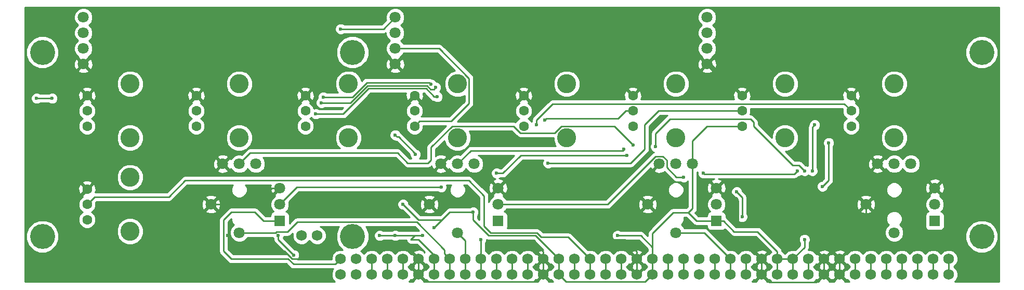
<source format=gbr>
G04 #@! TF.FileFunction,Copper,L2,Bot,Signal*
%FSLAX46Y46*%
G04 Gerber Fmt 4.6, Leading zero omitted, Abs format (unit mm)*
G04 Created by KiCad (PCBNEW 4.0.4-stable) date 06/07/17 13:37:54*
%MOMM*%
%LPD*%
G01*
G04 APERTURE LIST*
%ADD10C,0.100000*%
%ADD11C,4.064000*%
%ADD12R,1.800000X1.800000*%
%ADD13C,1.800000*%
%ADD14C,3.100000*%
%ADD15C,1.600000*%
%ADD16C,1.727200*%
%ADD17C,0.600000*%
%ADD18C,0.250000*%
%ADD19C,0.254000*%
G04 APERTURE END LIST*
D10*
D11*
X54000000Y10000000D03*
D12*
X77720000Y12540000D03*
D13*
X77720000Y15240000D03*
X77720000Y17915000D03*
X73820000Y21840000D03*
X71120000Y21840000D03*
X68420000Y21840000D03*
X66520000Y15240000D03*
X71120000Y10640000D03*
D11*
X156500000Y40000000D03*
X156500000Y10000000D03*
X3500000Y40000000D03*
D14*
X124460000Y34874200D03*
X124460000Y26085800D03*
D15*
X117449600Y32980000D03*
X117449600Y30480000D03*
X117449600Y27980000D03*
D14*
X106680000Y34874200D03*
X106680000Y26085800D03*
D15*
X99669600Y32980000D03*
X99669600Y30480000D03*
X99669600Y27980000D03*
D14*
X71120000Y34874200D03*
X71120000Y26085800D03*
D15*
X64109600Y32980000D03*
X64109600Y30480000D03*
X64109600Y27980000D03*
D14*
X53340000Y34874200D03*
X53340000Y26085800D03*
D15*
X46329600Y32980000D03*
X46329600Y30480000D03*
X46329600Y27980000D03*
D14*
X35560000Y34874200D03*
X35560000Y26085800D03*
D15*
X28549600Y32980000D03*
X28549600Y30480000D03*
X28549600Y27980000D03*
D14*
X17780000Y34874200D03*
X17780000Y26085800D03*
D15*
X10769600Y32980000D03*
X10769600Y30480000D03*
X10769600Y27980000D03*
D14*
X142240000Y34874200D03*
X142240000Y26085800D03*
D15*
X135229600Y32980000D03*
X135229600Y30480000D03*
X135229600Y27980000D03*
D14*
X88900000Y34874200D03*
X88900000Y26085800D03*
D15*
X81889600Y32980000D03*
X81889600Y30480000D03*
X81889600Y27980000D03*
D11*
X54000000Y40000000D03*
X3500000Y10000000D03*
D12*
X42160000Y12540000D03*
D13*
X42160000Y15240000D03*
X42160000Y17915000D03*
X38260000Y21840000D03*
X35560000Y21840000D03*
X32860000Y21840000D03*
X30960000Y15240000D03*
X35560000Y10640000D03*
D16*
X52070000Y3810000D03*
X54610000Y3810000D03*
X57150000Y3810000D03*
X59690000Y3810000D03*
X62230000Y3810000D03*
X64770000Y3810000D03*
X67310000Y3810000D03*
X69850000Y3810000D03*
X72390000Y3810000D03*
X74930000Y3810000D03*
X77470000Y3810000D03*
X80010000Y3810000D03*
X82550000Y3810000D03*
X85090000Y3810000D03*
X87630000Y3810000D03*
X90170000Y3810000D03*
X92710000Y3810000D03*
X95250000Y3810000D03*
X97790000Y3810000D03*
X100330000Y3810000D03*
X102870000Y3810000D03*
X105410000Y3810000D03*
X107950000Y3810000D03*
X110490000Y3810000D03*
X113030000Y3810000D03*
X115570000Y3810000D03*
X118110000Y3810000D03*
X120650000Y3810000D03*
X123190000Y3810000D03*
X125730000Y3810000D03*
X128270000Y3810000D03*
X130810000Y3810000D03*
X133350000Y3810000D03*
X135890000Y3810000D03*
X138430000Y3810000D03*
X140970000Y3810000D03*
X143510000Y3810000D03*
X146050000Y3810000D03*
X148590000Y3810000D03*
X151130000Y3810000D03*
X59690000Y3810000D03*
X52070000Y3810000D03*
X54610000Y3810000D03*
X57150000Y3810000D03*
X62230000Y3810000D03*
X72390000Y3810000D03*
X64770000Y3810000D03*
X67310000Y3810000D03*
X69850000Y3810000D03*
X74930000Y3810000D03*
X85090000Y3810000D03*
X77470000Y3810000D03*
X80010000Y3810000D03*
X82550000Y3810000D03*
X87630000Y3810000D03*
X97790000Y3810000D03*
X90170000Y3810000D03*
X92710000Y3810000D03*
X95250000Y3810000D03*
X100330000Y3810000D03*
X110490000Y3810000D03*
X102870000Y3810000D03*
X105410000Y3810000D03*
X107950000Y3810000D03*
X113030000Y3810000D03*
X123190000Y3810000D03*
X115570000Y3810000D03*
X118110000Y3810000D03*
X120650000Y3810000D03*
X125730000Y3810000D03*
X135890000Y3810000D03*
X128270000Y3810000D03*
X130810000Y3810000D03*
X133350000Y3810000D03*
X138430000Y3810000D03*
X148590000Y3810000D03*
X140970000Y3810000D03*
X143510000Y3810000D03*
X146050000Y3810000D03*
X151130000Y3810000D03*
X59690000Y3810000D03*
X52070000Y3810000D03*
X54610000Y3810000D03*
X57150000Y3810000D03*
X62230000Y3810000D03*
X72390000Y3810000D03*
X64770000Y3810000D03*
X67310000Y3810000D03*
X69850000Y3810000D03*
X74930000Y3810000D03*
X85090000Y3810000D03*
X77470000Y3810000D03*
X80010000Y3810000D03*
X82550000Y3810000D03*
X87630000Y3810000D03*
X97790000Y3810000D03*
X90170000Y3810000D03*
X92710000Y3810000D03*
X95250000Y3810000D03*
X100330000Y3810000D03*
X110490000Y3810000D03*
X102870000Y3810000D03*
X105410000Y3810000D03*
X107950000Y3810000D03*
X113030000Y3810000D03*
X123190000Y3810000D03*
X115570000Y3810000D03*
X118110000Y3810000D03*
X120650000Y3810000D03*
X125730000Y3810000D03*
X135890000Y3810000D03*
X128270000Y3810000D03*
X130810000Y3810000D03*
X133350000Y3810000D03*
X138430000Y3810000D03*
X148590000Y3810000D03*
X140970000Y3810000D03*
X143510000Y3810000D03*
X146050000Y3810000D03*
X151130000Y3810000D03*
X133350000Y6350000D03*
X133350000Y6350000D03*
X135890000Y6350000D03*
X135890000Y6350000D03*
X133350000Y6350000D03*
X146050000Y6350000D03*
X146050000Y6350000D03*
X148590000Y6350000D03*
X148590000Y6350000D03*
X146050000Y6350000D03*
X128270000Y6350000D03*
X128270000Y6350000D03*
X130810000Y6350000D03*
X128270000Y6350000D03*
X130810000Y6350000D03*
X130810000Y6350000D03*
X140970000Y6350000D03*
X140970000Y6350000D03*
X143510000Y6350000D03*
X140970000Y6350000D03*
X143510000Y6350000D03*
X143510000Y6350000D03*
X135890000Y6350000D03*
X138430000Y6350000D03*
X138430000Y6350000D03*
X138430000Y6350000D03*
X148590000Y6350000D03*
X151130000Y6350000D03*
X151130000Y6350000D03*
X151130000Y6350000D03*
X82550000Y6350000D03*
X82550000Y6350000D03*
X85090000Y6350000D03*
X85090000Y6350000D03*
X82550000Y6350000D03*
X95250000Y6350000D03*
X95250000Y6350000D03*
X97790000Y6350000D03*
X97790000Y6350000D03*
X95250000Y6350000D03*
X77470000Y6350000D03*
X77470000Y6350000D03*
X80010000Y6350000D03*
X77470000Y6350000D03*
X80010000Y6350000D03*
X80010000Y6350000D03*
X90170000Y6350000D03*
X90170000Y6350000D03*
X92710000Y6350000D03*
X90170000Y6350000D03*
X92710000Y6350000D03*
X92710000Y6350000D03*
X85090000Y6350000D03*
X87630000Y6350000D03*
X87630000Y6350000D03*
X87630000Y6350000D03*
X97790000Y6350000D03*
X100330000Y6350000D03*
X100330000Y6350000D03*
X100330000Y6350000D03*
X57150000Y6350000D03*
X57150000Y6350000D03*
X59690000Y6350000D03*
X59690000Y6350000D03*
X57150000Y6350000D03*
X69850000Y6350000D03*
X69850000Y6350000D03*
X72390000Y6350000D03*
X72390000Y6350000D03*
X69850000Y6350000D03*
X52070000Y6350000D03*
X52070000Y6350000D03*
X54610000Y6350000D03*
X52070000Y6350000D03*
X54610000Y6350000D03*
X54610000Y6350000D03*
X64770000Y6350000D03*
X64770000Y6350000D03*
X67310000Y6350000D03*
X64770000Y6350000D03*
X67310000Y6350000D03*
X67310000Y6350000D03*
X59690000Y6350000D03*
X62230000Y6350000D03*
X62230000Y6350000D03*
X62230000Y6350000D03*
X72390000Y6350000D03*
X74930000Y6350000D03*
X74930000Y6350000D03*
X74930000Y6350000D03*
X107950000Y6350000D03*
X107950000Y6350000D03*
X110490000Y6350000D03*
X110490000Y6350000D03*
X107950000Y6350000D03*
X120650000Y6350000D03*
X120650000Y6350000D03*
X123190000Y6350000D03*
X123190000Y6350000D03*
X120650000Y6350000D03*
X102870000Y6350000D03*
X102870000Y6350000D03*
X105410000Y6350000D03*
X102870000Y6350000D03*
X105410000Y6350000D03*
X105410000Y6350000D03*
X115570000Y6350000D03*
X115570000Y6350000D03*
X118110000Y6350000D03*
X115570000Y6350000D03*
X118110000Y6350000D03*
X118110000Y6350000D03*
X110490000Y6350000D03*
X113030000Y6350000D03*
X113030000Y6350000D03*
X113030000Y6350000D03*
X123190000Y6350000D03*
X125730000Y6350000D03*
X125730000Y6350000D03*
X125730000Y6350000D03*
D13*
X10160000Y38100000D03*
X10160000Y40640000D03*
X10160000Y43180000D03*
X10160000Y45720000D03*
X60960000Y38100000D03*
X60960000Y40640000D03*
X60960000Y43180000D03*
X60960000Y45720000D03*
X111760000Y38100000D03*
X111760000Y40640000D03*
X111760000Y43180000D03*
X111760000Y45720000D03*
D12*
X113280000Y12540000D03*
D13*
X113280000Y15240000D03*
X113280000Y17915000D03*
X109380000Y21840000D03*
X106680000Y21840000D03*
X103980000Y21840000D03*
X102080000Y15240000D03*
X106680000Y10640000D03*
D12*
X148840000Y12540000D03*
D13*
X148840000Y15240000D03*
X148840000Y17915000D03*
X144940000Y21840000D03*
X142240000Y21840000D03*
X139540000Y21840000D03*
X137640000Y15240000D03*
X142240000Y10640000D03*
D14*
X17780000Y19634200D03*
X17780000Y10845800D03*
D15*
X10769600Y17740000D03*
X10769600Y15240000D03*
X10769600Y12740000D03*
D16*
X48260000Y10160000D03*
X45720000Y10160000D03*
D17*
X82550000Y8890000D03*
X58420000Y25400000D03*
X99060000Y12700000D03*
X91440000Y9525000D03*
X33655000Y10160000D03*
X49530000Y7620000D03*
X116840000Y12065000D03*
X5080000Y32512000D03*
X2540000Y32512000D03*
X44450000Y6985000D03*
X41910000Y10160000D03*
X65405000Y10160000D03*
X67310000Y11430000D03*
X127635000Y9525008D03*
X97155000Y10160000D03*
X73660000Y13970000D03*
X62230000Y15240000D03*
X60960000Y10160000D03*
X58420000Y10160000D03*
X66795545Y34800764D03*
X49243165Y32729473D03*
X48951102Y31801000D03*
X67564000Y34290000D03*
X67818000Y32766000D03*
X48006000Y29972000D03*
X85344000Y28956000D03*
X85852000Y21971000D03*
X83947000Y28194000D03*
X117465010Y13208000D03*
X116586000Y17272000D03*
X74930000Y9534990D03*
X64262000Y23368000D03*
X60960000Y26543000D03*
X52070000Y43815000D03*
X128905006Y20701000D03*
X129286000Y28194000D03*
X98679000Y23241000D03*
X77470000Y20320000D03*
X68453000Y18034000D03*
X127634996Y20701000D03*
X103378000Y24638000D03*
X99695000Y24892000D03*
X107950000Y19685000D03*
X111125000Y20320000D03*
X126492000Y20701000D03*
X130554051Y18162949D03*
X131572000Y25273000D03*
X98171000Y24257000D03*
D18*
X117449600Y32980000D02*
X112329600Y38100000D01*
X112329600Y38100000D02*
X111760000Y38100000D01*
X36195000Y7620000D02*
X33954999Y9860001D01*
X33954999Y9860001D02*
X33655000Y10160000D01*
X44149998Y6359998D02*
X42889996Y7620000D01*
X48269998Y6359998D02*
X44149998Y6359998D01*
X49530000Y7620000D02*
X48269998Y6359998D01*
X42889996Y7620000D02*
X36195000Y7620000D01*
X83771314Y8890000D02*
X82550000Y8890000D01*
X85090000Y6350000D02*
X85090000Y7571314D01*
X85090000Y7571314D02*
X83771314Y8890000D01*
X59690000Y26670000D02*
X59690000Y28560400D01*
X59690000Y28560400D02*
X64109600Y32980000D01*
X58420000Y25400000D02*
X59690000Y26670000D01*
X64770000Y3810000D02*
X65958601Y2621399D01*
X65958601Y2621399D02*
X83901399Y2621399D01*
X83901399Y2621399D02*
X84226401Y2946401D01*
X84226401Y2946401D02*
X85090000Y3810000D01*
X99060000Y12065000D02*
X99060000Y12700000D01*
X98425000Y11430000D02*
X99060000Y12065000D01*
X95250000Y11430000D02*
X98425000Y11430000D01*
X95250000Y10795000D02*
X95250000Y11430000D01*
X95250000Y10160000D02*
X95250000Y10795000D01*
X95885000Y9525000D02*
X95250000Y10160000D01*
X98376314Y9525000D02*
X95885000Y9525000D01*
X100330000Y6350000D02*
X100330000Y7571314D01*
X100330000Y7571314D02*
X98376314Y9525000D01*
X92710000Y8255000D02*
X98425000Y8255000D01*
X98425000Y8255000D02*
X100330000Y6350000D01*
X91440000Y9525000D02*
X92710000Y8255000D01*
X133350000Y6350000D02*
X137640000Y10640000D01*
X137640000Y10640000D02*
X137640000Y15240000D01*
X130810000Y3810000D02*
X131673599Y2946401D01*
X131673599Y2946401D02*
X132486401Y2946401D01*
X132486401Y2946401D02*
X133350000Y3810000D01*
X120650000Y3810000D02*
X121920000Y2540000D01*
X121920000Y2540000D02*
X129540000Y2540000D01*
X129540000Y2540000D02*
X130810000Y3810000D01*
X38212208Y15240000D02*
X30960000Y15240000D01*
X42160000Y17915000D02*
X40887208Y17915000D01*
X40887208Y17915000D02*
X38212208Y15240000D01*
X102080000Y15240000D02*
X102979999Y16139999D01*
X102979999Y16139999D02*
X102979999Y20839999D01*
X102979999Y20839999D02*
X103980000Y21840000D01*
X116840000Y12065000D02*
X116840000Y15875000D01*
X116840000Y15875000D02*
X115570000Y17145000D01*
X115570000Y17145000D02*
X114050000Y17145000D01*
X114050000Y17145000D02*
X113280000Y17915000D01*
X133350000Y3810000D02*
X133350000Y5031314D01*
X133350000Y5031314D02*
X133350000Y6350000D01*
X130810000Y3810000D02*
X130810000Y5031314D01*
X130810000Y5031314D02*
X130810000Y6350000D01*
X120650000Y3810000D02*
X120650000Y5031314D01*
X120650000Y5031314D02*
X120650000Y6350000D01*
X100330000Y3810000D02*
X100330000Y5031314D01*
X100330000Y5031314D02*
X100330000Y6350000D01*
X85090000Y3810000D02*
X85090000Y5031314D01*
X85090000Y5031314D02*
X85090000Y6350000D01*
X64770000Y3810000D02*
X64770000Y6350000D01*
X2540000Y32512000D02*
X5080000Y32512000D01*
X64109600Y27980000D02*
X64909599Y28779999D01*
X64909599Y28779999D02*
X70054999Y28779999D01*
X70054999Y28779999D02*
X72995001Y31720001D01*
X72995001Y31720001D02*
X72995001Y35774201D01*
X72995001Y35774201D02*
X68129202Y40640000D01*
X68129202Y40640000D02*
X60960000Y40640000D01*
X44387184Y5486401D02*
X51206401Y5486401D01*
X51206401Y5486401D02*
X52070000Y6350000D01*
X34290000Y6350000D02*
X43523585Y6350000D01*
X33020000Y7620000D02*
X34290000Y6350000D01*
X33020000Y12700000D02*
X33020000Y7620000D01*
X34290000Y13970000D02*
X33020000Y12700000D01*
X38100000Y13970000D02*
X34290000Y13970000D01*
X42160000Y12540000D02*
X39530000Y12540000D01*
X43523585Y6350000D02*
X44387184Y5486401D01*
X39530000Y12540000D02*
X38100000Y13970000D01*
X41910000Y9525000D02*
X44450000Y6985000D01*
X41910000Y10160000D02*
X41910000Y9525000D01*
X64770000Y10160000D02*
X64135000Y10160000D01*
X64135000Y10160000D02*
X63500000Y9525000D01*
X67310000Y6985000D02*
X67310000Y6350000D01*
X63500000Y9525000D02*
X64770000Y9525000D01*
X64770000Y9525000D02*
X67310000Y6985000D01*
X60960000Y10160000D02*
X64770000Y10160000D01*
X65405000Y10160000D02*
X64770000Y10160000D01*
X68580000Y12700000D02*
X67310000Y11430000D01*
X108689999Y13865001D02*
X109380000Y14555002D01*
X109380000Y14555002D02*
X109380000Y21840000D01*
X117449600Y27980000D02*
X116318230Y27980000D01*
X116318230Y27980000D02*
X116278230Y27940000D01*
X116278230Y27940000D02*
X111760000Y27940000D01*
X111760000Y27940000D02*
X109380000Y25560000D01*
X109380000Y25560000D02*
X109380000Y21840000D01*
X127635000Y9100744D02*
X127635000Y9525008D01*
X127635000Y8255000D02*
X127635000Y9100744D01*
X125730000Y6350000D02*
X127635000Y8255000D01*
X123190000Y6350000D02*
X125730000Y6350000D01*
X123190000Y6350000D02*
X123190000Y7571314D01*
X123190000Y7571314D02*
X119966314Y10795000D01*
X119966314Y10795000D02*
X116175000Y10795000D01*
X116175000Y10795000D02*
X114430000Y12540000D01*
X114430000Y12540000D02*
X113280000Y12540000D01*
X102870000Y10523002D02*
X102870000Y6350000D01*
X110015000Y12540000D02*
X108689999Y13865001D01*
X108689999Y13865001D02*
X106211999Y13865001D01*
X106211999Y13865001D02*
X102870000Y10523002D01*
X113280000Y12540000D02*
X110015000Y12540000D01*
X87630000Y3810000D02*
X88818601Y2621399D01*
X88818601Y2621399D02*
X101681399Y2621399D01*
X101681399Y2621399D02*
X102006401Y2946401D01*
X102006401Y2946401D02*
X102870000Y3810000D01*
X100965000Y10160000D02*
X97155000Y10160000D01*
X102870000Y8255000D02*
X100965000Y10160000D01*
X102870000Y6350000D02*
X102870000Y8255000D01*
X87630000Y6350000D02*
X83820000Y10160000D01*
X83820000Y10160000D02*
X76200000Y10160000D01*
X76200000Y10160000D02*
X73660000Y12700000D01*
X73660000Y12700000D02*
X73660000Y13970000D01*
X69850000Y13970000D02*
X73660000Y13970000D01*
X68580000Y12700000D02*
X69850000Y13970000D01*
X64770000Y12700000D02*
X68580000Y12700000D01*
X63500000Y13970000D02*
X64770000Y12700000D01*
X62230000Y15240000D02*
X63500000Y13970000D01*
X60960000Y10160000D02*
X58420000Y10160000D01*
X125730000Y3810000D02*
X125730000Y5031314D01*
X125730000Y5031314D02*
X125730000Y6350000D01*
X123190000Y3810000D02*
X123190000Y5031314D01*
X123190000Y5031314D02*
X123190000Y6350000D01*
X102870000Y3810000D02*
X102870000Y6350000D01*
X87630000Y3810000D02*
X87630000Y5031314D01*
X87630000Y5031314D02*
X87630000Y6350000D01*
X67310000Y3810000D02*
X67310000Y5031314D01*
X67310000Y5031314D02*
X67310000Y6350000D01*
X53970275Y32729473D02*
X56341565Y35100763D01*
X56341565Y35100763D02*
X66495546Y35100763D01*
X49243165Y32729473D02*
X53970275Y32729473D01*
X66495546Y35100763D02*
X66795545Y34800764D01*
X49375366Y31801000D02*
X48951102Y31801000D01*
X56432225Y34555012D02*
X53678213Y31801000D01*
X53678213Y31801000D02*
X49375366Y31801000D01*
X66157399Y34555012D02*
X56432225Y34555012D01*
X67264001Y33990001D02*
X66722410Y33990001D01*
X67564000Y34290000D02*
X67264001Y33990001D01*
X66722410Y33990001D02*
X66157399Y34555012D01*
X65970999Y34105001D02*
X67310000Y32766000D01*
X67310000Y32766000D02*
X67818000Y32766000D01*
X48006000Y29972000D02*
X52485624Y29972000D01*
X56618625Y34105001D02*
X65970999Y34105001D01*
X52485624Y29972000D02*
X56618625Y34105001D01*
X85598000Y29210000D02*
X85344000Y28956000D01*
X97268230Y29210000D02*
X85598000Y29210000D01*
X99669600Y30480000D02*
X98538230Y30480000D01*
X98538230Y30480000D02*
X97268230Y29210000D01*
X99314000Y21971000D02*
X85852000Y21971000D01*
X101600000Y24257000D02*
X99314000Y21971000D01*
X101600000Y28245398D02*
X101600000Y24257000D01*
X117449600Y30480000D02*
X103834602Y30480000D01*
X103834602Y30480000D02*
X101600000Y28245398D01*
X83947000Y28956000D02*
X83947000Y28194000D01*
X86596001Y31605001D02*
X83947000Y28956000D01*
X135229600Y30480000D02*
X134104599Y31605001D01*
X134104599Y31605001D02*
X86596001Y31605001D01*
X10769600Y15240000D02*
X11994601Y16465001D01*
X11994601Y16465001D02*
X24085001Y16465001D01*
X24085001Y16465001D02*
X26760001Y19140001D01*
X26760001Y19140001D02*
X72934999Y19140001D01*
X75438000Y11684000D02*
X76511989Y10610011D01*
X76511989Y10610011D02*
X84006400Y10610011D01*
X72934999Y19140001D02*
X75438000Y16637000D01*
X75438000Y16637000D02*
X75438000Y11684000D01*
X84006400Y10610011D02*
X84710410Y9906000D01*
X84710410Y9906000D02*
X89154000Y9906000D01*
X89154000Y9906000D02*
X91846401Y7213599D01*
X91846401Y7213599D02*
X92710000Y6350000D01*
X92710000Y3810000D02*
X92710000Y5031314D01*
X92710000Y5031314D02*
X92710000Y6350000D01*
X59690000Y3810000D02*
X59690000Y6350000D01*
X62230000Y3810000D02*
X62230000Y5031314D01*
X62230000Y5031314D02*
X62230000Y6350000D01*
X107950000Y3810000D02*
X107950000Y5031314D01*
X107950000Y5031314D02*
X107950000Y6350000D01*
X113030000Y3810000D02*
X113030000Y5031314D01*
X113030000Y5031314D02*
X113030000Y6350000D01*
X128270000Y3810000D02*
X128270000Y5031314D01*
X128270000Y5031314D02*
X128270000Y6350000D01*
X135890000Y3810000D02*
X135890000Y5031314D01*
X135890000Y5031314D02*
X135890000Y6350000D01*
X138430000Y3810000D02*
X138430000Y6350000D01*
X140970000Y3810000D02*
X140970000Y5031314D01*
X140970000Y5031314D02*
X140970000Y6350000D01*
X143510000Y3810000D02*
X143510000Y6350000D01*
X146050000Y3810000D02*
X146050000Y6350000D01*
X148590000Y3810000D02*
X148590000Y5031314D01*
X148590000Y5031314D02*
X148590000Y6350000D01*
X151130000Y3810000D02*
X151130000Y6350000D01*
X116586000Y17272000D02*
X117465010Y16392990D01*
X117465010Y16392990D02*
X117465010Y13632264D01*
X117465010Y13632264D02*
X117465010Y13208000D01*
X57150000Y3810000D02*
X57150000Y5031314D01*
X57150000Y5031314D02*
X57150000Y6350000D01*
X77470000Y3810000D02*
X77470000Y6350000D01*
X80010000Y3810000D02*
X80010000Y5031314D01*
X80010000Y5031314D02*
X80010000Y6350000D01*
X82550000Y3810000D02*
X82550000Y5031314D01*
X82550000Y5031314D02*
X82550000Y6350000D01*
X90170000Y3810000D02*
X90170000Y5031314D01*
X90170000Y5031314D02*
X90170000Y6350000D01*
X95250000Y3810000D02*
X95250000Y5031314D01*
X95250000Y5031314D02*
X95250000Y6350000D01*
X97790000Y3810000D02*
X97790000Y5031314D01*
X97790000Y5031314D02*
X97790000Y6350000D01*
X105410000Y3810000D02*
X105410000Y5031314D01*
X105410000Y5031314D02*
X105410000Y6350000D01*
X74930000Y6350000D02*
X74930000Y9534990D01*
X74930000Y6350000D02*
X74930000Y3810000D01*
X64262000Y23495000D02*
X64262000Y23368000D01*
X61513999Y26243001D02*
X64262000Y23495000D01*
X60960000Y26543000D02*
X61259999Y26243001D01*
X61259999Y26243001D02*
X61513999Y26243001D01*
X52070000Y43815000D02*
X59055000Y43815000D01*
X59055000Y43815000D02*
X60960000Y45720000D01*
X68986401Y7213599D02*
X69850000Y6350000D01*
X68986401Y7847189D02*
X68986401Y7213599D01*
X64476589Y12357001D02*
X68986401Y7847189D01*
X43424001Y10785001D02*
X44996001Y12357001D01*
X41609999Y10785001D02*
X43424001Y10785001D01*
X41464998Y10640000D02*
X41609999Y10785001D01*
X44996001Y12357001D02*
X64476589Y12357001D01*
X35560000Y10640000D02*
X41464998Y10640000D01*
X69850000Y3810000D02*
X69850000Y5031314D01*
X69850000Y5031314D02*
X69850000Y6350000D01*
X72390000Y6350000D02*
X72390000Y9370000D01*
X72390000Y9370000D02*
X71120000Y10640000D01*
X72390000Y3810000D02*
X72390000Y5031314D01*
X72390000Y5031314D02*
X72390000Y6350000D01*
X106680000Y10640000D02*
X111280000Y10640000D01*
X111280000Y10640000D02*
X115570000Y6350000D01*
X115570000Y3810000D02*
X115570000Y5031314D01*
X115570000Y5031314D02*
X115570000Y6350000D01*
X118110000Y3810000D02*
X118110000Y6350000D01*
X128905006Y27813006D02*
X128905006Y21125264D01*
X129286000Y28194000D02*
X128905006Y27813006D01*
X128905006Y21125264D02*
X128905006Y20701000D01*
X81407000Y23241000D02*
X98679000Y23241000D01*
X78486000Y20320000D02*
X81407000Y23241000D01*
X77470000Y20320000D02*
X78486000Y20320000D01*
X44954000Y18034000D02*
X68453000Y18034000D01*
X42160000Y15240000D02*
X44954000Y18034000D01*
X127634996Y20701000D02*
X126755995Y21580001D01*
X118849999Y29105001D02*
X105686001Y29105001D01*
X126755995Y21580001D02*
X125739999Y21580001D01*
X125739999Y21580001D02*
X119359199Y27960801D01*
X119359199Y27960801D02*
X119359199Y28595801D01*
X119359199Y28595801D02*
X118849999Y29105001D01*
X105686001Y29105001D02*
X103378000Y26797000D01*
X103378000Y26797000D02*
X103378000Y24638000D01*
X96626199Y27960801D02*
X99695000Y24892000D01*
X66802000Y22479000D02*
X66802000Y24542802D01*
X66802000Y24542802D02*
X70219999Y27960801D01*
X70219999Y27960801D02*
X80243797Y27960801D01*
X80243797Y27960801D02*
X81349599Y26854999D01*
X81349599Y26854999D02*
X86894197Y26854999D01*
X86894197Y26854999D02*
X87999999Y27960801D01*
X87999999Y27960801D02*
X96626199Y27960801D01*
X66294000Y21971000D02*
X66802000Y22479000D01*
X62992000Y21971000D02*
X66294000Y21971000D01*
X61341000Y23622000D02*
X62992000Y21971000D01*
X37342000Y23622000D02*
X61341000Y23622000D01*
X35560000Y21840000D02*
X37342000Y23622000D01*
X107525736Y19685000D02*
X107950000Y19685000D01*
X106772000Y19685000D02*
X107525736Y19685000D01*
X105205001Y21251999D02*
X106772000Y19685000D01*
X105205001Y22428001D02*
X105205001Y21251999D01*
X104568001Y23065001D02*
X105205001Y22428001D01*
X103391999Y23065001D02*
X104568001Y23065001D01*
X95566998Y15240000D02*
X103391999Y23065001D01*
X77720000Y15240000D02*
X95566998Y15240000D01*
X111633000Y20193000D02*
X111252000Y20193000D01*
X111252000Y20193000D02*
X111125000Y20320000D01*
X125984000Y20193000D02*
X111633000Y20193000D01*
X125984000Y20193000D02*
X126192001Y20401001D01*
X126192001Y20401001D02*
X126492000Y20701000D01*
X130854050Y18462948D02*
X130554051Y18162949D01*
X131572000Y19180898D02*
X130854050Y18462948D01*
X131572000Y25273000D02*
X131572000Y19180898D01*
X98044000Y24003000D02*
X98171000Y24130000D01*
X98171000Y24130000D02*
X98171000Y24257000D01*
X73283000Y24003000D02*
X98044000Y24003000D01*
X71120000Y21840000D02*
X73283000Y24003000D01*
D19*
G36*
X109477599Y12002599D02*
X109724160Y11837852D01*
X110015000Y11780000D01*
X111732560Y11780000D01*
X111732560Y11640000D01*
X111776838Y11404683D01*
X111915910Y11188559D01*
X112128110Y11043569D01*
X112380000Y10992560D01*
X114180000Y10992560D01*
X114415317Y11036838D01*
X114631441Y11175910D01*
X114667100Y11228098D01*
X115637599Y10257599D01*
X115884161Y10092852D01*
X116175000Y10035000D01*
X119651512Y10035000D01*
X122203649Y7482863D01*
X121920290Y7199997D01*
X121903459Y7159463D01*
X121703805Y7224200D01*
X120829605Y6350000D01*
X121703805Y5475800D01*
X121903033Y5540399D01*
X121918808Y5502220D01*
X122340003Y5080290D01*
X122340931Y5079905D01*
X121920290Y4659997D01*
X121903459Y4619463D01*
X121703805Y4684200D01*
X120829605Y3810000D01*
X121703805Y2935800D01*
X121903033Y3000399D01*
X121918808Y2962220D01*
X122195545Y2685000D01*
X121501115Y2685000D01*
X121524200Y2756195D01*
X120650000Y3630395D01*
X119775800Y2756195D01*
X119798885Y2685000D01*
X119104227Y2685000D01*
X119379710Y2960003D01*
X119396541Y3000537D01*
X119596195Y2935800D01*
X120470395Y3810000D01*
X119596195Y4684200D01*
X119396967Y4619601D01*
X119381192Y4657780D01*
X118959997Y5079710D01*
X118959069Y5080095D01*
X119175546Y5296195D01*
X119775800Y5296195D01*
X119845901Y5080000D01*
X119775800Y4863805D01*
X120650000Y3989605D01*
X121524200Y4863805D01*
X121454099Y5080000D01*
X121524200Y5296195D01*
X120650000Y6170395D01*
X119775800Y5296195D01*
X119175546Y5296195D01*
X119379710Y5500003D01*
X119396541Y5540537D01*
X119596195Y5475800D01*
X120470395Y6350000D01*
X119596195Y7224200D01*
X119396967Y7159601D01*
X119381192Y7197780D01*
X119175526Y7403805D01*
X119775800Y7403805D01*
X120650000Y6529605D01*
X121524200Y7403805D01*
X121442259Y7656516D01*
X120881970Y7860248D01*
X120286365Y7834058D01*
X119857741Y7656516D01*
X119775800Y7403805D01*
X119175526Y7403805D01*
X118959997Y7619710D01*
X118409398Y7848339D01*
X117813218Y7848859D01*
X117262220Y7621192D01*
X116840290Y7199997D01*
X116839905Y7199069D01*
X116419997Y7619710D01*
X115869398Y7848339D01*
X115273218Y7848859D01*
X115183156Y7811646D01*
X111817401Y11177401D01*
X111570839Y11342148D01*
X111280000Y11400000D01*
X108026846Y11400000D01*
X107982068Y11508371D01*
X107550643Y11940551D01*
X107548596Y11941401D01*
X107768735Y12161155D01*
X107964777Y12633276D01*
X107965189Y13105001D01*
X108375197Y13105001D01*
X109477599Y12002599D01*
X109477599Y12002599D01*
G37*
X109477599Y12002599D02*
X109724160Y11837852D01*
X110015000Y11780000D01*
X111732560Y11780000D01*
X111732560Y11640000D01*
X111776838Y11404683D01*
X111915910Y11188559D01*
X112128110Y11043569D01*
X112380000Y10992560D01*
X114180000Y10992560D01*
X114415317Y11036838D01*
X114631441Y11175910D01*
X114667100Y11228098D01*
X115637599Y10257599D01*
X115884161Y10092852D01*
X116175000Y10035000D01*
X119651512Y10035000D01*
X122203649Y7482863D01*
X121920290Y7199997D01*
X121903459Y7159463D01*
X121703805Y7224200D01*
X120829605Y6350000D01*
X121703805Y5475800D01*
X121903033Y5540399D01*
X121918808Y5502220D01*
X122340003Y5080290D01*
X122340931Y5079905D01*
X121920290Y4659997D01*
X121903459Y4619463D01*
X121703805Y4684200D01*
X120829605Y3810000D01*
X121703805Y2935800D01*
X121903033Y3000399D01*
X121918808Y2962220D01*
X122195545Y2685000D01*
X121501115Y2685000D01*
X121524200Y2756195D01*
X120650000Y3630395D01*
X119775800Y2756195D01*
X119798885Y2685000D01*
X119104227Y2685000D01*
X119379710Y2960003D01*
X119396541Y3000537D01*
X119596195Y2935800D01*
X120470395Y3810000D01*
X119596195Y4684200D01*
X119396967Y4619601D01*
X119381192Y4657780D01*
X118959997Y5079710D01*
X118959069Y5080095D01*
X119175546Y5296195D01*
X119775800Y5296195D01*
X119845901Y5080000D01*
X119775800Y4863805D01*
X120650000Y3989605D01*
X121524200Y4863805D01*
X121454099Y5080000D01*
X121524200Y5296195D01*
X120650000Y6170395D01*
X119775800Y5296195D01*
X119175546Y5296195D01*
X119379710Y5500003D01*
X119396541Y5540537D01*
X119596195Y5475800D01*
X120470395Y6350000D01*
X119596195Y7224200D01*
X119396967Y7159601D01*
X119381192Y7197780D01*
X119175526Y7403805D01*
X119775800Y7403805D01*
X120650000Y6529605D01*
X121524200Y7403805D01*
X121442259Y7656516D01*
X120881970Y7860248D01*
X120286365Y7834058D01*
X119857741Y7656516D01*
X119775800Y7403805D01*
X119175526Y7403805D01*
X118959997Y7619710D01*
X118409398Y7848339D01*
X117813218Y7848859D01*
X117262220Y7621192D01*
X116840290Y7199997D01*
X116839905Y7199069D01*
X116419997Y7619710D01*
X115869398Y7848339D01*
X115273218Y7848859D01*
X115183156Y7811646D01*
X111817401Y11177401D01*
X111570839Y11342148D01*
X111280000Y11400000D01*
X108026846Y11400000D01*
X107982068Y11508371D01*
X107550643Y11940551D01*
X107548596Y11941401D01*
X107768735Y12161155D01*
X107964777Y12633276D01*
X107965189Y13105001D01*
X108375197Y13105001D01*
X109477599Y12002599D01*
G36*
X75909160Y9457852D02*
X75957414Y9448254D01*
X76200000Y9400000D01*
X83505198Y9400000D01*
X85056618Y7848580D01*
X84726365Y7834058D01*
X84297741Y7656516D01*
X84215800Y7403805D01*
X85090000Y6529605D01*
X85104143Y6543748D01*
X85283748Y6364143D01*
X85269605Y6350000D01*
X86143805Y5475800D01*
X86343033Y5540399D01*
X86358808Y5502220D01*
X86780003Y5080290D01*
X86780931Y5079905D01*
X86360290Y4659997D01*
X86343459Y4619463D01*
X86143805Y4684200D01*
X85269605Y3810000D01*
X86143805Y2935800D01*
X86343033Y3000399D01*
X86358808Y2962220D01*
X86635545Y2685000D01*
X85941115Y2685000D01*
X85964200Y2756195D01*
X85090000Y3630395D01*
X84215800Y2756195D01*
X84238885Y2685000D01*
X83544227Y2685000D01*
X83819710Y2960003D01*
X83836541Y3000537D01*
X84036195Y2935800D01*
X84910395Y3810000D01*
X84036195Y4684200D01*
X83836967Y4619601D01*
X83821192Y4657780D01*
X83399997Y5079710D01*
X83399069Y5080095D01*
X83615546Y5296195D01*
X84215800Y5296195D01*
X84285901Y5080000D01*
X84215800Y4863805D01*
X85090000Y3989605D01*
X85964200Y4863805D01*
X85894099Y5080000D01*
X85964200Y5296195D01*
X85090000Y6170395D01*
X84215800Y5296195D01*
X83615546Y5296195D01*
X83819710Y5500003D01*
X83836541Y5540537D01*
X84036195Y5475800D01*
X84910395Y6350000D01*
X84036195Y7224200D01*
X83836967Y7159601D01*
X83821192Y7197780D01*
X83399997Y7619710D01*
X82849398Y7848339D01*
X82253218Y7848859D01*
X81702220Y7621192D01*
X81280290Y7199997D01*
X81279905Y7199069D01*
X80859997Y7619710D01*
X80309398Y7848339D01*
X79713218Y7848859D01*
X79162220Y7621192D01*
X78740290Y7199997D01*
X78739905Y7199069D01*
X78319997Y7619710D01*
X77769398Y7848339D01*
X77173218Y7848859D01*
X76622220Y7621192D01*
X76200290Y7199997D01*
X76199905Y7199069D01*
X75779997Y7619710D01*
X75690000Y7657080D01*
X75690000Y8972527D01*
X75722192Y9004663D01*
X75864838Y9348191D01*
X75864959Y9487386D01*
X75909160Y9457852D01*
X75909160Y9457852D01*
G37*
X75909160Y9457852D02*
X75957414Y9448254D01*
X76200000Y9400000D01*
X83505198Y9400000D01*
X85056618Y7848580D01*
X84726365Y7834058D01*
X84297741Y7656516D01*
X84215800Y7403805D01*
X85090000Y6529605D01*
X85104143Y6543748D01*
X85283748Y6364143D01*
X85269605Y6350000D01*
X86143805Y5475800D01*
X86343033Y5540399D01*
X86358808Y5502220D01*
X86780003Y5080290D01*
X86780931Y5079905D01*
X86360290Y4659997D01*
X86343459Y4619463D01*
X86143805Y4684200D01*
X85269605Y3810000D01*
X86143805Y2935800D01*
X86343033Y3000399D01*
X86358808Y2962220D01*
X86635545Y2685000D01*
X85941115Y2685000D01*
X85964200Y2756195D01*
X85090000Y3630395D01*
X84215800Y2756195D01*
X84238885Y2685000D01*
X83544227Y2685000D01*
X83819710Y2960003D01*
X83836541Y3000537D01*
X84036195Y2935800D01*
X84910395Y3810000D01*
X84036195Y4684200D01*
X83836967Y4619601D01*
X83821192Y4657780D01*
X83399997Y5079710D01*
X83399069Y5080095D01*
X83615546Y5296195D01*
X84215800Y5296195D01*
X84285901Y5080000D01*
X84215800Y4863805D01*
X85090000Y3989605D01*
X85964200Y4863805D01*
X85894099Y5080000D01*
X85964200Y5296195D01*
X85090000Y6170395D01*
X84215800Y5296195D01*
X83615546Y5296195D01*
X83819710Y5500003D01*
X83836541Y5540537D01*
X84036195Y5475800D01*
X84910395Y6350000D01*
X84036195Y7224200D01*
X83836967Y7159601D01*
X83821192Y7197780D01*
X83399997Y7619710D01*
X82849398Y7848339D01*
X82253218Y7848859D01*
X81702220Y7621192D01*
X81280290Y7199997D01*
X81279905Y7199069D01*
X80859997Y7619710D01*
X80309398Y7848339D01*
X79713218Y7848859D01*
X79162220Y7621192D01*
X78740290Y7199997D01*
X78739905Y7199069D01*
X78319997Y7619710D01*
X77769398Y7848339D01*
X77173218Y7848859D01*
X76622220Y7621192D01*
X76200290Y7199997D01*
X76199905Y7199069D01*
X75779997Y7619710D01*
X75690000Y7657080D01*
X75690000Y8972527D01*
X75722192Y9004663D01*
X75864838Y9348191D01*
X75864959Y9487386D01*
X75909160Y9457852D01*
G36*
X64838788Y10920000D02*
X61522463Y10920000D01*
X61490327Y10952192D01*
X61146799Y11094838D01*
X60774833Y11095162D01*
X60431057Y10953117D01*
X60397882Y10920000D01*
X58982463Y10920000D01*
X58950327Y10952192D01*
X58606799Y11094838D01*
X58234833Y11095162D01*
X57891057Y10953117D01*
X57627808Y10690327D01*
X57485162Y10346799D01*
X57484838Y9974833D01*
X57626883Y9631057D01*
X57889673Y9367808D01*
X58233201Y9225162D01*
X58605167Y9224838D01*
X58948943Y9366883D01*
X58982118Y9400000D01*
X60397537Y9400000D01*
X60429673Y9367808D01*
X60773201Y9225162D01*
X61145167Y9224838D01*
X61488943Y9366883D01*
X61522118Y9400000D01*
X62764864Y9400000D01*
X62797852Y9234161D01*
X62962599Y8987599D01*
X63209161Y8822852D01*
X63500000Y8765000D01*
X64455198Y8765000D01*
X65730295Y7489903D01*
X65644199Y7403807D01*
X65562259Y7656516D01*
X65001970Y7860248D01*
X64406365Y7834058D01*
X63977741Y7656516D01*
X63895800Y7403805D01*
X64770000Y6529605D01*
X64784143Y6543748D01*
X64963748Y6364143D01*
X64949605Y6350000D01*
X65823805Y5475800D01*
X66023033Y5540399D01*
X66038808Y5502220D01*
X66460003Y5080290D01*
X66460931Y5079905D01*
X66040290Y4659997D01*
X66023459Y4619463D01*
X65823805Y4684200D01*
X64949605Y3810000D01*
X65823805Y2935800D01*
X66023033Y3000399D01*
X66038808Y2962220D01*
X66315545Y2685000D01*
X65621115Y2685000D01*
X65644200Y2756195D01*
X64770000Y3630395D01*
X63895800Y2756195D01*
X63918885Y2685000D01*
X63224227Y2685000D01*
X63499710Y2960003D01*
X63516541Y3000537D01*
X63716195Y2935800D01*
X64590395Y3810000D01*
X63716195Y4684200D01*
X63516967Y4619601D01*
X63501192Y4657780D01*
X63079997Y5079710D01*
X63079069Y5080095D01*
X63295546Y5296195D01*
X63895800Y5296195D01*
X63965901Y5080000D01*
X63895800Y4863805D01*
X64770000Y3989605D01*
X65644200Y4863805D01*
X65574099Y5080000D01*
X65644200Y5296195D01*
X64770000Y6170395D01*
X63895800Y5296195D01*
X63295546Y5296195D01*
X63499710Y5500003D01*
X63516541Y5540537D01*
X63716195Y5475800D01*
X64590395Y6350000D01*
X63716195Y7224200D01*
X63516967Y7159601D01*
X63501192Y7197780D01*
X63079997Y7619710D01*
X62529398Y7848339D01*
X61933218Y7848859D01*
X61382220Y7621192D01*
X60960290Y7199997D01*
X60959905Y7199069D01*
X60539997Y7619710D01*
X59989398Y7848339D01*
X59393218Y7848859D01*
X58842220Y7621192D01*
X58420290Y7199997D01*
X58419905Y7199069D01*
X57999997Y7619710D01*
X57449398Y7848339D01*
X56853218Y7848859D01*
X56302220Y7621192D01*
X55880290Y7199997D01*
X55879905Y7199069D01*
X55459997Y7619710D01*
X55341882Y7668756D01*
X55508761Y7737709D01*
X56259655Y8487293D01*
X56666536Y9467173D01*
X56667462Y10528172D01*
X56262291Y11508761D01*
X56174205Y11597001D01*
X64161787Y11597001D01*
X64838788Y10920000D01*
X64838788Y10920000D01*
G37*
X64838788Y10920000D02*
X61522463Y10920000D01*
X61490327Y10952192D01*
X61146799Y11094838D01*
X60774833Y11095162D01*
X60431057Y10953117D01*
X60397882Y10920000D01*
X58982463Y10920000D01*
X58950327Y10952192D01*
X58606799Y11094838D01*
X58234833Y11095162D01*
X57891057Y10953117D01*
X57627808Y10690327D01*
X57485162Y10346799D01*
X57484838Y9974833D01*
X57626883Y9631057D01*
X57889673Y9367808D01*
X58233201Y9225162D01*
X58605167Y9224838D01*
X58948943Y9366883D01*
X58982118Y9400000D01*
X60397537Y9400000D01*
X60429673Y9367808D01*
X60773201Y9225162D01*
X61145167Y9224838D01*
X61488943Y9366883D01*
X61522118Y9400000D01*
X62764864Y9400000D01*
X62797852Y9234161D01*
X62962599Y8987599D01*
X63209161Y8822852D01*
X63500000Y8765000D01*
X64455198Y8765000D01*
X65730295Y7489903D01*
X65644199Y7403807D01*
X65562259Y7656516D01*
X65001970Y7860248D01*
X64406365Y7834058D01*
X63977741Y7656516D01*
X63895800Y7403805D01*
X64770000Y6529605D01*
X64784143Y6543748D01*
X64963748Y6364143D01*
X64949605Y6350000D01*
X65823805Y5475800D01*
X66023033Y5540399D01*
X66038808Y5502220D01*
X66460003Y5080290D01*
X66460931Y5079905D01*
X66040290Y4659997D01*
X66023459Y4619463D01*
X65823805Y4684200D01*
X64949605Y3810000D01*
X65823805Y2935800D01*
X66023033Y3000399D01*
X66038808Y2962220D01*
X66315545Y2685000D01*
X65621115Y2685000D01*
X65644200Y2756195D01*
X64770000Y3630395D01*
X63895800Y2756195D01*
X63918885Y2685000D01*
X63224227Y2685000D01*
X63499710Y2960003D01*
X63516541Y3000537D01*
X63716195Y2935800D01*
X64590395Y3810000D01*
X63716195Y4684200D01*
X63516967Y4619601D01*
X63501192Y4657780D01*
X63079997Y5079710D01*
X63079069Y5080095D01*
X63295546Y5296195D01*
X63895800Y5296195D01*
X63965901Y5080000D01*
X63895800Y4863805D01*
X64770000Y3989605D01*
X65644200Y4863805D01*
X65574099Y5080000D01*
X65644200Y5296195D01*
X64770000Y6170395D01*
X63895800Y5296195D01*
X63295546Y5296195D01*
X63499710Y5500003D01*
X63516541Y5540537D01*
X63716195Y5475800D01*
X64590395Y6350000D01*
X63716195Y7224200D01*
X63516967Y7159601D01*
X63501192Y7197780D01*
X63079997Y7619710D01*
X62529398Y7848339D01*
X61933218Y7848859D01*
X61382220Y7621192D01*
X60960290Y7199997D01*
X60959905Y7199069D01*
X60539997Y7619710D01*
X59989398Y7848339D01*
X59393218Y7848859D01*
X58842220Y7621192D01*
X58420290Y7199997D01*
X58419905Y7199069D01*
X57999997Y7619710D01*
X57449398Y7848339D01*
X56853218Y7848859D01*
X56302220Y7621192D01*
X55880290Y7199997D01*
X55879905Y7199069D01*
X55459997Y7619710D01*
X55341882Y7668756D01*
X55508761Y7737709D01*
X56259655Y8487293D01*
X56666536Y9467173D01*
X56667462Y10528172D01*
X56262291Y11508761D01*
X56174205Y11597001D01*
X64161787Y11597001D01*
X64838788Y10920000D01*
G36*
X159315000Y2685000D02*
X152124227Y2685000D01*
X152399710Y2960003D01*
X152628339Y3510602D01*
X152628859Y4106782D01*
X152401192Y4657780D01*
X151979997Y5079710D01*
X151979069Y5080095D01*
X152399710Y5500003D01*
X152628339Y6050602D01*
X152628859Y6646782D01*
X152401192Y7197780D01*
X151979997Y7619710D01*
X151429398Y7848339D01*
X150833218Y7848859D01*
X150282220Y7621192D01*
X149860290Y7199997D01*
X149859905Y7199069D01*
X149439997Y7619710D01*
X148889398Y7848339D01*
X148293218Y7848859D01*
X147742220Y7621192D01*
X147320290Y7199997D01*
X147319905Y7199069D01*
X146899997Y7619710D01*
X146349398Y7848339D01*
X145753218Y7848859D01*
X145202220Y7621192D01*
X144780290Y7199997D01*
X144779905Y7199069D01*
X144359997Y7619710D01*
X143809398Y7848339D01*
X143213218Y7848859D01*
X142662220Y7621192D01*
X142240290Y7199997D01*
X142239905Y7199069D01*
X141819997Y7619710D01*
X141269398Y7848339D01*
X140673218Y7848859D01*
X140122220Y7621192D01*
X139700290Y7199997D01*
X139699905Y7199069D01*
X139279997Y7619710D01*
X138729398Y7848339D01*
X138133218Y7848859D01*
X137582220Y7621192D01*
X137160290Y7199997D01*
X137159905Y7199069D01*
X136739997Y7619710D01*
X136189398Y7848339D01*
X135593218Y7848859D01*
X135042220Y7621192D01*
X134620290Y7199997D01*
X134603459Y7159463D01*
X134403805Y7224200D01*
X133529605Y6350000D01*
X134403805Y5475800D01*
X134603033Y5540399D01*
X134618808Y5502220D01*
X135040003Y5080290D01*
X135040931Y5079905D01*
X134620290Y4659997D01*
X134603459Y4619463D01*
X134403805Y4684200D01*
X133529605Y3810000D01*
X134403805Y2935800D01*
X134603033Y3000399D01*
X134618808Y2962220D01*
X134895545Y2685000D01*
X134201115Y2685000D01*
X134224200Y2756195D01*
X133350000Y3630395D01*
X132475800Y2756195D01*
X132498885Y2685000D01*
X131661115Y2685000D01*
X131684200Y2756195D01*
X130810000Y3630395D01*
X129935800Y2756195D01*
X129958885Y2685000D01*
X129264227Y2685000D01*
X129539710Y2960003D01*
X129556541Y3000537D01*
X129756195Y2935800D01*
X130630395Y3810000D01*
X130989605Y3810000D01*
X131863805Y2935800D01*
X132080000Y3005901D01*
X132296195Y2935800D01*
X133170395Y3810000D01*
X132296195Y4684200D01*
X132080000Y4614099D01*
X131863805Y4684200D01*
X130989605Y3810000D01*
X130630395Y3810000D01*
X129756195Y4684200D01*
X129556967Y4619601D01*
X129541192Y4657780D01*
X129119997Y5079710D01*
X129119069Y5080095D01*
X129335546Y5296195D01*
X129935800Y5296195D01*
X130005901Y5080000D01*
X129935800Y4863805D01*
X130810000Y3989605D01*
X131684200Y4863805D01*
X131614099Y5080000D01*
X131684200Y5296195D01*
X132475800Y5296195D01*
X132545901Y5080000D01*
X132475800Y4863805D01*
X133350000Y3989605D01*
X134224200Y4863805D01*
X134154099Y5080000D01*
X134224200Y5296195D01*
X133350000Y6170395D01*
X132475800Y5296195D01*
X131684200Y5296195D01*
X130810000Y6170395D01*
X129935800Y5296195D01*
X129335546Y5296195D01*
X129539710Y5500003D01*
X129556541Y5540537D01*
X129756195Y5475800D01*
X130630395Y6350000D01*
X130989605Y6350000D01*
X131863805Y5475800D01*
X132080000Y5545901D01*
X132296195Y5475800D01*
X133170395Y6350000D01*
X132296195Y7224200D01*
X132080000Y7154099D01*
X131863805Y7224200D01*
X130989605Y6350000D01*
X130630395Y6350000D01*
X129756195Y7224200D01*
X129556967Y7159601D01*
X129541192Y7197780D01*
X129335526Y7403805D01*
X129935800Y7403805D01*
X130810000Y6529605D01*
X131684200Y7403805D01*
X132475800Y7403805D01*
X133350000Y6529605D01*
X134224200Y7403805D01*
X134142259Y7656516D01*
X133581970Y7860248D01*
X132986365Y7834058D01*
X132557741Y7656516D01*
X132475800Y7403805D01*
X131684200Y7403805D01*
X131602259Y7656516D01*
X131041970Y7860248D01*
X130446365Y7834058D01*
X130017741Y7656516D01*
X129935800Y7403805D01*
X129335526Y7403805D01*
X129119997Y7619710D01*
X128569398Y7848339D01*
X128259939Y7848609D01*
X128337148Y7964161D01*
X128395000Y8255000D01*
X128395000Y8962545D01*
X128427192Y8994681D01*
X128569838Y9338209D01*
X128570162Y9710175D01*
X128428117Y10053951D01*
X128165327Y10317200D01*
X128120031Y10336009D01*
X140704735Y10336009D01*
X140937932Y9771629D01*
X141369357Y9339449D01*
X141933330Y9105267D01*
X142543991Y9104735D01*
X143108371Y9337932D01*
X143242501Y9471828D01*
X153832538Y9471828D01*
X154237709Y8491239D01*
X154987293Y7740345D01*
X155967173Y7333464D01*
X157028172Y7332538D01*
X158008761Y7737709D01*
X158759655Y8487293D01*
X159166536Y9467173D01*
X159167462Y10528172D01*
X158762291Y11508761D01*
X158012707Y12259655D01*
X157032827Y12666536D01*
X155971828Y12667462D01*
X154991239Y12262291D01*
X154240345Y11512707D01*
X153833464Y10532827D01*
X153832538Y9471828D01*
X143242501Y9471828D01*
X143540551Y9769357D01*
X143774733Y10333330D01*
X143775265Y10943991D01*
X143542068Y11508371D01*
X143110643Y11940551D01*
X143108596Y11941401D01*
X143328735Y12161155D01*
X143524777Y12633276D01*
X143525223Y13144481D01*
X143403117Y13440000D01*
X147292560Y13440000D01*
X147292560Y11640000D01*
X147336838Y11404683D01*
X147475910Y11188559D01*
X147688110Y11043569D01*
X147940000Y10992560D01*
X149740000Y10992560D01*
X149975317Y11036838D01*
X150191441Y11175910D01*
X150336431Y11388110D01*
X150387440Y11640000D01*
X150387440Y13440000D01*
X150343162Y13675317D01*
X150204090Y13891441D01*
X149991890Y14036431D01*
X149838216Y14067551D01*
X150140551Y14369357D01*
X150374733Y14933330D01*
X150375265Y15543991D01*
X150142068Y16108371D01*
X149710643Y16540551D01*
X149636851Y16571192D01*
X149654148Y16578357D01*
X149740554Y16834841D01*
X148840000Y17735395D01*
X147939446Y16834841D01*
X148025852Y16578357D01*
X148043674Y16571837D01*
X147971629Y16542068D01*
X147539449Y16110643D01*
X147305267Y15546670D01*
X147304735Y14936009D01*
X147537932Y14371629D01*
X147840343Y14068688D01*
X147704683Y14043162D01*
X147488559Y13904090D01*
X147343569Y13691890D01*
X147292560Y13440000D01*
X143403117Y13440000D01*
X143330005Y13616943D01*
X142968845Y13978735D01*
X142496724Y14174777D01*
X141985519Y14175223D01*
X141513057Y13980005D01*
X141151265Y13618845D01*
X140955223Y13146724D01*
X140954777Y12635519D01*
X141149995Y12163057D01*
X141371113Y11941552D01*
X140939449Y11510643D01*
X140705267Y10946670D01*
X140704735Y10336009D01*
X128120031Y10336009D01*
X127821799Y10459846D01*
X127449833Y10460170D01*
X127106057Y10318125D01*
X126842808Y10055335D01*
X126700162Y9711807D01*
X126699838Y9339841D01*
X126841883Y8996065D01*
X126875000Y8962890D01*
X126875000Y8569802D01*
X126117114Y7811916D01*
X126029398Y7848339D01*
X125433218Y7848859D01*
X124882220Y7621192D01*
X124460290Y7199997D01*
X124459905Y7199069D01*
X124039997Y7619710D01*
X123931404Y7664802D01*
X123901746Y7813900D01*
X123892148Y7862154D01*
X123727401Y8108715D01*
X120503715Y11332401D01*
X120257153Y11497148D01*
X119966314Y11555000D01*
X116489802Y11555000D01*
X114967401Y13077401D01*
X114827440Y13170920D01*
X114827440Y13440000D01*
X114783162Y13675317D01*
X114644090Y13891441D01*
X114431890Y14036431D01*
X114278216Y14067551D01*
X114580551Y14369357D01*
X114814733Y14933330D01*
X114815265Y15543991D01*
X114582068Y16108371D01*
X114150643Y16540551D01*
X114076851Y16571192D01*
X114094148Y16578357D01*
X114180554Y16834841D01*
X113280000Y17735395D01*
X112379446Y16834841D01*
X112465852Y16578357D01*
X112483674Y16571837D01*
X112411629Y16542068D01*
X111979449Y16110643D01*
X111745267Y15546670D01*
X111744735Y14936009D01*
X111977932Y14371629D01*
X112280343Y14068688D01*
X112144683Y14043162D01*
X111928559Y13904090D01*
X111783569Y13691890D01*
X111732560Y13440000D01*
X111732560Y13300000D01*
X110329802Y13300000D01*
X109764801Y13865001D01*
X109917401Y14017601D01*
X110082148Y14264163D01*
X110140000Y14555002D01*
X110140000Y18155664D01*
X111733542Y18155664D01*
X111759161Y17545540D01*
X111943357Y17100852D01*
X112199841Y17014446D01*
X113100395Y17915000D01*
X113459605Y17915000D01*
X114360159Y17014446D01*
X114575029Y17086833D01*
X115650838Y17086833D01*
X115792883Y16743057D01*
X116055673Y16479808D01*
X116399201Y16337162D01*
X116446077Y16337121D01*
X116705010Y16078188D01*
X116705010Y13770463D01*
X116672818Y13738327D01*
X116530172Y13394799D01*
X116529848Y13022833D01*
X116671893Y12679057D01*
X116934683Y12415808D01*
X117278211Y12273162D01*
X117650177Y12272838D01*
X117993953Y12414883D01*
X118257202Y12677673D01*
X118399848Y13021201D01*
X118400172Y13393167D01*
X118258127Y13736943D01*
X118225010Y13770118D01*
X118225010Y14159841D01*
X136739446Y14159841D01*
X136825852Y13903357D01*
X137399336Y13693542D01*
X138009460Y13719161D01*
X138454148Y13903357D01*
X138540554Y14159841D01*
X137640000Y15060395D01*
X136739446Y14159841D01*
X118225010Y14159841D01*
X118225010Y15480664D01*
X136093542Y15480664D01*
X136119161Y14870540D01*
X136303357Y14425852D01*
X136559841Y14339446D01*
X137460395Y15240000D01*
X137819605Y15240000D01*
X138720159Y14339446D01*
X138976643Y14425852D01*
X139186458Y14999336D01*
X139160839Y15609460D01*
X138976643Y16054148D01*
X138720159Y16140554D01*
X137819605Y15240000D01*
X137460395Y15240000D01*
X136559841Y16140554D01*
X136303357Y16054148D01*
X136093542Y15480664D01*
X118225010Y15480664D01*
X118225010Y16320159D01*
X136739446Y16320159D01*
X137640000Y15419605D01*
X138540554Y16320159D01*
X138454148Y16576643D01*
X137880664Y16786458D01*
X137270540Y16760839D01*
X136825852Y16576643D01*
X136739446Y16320159D01*
X118225010Y16320159D01*
X118225010Y16392990D01*
X118167158Y16683829D01*
X118002411Y16930391D01*
X117521122Y17411680D01*
X117521162Y17457167D01*
X117379117Y17800943D01*
X117202587Y17977782D01*
X129618889Y17977782D01*
X129760934Y17634006D01*
X130023724Y17370757D01*
X130367252Y17228111D01*
X130739218Y17227787D01*
X130999949Y17335519D01*
X140954777Y17335519D01*
X141149995Y16863057D01*
X141511155Y16501265D01*
X141983276Y16305223D01*
X142494481Y16304777D01*
X142966943Y16499995D01*
X143328735Y16861155D01*
X143524777Y17333276D01*
X143525223Y17844481D01*
X143396645Y18155664D01*
X147293542Y18155664D01*
X147319161Y17545540D01*
X147503357Y17100852D01*
X147759841Y17014446D01*
X148660395Y17915000D01*
X149019605Y17915000D01*
X149920159Y17014446D01*
X150176643Y17100852D01*
X150386458Y17674336D01*
X150360839Y18284460D01*
X150176643Y18729148D01*
X149920159Y18815554D01*
X149019605Y17915000D01*
X148660395Y17915000D01*
X147759841Y18815554D01*
X147503357Y18729148D01*
X147293542Y18155664D01*
X143396645Y18155664D01*
X143330005Y18316943D01*
X142968845Y18678735D01*
X142496724Y18874777D01*
X141985519Y18875223D01*
X141513057Y18680005D01*
X141151265Y18318845D01*
X140955223Y17846724D01*
X140954777Y17335519D01*
X130999949Y17335519D01*
X131082994Y17369832D01*
X131346243Y17632622D01*
X131488889Y17976150D01*
X131488930Y18023026D01*
X132109401Y18643497D01*
X132274148Y18890059D01*
X132295053Y18995159D01*
X147939446Y18995159D01*
X148840000Y18094605D01*
X149740554Y18995159D01*
X149654148Y19251643D01*
X149080664Y19461458D01*
X148470540Y19435839D01*
X148025852Y19251643D01*
X147939446Y18995159D01*
X132295053Y18995159D01*
X132332000Y19180898D01*
X132332000Y20759841D01*
X138639446Y20759841D01*
X138725852Y20503357D01*
X139299336Y20293542D01*
X139909460Y20319161D01*
X140354148Y20503357D01*
X140440554Y20759841D01*
X139540000Y21660395D01*
X138639446Y20759841D01*
X132332000Y20759841D01*
X132332000Y22080664D01*
X137993542Y22080664D01*
X138019161Y21470540D01*
X138203357Y21025852D01*
X138459841Y20939446D01*
X139360395Y21840000D01*
X139719605Y21840000D01*
X140620159Y20939446D01*
X140876643Y21025852D01*
X140894904Y21075765D01*
X140937932Y20971629D01*
X141369357Y20539449D01*
X141933330Y20305267D01*
X142543991Y20304735D01*
X143108371Y20537932D01*
X143540551Y20969357D01*
X143589832Y21088039D01*
X143637932Y20971629D01*
X144069357Y20539449D01*
X144633330Y20305267D01*
X145243991Y20304735D01*
X145808371Y20537932D01*
X146240551Y20969357D01*
X146474733Y21533330D01*
X146475265Y22143991D01*
X146242068Y22708371D01*
X145810643Y23140551D01*
X145246670Y23374733D01*
X144636009Y23375265D01*
X144071629Y23142068D01*
X143639449Y22710643D01*
X143590168Y22591961D01*
X143542068Y22708371D01*
X143110643Y23140551D01*
X142546670Y23374733D01*
X141936009Y23375265D01*
X141371629Y23142068D01*
X140939449Y22710643D01*
X140896292Y22606710D01*
X140876643Y22654148D01*
X140620159Y22740554D01*
X139719605Y21840000D01*
X139360395Y21840000D01*
X138459841Y22740554D01*
X138203357Y22654148D01*
X137993542Y22080664D01*
X132332000Y22080664D01*
X132332000Y22920159D01*
X138639446Y22920159D01*
X139540000Y22019605D01*
X140440554Y22920159D01*
X140354148Y23176643D01*
X139780664Y23386458D01*
X139170540Y23360839D01*
X138725852Y23176643D01*
X138639446Y22920159D01*
X132332000Y22920159D01*
X132332000Y24710537D01*
X132364192Y24742673D01*
X132506838Y25086201D01*
X132507162Y25458167D01*
X132426625Y25653083D01*
X140054621Y25653083D01*
X140386567Y24849714D01*
X141000681Y24234527D01*
X141803470Y23901180D01*
X142672717Y23900421D01*
X143476086Y24232367D01*
X144091273Y24846481D01*
X144424620Y25649270D01*
X144425379Y26518517D01*
X144093433Y27321886D01*
X143479319Y27937073D01*
X142676530Y28270420D01*
X141807283Y28271179D01*
X141003914Y27939233D01*
X140388727Y27325119D01*
X140055380Y26522330D01*
X140054621Y25653083D01*
X132426625Y25653083D01*
X132365117Y25801943D01*
X132102327Y26065192D01*
X131758799Y26207838D01*
X131386833Y26208162D01*
X131043057Y26066117D01*
X130779808Y25803327D01*
X130637162Y25459799D01*
X130636838Y25087833D01*
X130778883Y24744057D01*
X130812000Y24710882D01*
X130812000Y19495700D01*
X130414371Y19098071D01*
X130368884Y19098111D01*
X130025108Y18956066D01*
X129761859Y18693276D01*
X129619213Y18349748D01*
X129618889Y17977782D01*
X117202587Y17977782D01*
X117116327Y18064192D01*
X116772799Y18206838D01*
X116400833Y18207162D01*
X116057057Y18065117D01*
X115793808Y17802327D01*
X115651162Y17458799D01*
X115650838Y17086833D01*
X114575029Y17086833D01*
X114616643Y17100852D01*
X114826458Y17674336D01*
X114800839Y18284460D01*
X114616643Y18729148D01*
X114360159Y18815554D01*
X113459605Y17915000D01*
X113100395Y17915000D01*
X112199841Y18815554D01*
X111943357Y18729148D01*
X111733542Y18155664D01*
X110140000Y18155664D01*
X110140000Y20493154D01*
X110193712Y20515347D01*
X110190162Y20506799D01*
X110189838Y20134833D01*
X110331883Y19791057D01*
X110594673Y19527808D01*
X110938201Y19385162D01*
X111310167Y19384838D01*
X111426728Y19433000D01*
X112903686Y19433000D01*
X112465852Y19251643D01*
X112379446Y18995159D01*
X113280000Y18094605D01*
X114180554Y18995159D01*
X114094148Y19251643D01*
X113598448Y19433000D01*
X125984000Y19433000D01*
X126274839Y19490852D01*
X126521401Y19655599D01*
X126631680Y19765878D01*
X126677167Y19765838D01*
X127020943Y19907883D01*
X127063342Y19950208D01*
X127104669Y19908808D01*
X127448197Y19766162D01*
X127820163Y19765838D01*
X128163939Y19907883D01*
X128269955Y20013715D01*
X128374679Y19908808D01*
X128718207Y19766162D01*
X129090173Y19765838D01*
X129433949Y19907883D01*
X129697198Y20170673D01*
X129839844Y20514201D01*
X129840168Y20886167D01*
X129698123Y21229943D01*
X129665006Y21263118D01*
X129665006Y27338930D01*
X129814943Y27400883D01*
X130078192Y27663673D01*
X130220838Y28007201D01*
X130221162Y28379167D01*
X130079117Y28722943D01*
X129816327Y28986192D01*
X129472799Y29128838D01*
X129100833Y29129162D01*
X128757057Y28987117D01*
X128493808Y28724327D01*
X128351162Y28380799D01*
X128351114Y28325726D01*
X128202858Y28103845D01*
X128145006Y27813006D01*
X128145006Y21501628D01*
X127821795Y21635838D01*
X127774919Y21635879D01*
X127293396Y22117402D01*
X127046834Y22282149D01*
X126755995Y22340001D01*
X126054801Y22340001D01*
X124494033Y23900769D01*
X124892717Y23900421D01*
X125696086Y24232367D01*
X126311273Y24846481D01*
X126644620Y25649270D01*
X126645379Y26518517D01*
X126313433Y27321886D01*
X125699319Y27937073D01*
X124896530Y28270420D01*
X124027283Y28271179D01*
X123223914Y27939233D01*
X122608727Y27325119D01*
X122275380Y26522330D01*
X122275028Y26119774D01*
X120119199Y28275603D01*
X120119199Y28595801D01*
X120061347Y28886640D01*
X119896600Y29133202D01*
X119387400Y29642402D01*
X119140838Y29807149D01*
X118849999Y29865001D01*
X118748025Y29865001D01*
X118884350Y30193309D01*
X118884848Y30764187D01*
X118851456Y30845001D01*
X133789797Y30845001D01*
X133816344Y30818454D01*
X133794850Y30766691D01*
X133794352Y30195813D01*
X134012357Y29668200D01*
X134415677Y29264176D01*
X134497531Y29230187D01*
X134417800Y29197243D01*
X134013776Y28793923D01*
X133794850Y28266691D01*
X133794352Y27695813D01*
X134012357Y27168200D01*
X134415677Y26764176D01*
X134942909Y26545250D01*
X135513787Y26544752D01*
X136041400Y26762757D01*
X136445424Y27166077D01*
X136664350Y27693309D01*
X136664848Y28264187D01*
X136446843Y28791800D01*
X136043523Y29195824D01*
X135961669Y29229813D01*
X136041400Y29262757D01*
X136445424Y29666077D01*
X136664350Y30193309D01*
X136664848Y30764187D01*
X136446843Y31291800D01*
X136043523Y31695824D01*
X135977056Y31723423D01*
X135983605Y31726136D01*
X136057739Y31972255D01*
X135229600Y32800395D01*
X135215458Y32786252D01*
X135035853Y32965858D01*
X135049995Y32980000D01*
X135409205Y32980000D01*
X136237345Y32151861D01*
X136483464Y32225995D01*
X136676565Y32763223D01*
X136649378Y33333454D01*
X136483464Y33734005D01*
X136237345Y33808139D01*
X135409205Y32980000D01*
X135049995Y32980000D01*
X134221855Y33808139D01*
X133975736Y33734005D01*
X133782635Y33196777D01*
X133809822Y32626546D01*
X133918158Y32365001D01*
X118753428Y32365001D01*
X118896565Y32763223D01*
X118869378Y33333454D01*
X118703464Y33734005D01*
X118457345Y33808139D01*
X117629205Y32980000D01*
X117643348Y32965858D01*
X117463742Y32786252D01*
X117449600Y32800395D01*
X117435458Y32786252D01*
X117255852Y32965858D01*
X117269995Y32980000D01*
X116441855Y33808139D01*
X116195736Y33734005D01*
X116002635Y33196777D01*
X116029822Y32626546D01*
X116138158Y32365001D01*
X100973428Y32365001D01*
X101116565Y32763223D01*
X101089378Y33333454D01*
X100923464Y33734005D01*
X100677345Y33808139D01*
X99849205Y32980000D01*
X99863348Y32965858D01*
X99683742Y32786252D01*
X99669600Y32800395D01*
X99655458Y32786252D01*
X99475852Y32965858D01*
X99489995Y32980000D01*
X98661855Y33808139D01*
X98415736Y33734005D01*
X98222635Y33196777D01*
X98249822Y32626546D01*
X98358158Y32365001D01*
X86596001Y32365001D01*
X86305162Y32307149D01*
X86058600Y32142402D01*
X83409599Y29493401D01*
X83244852Y29246839D01*
X83187000Y28956000D01*
X83187000Y28756463D01*
X83154808Y28724327D01*
X83144740Y28700081D01*
X83106843Y28791800D01*
X82703523Y29195824D01*
X82621669Y29229813D01*
X82701400Y29262757D01*
X83105424Y29666077D01*
X83324350Y30193309D01*
X83324848Y30764187D01*
X83106843Y31291800D01*
X82703523Y31695824D01*
X82637056Y31723423D01*
X82643605Y31726136D01*
X82717739Y31972255D01*
X81889600Y32800395D01*
X81061461Y31972255D01*
X81135595Y31726136D01*
X81142083Y31723804D01*
X81077800Y31697243D01*
X80673776Y31293923D01*
X80454850Y30766691D01*
X80454352Y30195813D01*
X80672357Y29668200D01*
X81075677Y29264176D01*
X81157531Y29230187D01*
X81077800Y29197243D01*
X80673776Y28793923D01*
X80600983Y28618618D01*
X80534636Y28662949D01*
X80243797Y28720801D01*
X71070603Y28720801D01*
X73532402Y31182600D01*
X73697149Y31429162D01*
X73755001Y31720001D01*
X73755001Y33196777D01*
X80442635Y33196777D01*
X80469822Y32626546D01*
X80635736Y32225995D01*
X80881855Y32151861D01*
X81709995Y32980000D01*
X82069205Y32980000D01*
X82897345Y32151861D01*
X83143464Y32225995D01*
X83336565Y32763223D01*
X83309378Y33333454D01*
X83143464Y33734005D01*
X82897345Y33808139D01*
X82069205Y32980000D01*
X81709995Y32980000D01*
X80881855Y33808139D01*
X80635736Y33734005D01*
X80442635Y33196777D01*
X73755001Y33196777D01*
X73755001Y33987745D01*
X81061461Y33987745D01*
X81889600Y33159605D01*
X82717739Y33987745D01*
X82643605Y34233864D01*
X82106377Y34426965D01*
X81536146Y34399778D01*
X81135595Y34233864D01*
X81061461Y33987745D01*
X73755001Y33987745D01*
X73755001Y34441483D01*
X86714621Y34441483D01*
X87046567Y33638114D01*
X87660681Y33022927D01*
X88463470Y32689580D01*
X89332717Y32688821D01*
X90136086Y33020767D01*
X90751273Y33634881D01*
X90897794Y33987745D01*
X98841461Y33987745D01*
X99669600Y33159605D01*
X100497739Y33987745D01*
X100423605Y34233864D01*
X99886377Y34426965D01*
X99316146Y34399778D01*
X98915595Y34233864D01*
X98841461Y33987745D01*
X90897794Y33987745D01*
X91084620Y34437670D01*
X91084623Y34441483D01*
X104494621Y34441483D01*
X104826567Y33638114D01*
X105440681Y33022927D01*
X106243470Y32689580D01*
X107112717Y32688821D01*
X107916086Y33020767D01*
X108531273Y33634881D01*
X108677794Y33987745D01*
X116621461Y33987745D01*
X117449600Y33159605D01*
X118277739Y33987745D01*
X118203605Y34233864D01*
X117666377Y34426965D01*
X117096146Y34399778D01*
X116695595Y34233864D01*
X116621461Y33987745D01*
X108677794Y33987745D01*
X108864620Y34437670D01*
X108864623Y34441483D01*
X122274621Y34441483D01*
X122606567Y33638114D01*
X123220681Y33022927D01*
X124023470Y32689580D01*
X124892717Y32688821D01*
X125696086Y33020767D01*
X126311273Y33634881D01*
X126457794Y33987745D01*
X134401461Y33987745D01*
X135229600Y33159605D01*
X136057739Y33987745D01*
X135983605Y34233864D01*
X135446377Y34426965D01*
X134876146Y34399778D01*
X134475595Y34233864D01*
X134401461Y33987745D01*
X126457794Y33987745D01*
X126644620Y34437670D01*
X126644623Y34441483D01*
X140054621Y34441483D01*
X140386567Y33638114D01*
X141000681Y33022927D01*
X141803470Y32689580D01*
X142672717Y32688821D01*
X143476086Y33020767D01*
X144091273Y33634881D01*
X144424620Y34437670D01*
X144425379Y35306917D01*
X144093433Y36110286D01*
X143479319Y36725473D01*
X142676530Y37058820D01*
X141807283Y37059579D01*
X141003914Y36727633D01*
X140388727Y36113519D01*
X140055380Y35310730D01*
X140054621Y34441483D01*
X126644623Y34441483D01*
X126645379Y35306917D01*
X126313433Y36110286D01*
X125699319Y36725473D01*
X124896530Y37058820D01*
X124027283Y37059579D01*
X123223914Y36727633D01*
X122608727Y36113519D01*
X122275380Y35310730D01*
X122274621Y34441483D01*
X108864623Y34441483D01*
X108865379Y35306917D01*
X108533433Y36110286D01*
X107919319Y36725473D01*
X107210402Y37019841D01*
X110859446Y37019841D01*
X110945852Y36763357D01*
X111519336Y36553542D01*
X112129460Y36579161D01*
X112574148Y36763357D01*
X112660554Y37019841D01*
X111760000Y37920395D01*
X110859446Y37019841D01*
X107210402Y37019841D01*
X107116530Y37058820D01*
X106247283Y37059579D01*
X105443914Y36727633D01*
X104828727Y36113519D01*
X104495380Y35310730D01*
X104494621Y34441483D01*
X91084623Y34441483D01*
X91085379Y35306917D01*
X90753433Y36110286D01*
X90139319Y36725473D01*
X89336530Y37058820D01*
X88467283Y37059579D01*
X87663914Y36727633D01*
X87048727Y36113519D01*
X86715380Y35310730D01*
X86714621Y34441483D01*
X73755001Y34441483D01*
X73755001Y35774201D01*
X73697149Y36065040D01*
X73532402Y36311602D01*
X71503340Y38340664D01*
X110213542Y38340664D01*
X110239161Y37730540D01*
X110423357Y37285852D01*
X110679841Y37199446D01*
X111580395Y38100000D01*
X111939605Y38100000D01*
X112840159Y37199446D01*
X113096643Y37285852D01*
X113306458Y37859336D01*
X113280839Y38469460D01*
X113096643Y38914148D01*
X112840159Y39000554D01*
X111939605Y38100000D01*
X111580395Y38100000D01*
X110679841Y39000554D01*
X110423357Y38914148D01*
X110213542Y38340664D01*
X71503340Y38340664D01*
X68666603Y41177401D01*
X68420041Y41342148D01*
X68129202Y41400000D01*
X62306846Y41400000D01*
X62262068Y41508371D01*
X61860818Y41910323D01*
X62260551Y42309357D01*
X62494733Y42873330D01*
X62495265Y43483991D01*
X62262068Y44048371D01*
X61860818Y44450323D01*
X62260551Y44849357D01*
X62494733Y45413330D01*
X62494735Y45416009D01*
X110224735Y45416009D01*
X110457932Y44851629D01*
X110859182Y44449677D01*
X110459449Y44050643D01*
X110225267Y43486670D01*
X110224735Y42876009D01*
X110457932Y42311629D01*
X110859182Y41909677D01*
X110459449Y41510643D01*
X110225267Y40946670D01*
X110224735Y40336009D01*
X110457932Y39771629D01*
X110889357Y39339449D01*
X110910194Y39330797D01*
X110859446Y39180159D01*
X111760000Y38279605D01*
X112660554Y39180159D01*
X112609965Y39330327D01*
X112628371Y39337932D01*
X112762501Y39471828D01*
X153832538Y39471828D01*
X154237709Y38491239D01*
X154987293Y37740345D01*
X155967173Y37333464D01*
X157028172Y37332538D01*
X158008761Y37737709D01*
X158759655Y38487293D01*
X159166536Y39467173D01*
X159167462Y40528172D01*
X158762291Y41508761D01*
X158012707Y42259655D01*
X157032827Y42666536D01*
X155971828Y42667462D01*
X154991239Y42262291D01*
X154240345Y41512707D01*
X153833464Y40532827D01*
X153832538Y39471828D01*
X112762501Y39471828D01*
X113060551Y39769357D01*
X113294733Y40333330D01*
X113295265Y40943991D01*
X113062068Y41508371D01*
X112660818Y41910323D01*
X113060551Y42309357D01*
X113294733Y42873330D01*
X113295265Y43483991D01*
X113062068Y44048371D01*
X112660818Y44450323D01*
X113060551Y44849357D01*
X113294733Y45413330D01*
X113295265Y46023991D01*
X113062068Y46588371D01*
X112630643Y47020551D01*
X112066670Y47254733D01*
X111456009Y47255265D01*
X110891629Y47022068D01*
X110459449Y46590643D01*
X110225267Y46026670D01*
X110224735Y45416009D01*
X62494735Y45416009D01*
X62495265Y46023991D01*
X62262068Y46588371D01*
X61830643Y47020551D01*
X61266670Y47254733D01*
X60656009Y47255265D01*
X60091629Y47022068D01*
X59659449Y46590643D01*
X59425267Y46026670D01*
X59424735Y45416009D01*
X59470485Y45305287D01*
X58740198Y44575000D01*
X52632463Y44575000D01*
X52600327Y44607192D01*
X52256799Y44749838D01*
X51884833Y44750162D01*
X51541057Y44608117D01*
X51277808Y44345327D01*
X51135162Y44001799D01*
X51134838Y43629833D01*
X51276883Y43286057D01*
X51539673Y43022808D01*
X51883201Y42880162D01*
X52255167Y42879838D01*
X52598943Y43021883D01*
X52632118Y43055000D01*
X59055000Y43055000D01*
X59345839Y43112852D01*
X59424987Y43165737D01*
X59424735Y42876009D01*
X59657932Y42311629D01*
X60059182Y41909677D01*
X59659449Y41510643D01*
X59425267Y40946670D01*
X59424735Y40336009D01*
X59657932Y39771629D01*
X60089357Y39339449D01*
X60110194Y39330797D01*
X60059446Y39180159D01*
X60960000Y38279605D01*
X61860554Y39180159D01*
X61809965Y39330327D01*
X61828371Y39337932D01*
X62260551Y39769357D01*
X62306494Y39880000D01*
X67814400Y39880000D01*
X70650160Y37044240D01*
X69883914Y36727633D01*
X69268727Y36113519D01*
X68935380Y35310730D01*
X68934621Y34441483D01*
X69266567Y33638114D01*
X69880681Y33022927D01*
X70683470Y32689580D01*
X71552717Y32688821D01*
X72235001Y32970736D01*
X72235001Y32034803D01*
X69740197Y29539999D01*
X65199126Y29539999D01*
X65325424Y29666077D01*
X65544350Y30193309D01*
X65544848Y30764187D01*
X65326843Y31291800D01*
X64923523Y31695824D01*
X64857056Y31723423D01*
X64863605Y31726136D01*
X64937739Y31972255D01*
X64109600Y32800395D01*
X63281461Y31972255D01*
X63355595Y31726136D01*
X63362083Y31723804D01*
X63297800Y31697243D01*
X62893776Y31293923D01*
X62674850Y30766691D01*
X62674352Y30195813D01*
X62892357Y29668200D01*
X63295677Y29264176D01*
X63377531Y29230187D01*
X63297800Y29197243D01*
X62893776Y28793923D01*
X62674850Y28266691D01*
X62674352Y27695813D01*
X62892357Y27168200D01*
X63295677Y26764176D01*
X63822909Y26545250D01*
X64393787Y26544752D01*
X64921400Y26762757D01*
X65325424Y27166077D01*
X65544350Y27693309D01*
X65544635Y28019999D01*
X69204395Y28019999D01*
X66264599Y25080203D01*
X66099852Y24833641D01*
X66042000Y24542802D01*
X66042000Y22793802D01*
X65979198Y22731000D01*
X64947333Y22731000D01*
X65054192Y22837673D01*
X65196838Y23181201D01*
X65197162Y23553167D01*
X65055117Y23896943D01*
X64792327Y24160192D01*
X64585889Y24245913D01*
X62051400Y26780402D01*
X61805762Y26944531D01*
X61753117Y27071943D01*
X61490327Y27335192D01*
X61146799Y27477838D01*
X60774833Y27478162D01*
X60431057Y27336117D01*
X60167808Y27073327D01*
X60025162Y26729799D01*
X60024838Y26357833D01*
X60166883Y26014057D01*
X60429673Y25750808D01*
X60773201Y25608162D01*
X60868549Y25608079D01*
X60969160Y25540853D01*
X61184100Y25498098D01*
X63326988Y23355210D01*
X63326838Y23182833D01*
X63468883Y22839057D01*
X63576752Y22731000D01*
X63306802Y22731000D01*
X61878401Y24159401D01*
X61631839Y24324148D01*
X61341000Y24382000D01*
X54725980Y24382000D01*
X55191273Y24846481D01*
X55524620Y25649270D01*
X55525379Y26518517D01*
X55193433Y27321886D01*
X54579319Y27937073D01*
X53776530Y28270420D01*
X52907283Y28271179D01*
X52103914Y27939233D01*
X51488727Y27325119D01*
X51155380Y26522330D01*
X51154621Y25653083D01*
X51486567Y24849714D01*
X51953465Y24382000D01*
X37342000Y24382000D01*
X37051161Y24324148D01*
X36804599Y24159401D01*
X35974964Y23329766D01*
X35866670Y23374733D01*
X35256009Y23375265D01*
X34691629Y23142068D01*
X34259449Y22710643D01*
X34216292Y22606710D01*
X34196643Y22654148D01*
X33940159Y22740554D01*
X33039605Y21840000D01*
X33940159Y20939446D01*
X34196643Y21025852D01*
X34214904Y21075765D01*
X34257932Y20971629D01*
X34689357Y20539449D01*
X35253330Y20305267D01*
X35863991Y20304735D01*
X36428371Y20537932D01*
X36860551Y20969357D01*
X36909832Y21088039D01*
X36957932Y20971629D01*
X37389357Y20539449D01*
X37953330Y20305267D01*
X38563991Y20304735D01*
X39128371Y20537932D01*
X39350668Y20759841D01*
X67519446Y20759841D01*
X67605852Y20503357D01*
X68179336Y20293542D01*
X68789460Y20319161D01*
X69234148Y20503357D01*
X69320554Y20759841D01*
X68420000Y21660395D01*
X67519446Y20759841D01*
X39350668Y20759841D01*
X39560551Y20969357D01*
X39794733Y21533330D01*
X39795265Y22143991D01*
X39562068Y22708371D01*
X39408707Y22862000D01*
X61026198Y22862000D01*
X62454599Y21433599D01*
X62701161Y21268852D01*
X62992000Y21211000D01*
X66294000Y21211000D01*
X66584839Y21268852D01*
X66831401Y21433599D01*
X66897919Y21500117D01*
X66899161Y21470540D01*
X67083357Y21025852D01*
X67339841Y20939446D01*
X68240395Y21840000D01*
X68226253Y21854143D01*
X68405858Y22033748D01*
X68420000Y22019605D01*
X69320554Y22920159D01*
X69234148Y23176643D01*
X68660664Y23386458D01*
X68050540Y23360839D01*
X67605852Y23176643D01*
X67562000Y23046475D01*
X67562000Y24228000D01*
X68949960Y25615960D01*
X69266567Y24849714D01*
X69880681Y24234527D01*
X70683470Y23901180D01*
X71552717Y23900421D01*
X72356086Y24232367D01*
X72971273Y24846481D01*
X73304620Y25649270D01*
X73305379Y26518517D01*
X73023464Y27200801D01*
X79928995Y27200801D01*
X80812198Y26317598D01*
X81058759Y26152851D01*
X81349599Y26094999D01*
X86715007Y26094999D01*
X86714621Y25653083D01*
X87046567Y24849714D01*
X87133130Y24763000D01*
X73283000Y24763000D01*
X72992161Y24705148D01*
X72745599Y24540401D01*
X71534964Y23329766D01*
X71426670Y23374733D01*
X70816009Y23375265D01*
X70251629Y23142068D01*
X69819449Y22710643D01*
X69776292Y22606710D01*
X69756643Y22654148D01*
X69500159Y22740554D01*
X68599605Y21840000D01*
X69500159Y20939446D01*
X69756643Y21025852D01*
X69774904Y21075765D01*
X69817932Y20971629D01*
X70249357Y20539449D01*
X70813330Y20305267D01*
X71423991Y20304735D01*
X71988371Y20537932D01*
X72420551Y20969357D01*
X72469832Y21088039D01*
X72517932Y20971629D01*
X72949357Y20539449D01*
X73513330Y20305267D01*
X74123991Y20304735D01*
X74688371Y20537932D01*
X75120551Y20969357D01*
X75354733Y21533330D01*
X75355265Y22143991D01*
X75122068Y22708371D01*
X74690643Y23140551D01*
X74443918Y23243000D01*
X80334198Y23243000D01*
X78171198Y21080000D01*
X78032463Y21080000D01*
X78000327Y21112192D01*
X77656799Y21254838D01*
X77284833Y21255162D01*
X76941057Y21113117D01*
X76677808Y20850327D01*
X76535162Y20506799D01*
X76534838Y20134833D01*
X76676883Y19791057D01*
X76939673Y19527808D01*
X77255732Y19396568D01*
X76905852Y19251643D01*
X76819446Y18995159D01*
X77720000Y18094605D01*
X78620554Y18995159D01*
X78534148Y19251643D01*
X77960664Y19461458D01*
X77827021Y19455846D01*
X77998943Y19526883D01*
X78032118Y19560000D01*
X78486000Y19560000D01*
X78776839Y19617852D01*
X79023401Y19782599D01*
X81721802Y22481000D01*
X85051367Y22481000D01*
X84917162Y22157799D01*
X84916838Y21785833D01*
X85058883Y21442057D01*
X85321673Y21178808D01*
X85665201Y21036162D01*
X86037167Y21035838D01*
X86380943Y21177883D01*
X86414118Y21211000D01*
X99314000Y21211000D01*
X99604839Y21268852D01*
X99851401Y21433599D01*
X102137401Y23719599D01*
X102302148Y23966160D01*
X102360000Y24257000D01*
X102360000Y27930596D01*
X104149404Y29720000D01*
X105264733Y29720000D01*
X105148600Y29642402D01*
X102840599Y27334401D01*
X102675852Y27087839D01*
X102618000Y26797000D01*
X102618000Y25200463D01*
X102585808Y25168327D01*
X102443162Y24824799D01*
X102442838Y24452833D01*
X102584883Y24109057D01*
X102847673Y23845808D01*
X103076609Y23750745D01*
X102854598Y23602402D01*
X95252196Y16000000D01*
X79066846Y16000000D01*
X79022068Y16108371D01*
X78590643Y16540551D01*
X78516851Y16571192D01*
X78534148Y16578357D01*
X78620554Y16834841D01*
X77720000Y17735395D01*
X76819446Y16834841D01*
X76905852Y16578357D01*
X76923674Y16571837D01*
X76851629Y16542068D01*
X76419449Y16110643D01*
X76198000Y15577334D01*
X76198000Y16637000D01*
X76140148Y16927839D01*
X75975401Y17174401D01*
X74994138Y18155664D01*
X76173542Y18155664D01*
X76199161Y17545540D01*
X76383357Y17100852D01*
X76639841Y17014446D01*
X77540395Y17915000D01*
X77899605Y17915000D01*
X78800159Y17014446D01*
X79056643Y17100852D01*
X79266458Y17674336D01*
X79240839Y18284460D01*
X79056643Y18729148D01*
X78800159Y18815554D01*
X77899605Y17915000D01*
X77540395Y17915000D01*
X76639841Y18815554D01*
X76383357Y18729148D01*
X76173542Y18155664D01*
X74994138Y18155664D01*
X73472400Y19677402D01*
X73225838Y19842149D01*
X72934999Y19900001D01*
X26760001Y19900001D01*
X26469161Y19842149D01*
X26222600Y19677402D01*
X23770199Y17225001D01*
X12109372Y17225001D01*
X12216565Y17523223D01*
X12189378Y18093454D01*
X12023464Y18494005D01*
X11777345Y18568139D01*
X10949205Y17740000D01*
X10963348Y17725858D01*
X10783742Y17546252D01*
X10769600Y17560395D01*
X9941461Y16732255D01*
X10015595Y16486136D01*
X10022083Y16483804D01*
X9957800Y16457243D01*
X9553776Y16053923D01*
X9334850Y15526691D01*
X9334352Y14955813D01*
X9552357Y14428200D01*
X9955677Y14024176D01*
X10037531Y13990187D01*
X9957800Y13957243D01*
X9553776Y13553923D01*
X9334850Y13026691D01*
X9334352Y12455813D01*
X9552357Y11928200D01*
X9955677Y11524176D01*
X10482909Y11305250D01*
X11053787Y11304752D01*
X11581400Y11522757D01*
X11985424Y11926077D01*
X12204350Y12453309D01*
X12204848Y13024187D01*
X11986843Y13551800D01*
X11583523Y13955824D01*
X11501669Y13989813D01*
X11581400Y14022757D01*
X11718723Y14159841D01*
X30059446Y14159841D01*
X30145852Y13903357D01*
X30719336Y13693542D01*
X31329460Y13719161D01*
X31774148Y13903357D01*
X31860554Y14159841D01*
X30960000Y15060395D01*
X30059446Y14159841D01*
X11718723Y14159841D01*
X11985424Y14426077D01*
X12204350Y14953309D01*
X12204810Y15480664D01*
X29413542Y15480664D01*
X29439161Y14870540D01*
X29623357Y14425852D01*
X29879841Y14339446D01*
X30780395Y15240000D01*
X31139605Y15240000D01*
X32040159Y14339446D01*
X32296643Y14425852D01*
X32506458Y14999336D01*
X32480839Y15609460D01*
X32296643Y16054148D01*
X32040159Y16140554D01*
X31139605Y15240000D01*
X30780395Y15240000D01*
X29879841Y16140554D01*
X29623357Y16054148D01*
X29413542Y15480664D01*
X12204810Y15480664D01*
X12204848Y15524187D01*
X12182551Y15578149D01*
X12309403Y15705001D01*
X24085001Y15705001D01*
X24375840Y15762853D01*
X24622402Y15927600D01*
X25014961Y16320159D01*
X30059446Y16320159D01*
X30960000Y15419605D01*
X31860554Y16320159D01*
X31774148Y16576643D01*
X31200664Y16786458D01*
X30590540Y16760839D01*
X30145852Y16576643D01*
X30059446Y16320159D01*
X25014961Y16320159D01*
X27074803Y18380001D01*
X34532528Y18380001D01*
X34471265Y18318845D01*
X34275223Y17846724D01*
X34274777Y17335519D01*
X34469995Y16863057D01*
X34831155Y16501265D01*
X35303276Y16305223D01*
X35814481Y16304777D01*
X36286943Y16499995D01*
X36648735Y16861155D01*
X36844777Y17333276D01*
X36845223Y17844481D01*
X36650005Y18316943D01*
X36587057Y18380001D01*
X40695618Y18380001D01*
X40613542Y18155664D01*
X40639161Y17545540D01*
X40823357Y17100852D01*
X41079841Y17014446D01*
X41980395Y17915000D01*
X41966253Y17929143D01*
X42145858Y18108748D01*
X42160000Y18094605D01*
X42174143Y18108748D01*
X42353748Y17929143D01*
X42339605Y17915000D01*
X42353748Y17900858D01*
X42174143Y17721253D01*
X42160000Y17735395D01*
X41259446Y16834841D01*
X41345852Y16578357D01*
X41363674Y16571837D01*
X41291629Y16542068D01*
X40859449Y16110643D01*
X40625267Y15546670D01*
X40624735Y14936009D01*
X40857932Y14371629D01*
X41160343Y14068688D01*
X41024683Y14043162D01*
X40808559Y13904090D01*
X40663569Y13691890D01*
X40612560Y13440000D01*
X40612560Y13300000D01*
X39844802Y13300000D01*
X38637401Y14507401D01*
X38390839Y14672148D01*
X38100000Y14730000D01*
X34290000Y14730000D01*
X33999160Y14672148D01*
X33752599Y14507401D01*
X32482599Y13237401D01*
X32317852Y12990839D01*
X32260000Y12700000D01*
X32260000Y7620000D01*
X32317852Y7329161D01*
X32482599Y7082599D01*
X33752599Y5812599D01*
X33999160Y5647852D01*
X34290000Y5590000D01*
X43208783Y5590000D01*
X43849783Y4949000D01*
X44096344Y4784253D01*
X44144598Y4774655D01*
X44387184Y4726401D01*
X50866810Y4726401D01*
X50800290Y4659997D01*
X50571661Y4109398D01*
X50571141Y3513218D01*
X50798808Y2962220D01*
X51075545Y2685000D01*
X685000Y2685000D01*
X685000Y9471828D01*
X832538Y9471828D01*
X1237709Y8491239D01*
X1987293Y7740345D01*
X2967173Y7333464D01*
X4028172Y7332538D01*
X5008761Y7737709D01*
X5759655Y8487293D01*
X6166536Y9467173D01*
X6167361Y10413083D01*
X15594621Y10413083D01*
X15926567Y9609714D01*
X16540681Y8994527D01*
X17343470Y8661180D01*
X18212717Y8660421D01*
X19016086Y8992367D01*
X19631273Y9606481D01*
X19964620Y10409270D01*
X19965379Y11278517D01*
X19633433Y12081886D01*
X19019319Y12697073D01*
X18216530Y13030420D01*
X17347283Y13031179D01*
X16543914Y12699233D01*
X15928727Y12085119D01*
X15595380Y11282330D01*
X15594621Y10413083D01*
X6167361Y10413083D01*
X6167462Y10528172D01*
X5762291Y11508761D01*
X5012707Y12259655D01*
X4032827Y12666536D01*
X2971828Y12667462D01*
X1991239Y12262291D01*
X1240345Y11512707D01*
X833464Y10532827D01*
X832538Y9471828D01*
X685000Y9471828D01*
X685000Y17956777D01*
X9322635Y17956777D01*
X9349822Y17386546D01*
X9515736Y16985995D01*
X9761855Y16911861D01*
X10589995Y17740000D01*
X9761855Y18568139D01*
X9515736Y18494005D01*
X9322635Y17956777D01*
X685000Y17956777D01*
X685000Y18747745D01*
X9941461Y18747745D01*
X10769600Y17919605D01*
X11597739Y18747745D01*
X11523605Y18993864D01*
X10986377Y19186965D01*
X10416146Y19159778D01*
X10015595Y18993864D01*
X9941461Y18747745D01*
X685000Y18747745D01*
X685000Y19201483D01*
X15594621Y19201483D01*
X15926567Y18398114D01*
X16540681Y17782927D01*
X17343470Y17449580D01*
X18212717Y17448821D01*
X19016086Y17780767D01*
X19631273Y18394881D01*
X19964620Y19197670D01*
X19965379Y20066917D01*
X19679069Y20759841D01*
X31959446Y20759841D01*
X32045852Y20503357D01*
X32619336Y20293542D01*
X33229460Y20319161D01*
X33674148Y20503357D01*
X33760554Y20759841D01*
X32860000Y21660395D01*
X31959446Y20759841D01*
X19679069Y20759841D01*
X19633433Y20870286D01*
X19019319Y21485473D01*
X18216530Y21818820D01*
X17347283Y21819579D01*
X16543914Y21487633D01*
X15928727Y20873519D01*
X15595380Y20070730D01*
X15594621Y19201483D01*
X685000Y19201483D01*
X685000Y22080664D01*
X31313542Y22080664D01*
X31339161Y21470540D01*
X31523357Y21025852D01*
X31779841Y20939446D01*
X32680395Y21840000D01*
X31779841Y22740554D01*
X31523357Y22654148D01*
X31313542Y22080664D01*
X685000Y22080664D01*
X685000Y22920159D01*
X31959446Y22920159D01*
X32860000Y22019605D01*
X33760554Y22920159D01*
X33674148Y23176643D01*
X33100664Y23386458D01*
X32490540Y23360839D01*
X32045852Y23176643D01*
X31959446Y22920159D01*
X685000Y22920159D01*
X685000Y25653083D01*
X15594621Y25653083D01*
X15926567Y24849714D01*
X16540681Y24234527D01*
X17343470Y23901180D01*
X18212717Y23900421D01*
X19016086Y24232367D01*
X19631273Y24846481D01*
X19964620Y25649270D01*
X19964623Y25653083D01*
X33374621Y25653083D01*
X33706567Y24849714D01*
X34320681Y24234527D01*
X35123470Y23901180D01*
X35992717Y23900421D01*
X36796086Y24232367D01*
X37411273Y24846481D01*
X37744620Y25649270D01*
X37745379Y26518517D01*
X37413433Y27321886D01*
X36799319Y27937073D01*
X35996530Y28270420D01*
X35127283Y28271179D01*
X34323914Y27939233D01*
X33708727Y27325119D01*
X33375380Y26522330D01*
X33374621Y25653083D01*
X19964623Y25653083D01*
X19965379Y26518517D01*
X19633433Y27321886D01*
X19019319Y27937073D01*
X18216530Y28270420D01*
X17347283Y28271179D01*
X16543914Y27939233D01*
X15928727Y27325119D01*
X15595380Y26522330D01*
X15594621Y25653083D01*
X685000Y25653083D01*
X685000Y30195813D01*
X9334352Y30195813D01*
X9552357Y29668200D01*
X9955677Y29264176D01*
X10037531Y29230187D01*
X9957800Y29197243D01*
X9553776Y28793923D01*
X9334850Y28266691D01*
X9334352Y27695813D01*
X9552357Y27168200D01*
X9955677Y26764176D01*
X10482909Y26545250D01*
X11053787Y26544752D01*
X11581400Y26762757D01*
X11985424Y27166077D01*
X12204350Y27693309D01*
X12204848Y28264187D01*
X11986843Y28791800D01*
X11583523Y29195824D01*
X11501669Y29229813D01*
X11581400Y29262757D01*
X11985424Y29666077D01*
X12204350Y30193309D01*
X12204352Y30195813D01*
X27114352Y30195813D01*
X27332357Y29668200D01*
X27735677Y29264176D01*
X27817531Y29230187D01*
X27737800Y29197243D01*
X27333776Y28793923D01*
X27114850Y28266691D01*
X27114352Y27695813D01*
X27332357Y27168200D01*
X27735677Y26764176D01*
X28262909Y26545250D01*
X28833787Y26544752D01*
X29361400Y26762757D01*
X29765424Y27166077D01*
X29984350Y27693309D01*
X29984848Y28264187D01*
X29766843Y28791800D01*
X29363523Y29195824D01*
X29281669Y29229813D01*
X29361400Y29262757D01*
X29765424Y29666077D01*
X29984350Y30193309D01*
X29984352Y30195813D01*
X44894352Y30195813D01*
X45112357Y29668200D01*
X45515677Y29264176D01*
X45597531Y29230187D01*
X45517800Y29197243D01*
X45113776Y28793923D01*
X44894850Y28266691D01*
X44894352Y27695813D01*
X45112357Y27168200D01*
X45515677Y26764176D01*
X46042909Y26545250D01*
X46613787Y26544752D01*
X47141400Y26762757D01*
X47545424Y27166077D01*
X47764350Y27693309D01*
X47764848Y28264187D01*
X47546843Y28791800D01*
X47143523Y29195824D01*
X47061669Y29229813D01*
X47141400Y29262757D01*
X47267354Y29388491D01*
X47475673Y29179808D01*
X47819201Y29037162D01*
X48191167Y29036838D01*
X48534943Y29178883D01*
X48568118Y29212000D01*
X52485624Y29212000D01*
X52776463Y29269852D01*
X53023025Y29434599D01*
X56933427Y33345001D01*
X62715913Y33345001D01*
X62662635Y33196777D01*
X62689822Y32626546D01*
X62855736Y32225995D01*
X63101855Y32151861D01*
X63929995Y32980000D01*
X63915853Y32994143D01*
X64095458Y33173748D01*
X64109600Y33159605D01*
X64123743Y33173748D01*
X64303348Y32994143D01*
X64289205Y32980000D01*
X65117345Y32151861D01*
X65363464Y32225995D01*
X65556565Y32763223D01*
X65529378Y33333454D01*
X65524595Y33345001D01*
X65656197Y33345001D01*
X66772599Y32228599D01*
X67019160Y32063852D01*
X67242043Y32019518D01*
X67287673Y31973808D01*
X67631201Y31831162D01*
X68003167Y31830838D01*
X68346943Y31972883D01*
X68610192Y32235673D01*
X68752838Y32579201D01*
X68753162Y32951167D01*
X68611117Y33294943D01*
X68348327Y33558192D01*
X68211340Y33615074D01*
X68356192Y33759673D01*
X68498838Y34103201D01*
X68499162Y34475167D01*
X68357117Y34818943D01*
X68094327Y35082192D01*
X67750799Y35224838D01*
X67631950Y35224942D01*
X67588662Y35329707D01*
X67325872Y35592956D01*
X66982344Y35735602D01*
X66886996Y35735685D01*
X66786385Y35802911D01*
X66495546Y35860763D01*
X56341565Y35860763D01*
X56098979Y35812509D01*
X56050725Y35802911D01*
X55804164Y35638164D01*
X55510040Y35344040D01*
X55193433Y36110286D01*
X54579319Y36725473D01*
X53870402Y37019841D01*
X60059446Y37019841D01*
X60145852Y36763357D01*
X60719336Y36553542D01*
X61329460Y36579161D01*
X61774148Y36763357D01*
X61860554Y37019841D01*
X60960000Y37920395D01*
X60059446Y37019841D01*
X53870402Y37019841D01*
X53776530Y37058820D01*
X52907283Y37059579D01*
X52103914Y36727633D01*
X51488727Y36113519D01*
X51155380Y35310730D01*
X51154621Y34441483D01*
X51486567Y33638114D01*
X51634949Y33489473D01*
X49805628Y33489473D01*
X49773492Y33521665D01*
X49429964Y33664311D01*
X49057998Y33664635D01*
X48714222Y33522590D01*
X48450973Y33259800D01*
X48308327Y32916272D01*
X48308003Y32544306D01*
X48326768Y32498892D01*
X48158910Y32331327D01*
X48016264Y31987799D01*
X48015940Y31615833D01*
X48157985Y31272057D01*
X48420775Y31008808D01*
X48764303Y30866162D01*
X49136269Y30865838D01*
X49480045Y31007883D01*
X49513220Y31041000D01*
X52479822Y31041000D01*
X52170822Y30732000D01*
X48568463Y30732000D01*
X48536327Y30764192D01*
X48192799Y30906838D01*
X47820833Y30907162D01*
X47722551Y30866553D01*
X47546843Y31291800D01*
X47143523Y31695824D01*
X47077056Y31723423D01*
X47083605Y31726136D01*
X47157739Y31972255D01*
X46329600Y32800395D01*
X45501461Y31972255D01*
X45575595Y31726136D01*
X45582083Y31723804D01*
X45517800Y31697243D01*
X45113776Y31293923D01*
X44894850Y30766691D01*
X44894352Y30195813D01*
X29984352Y30195813D01*
X29984848Y30764187D01*
X29766843Y31291800D01*
X29363523Y31695824D01*
X29297056Y31723423D01*
X29303605Y31726136D01*
X29377739Y31972255D01*
X28549600Y32800395D01*
X27721461Y31972255D01*
X27795595Y31726136D01*
X27802083Y31723804D01*
X27737800Y31697243D01*
X27333776Y31293923D01*
X27114850Y30766691D01*
X27114352Y30195813D01*
X12204352Y30195813D01*
X12204848Y30764187D01*
X11986843Y31291800D01*
X11583523Y31695824D01*
X11517056Y31723423D01*
X11523605Y31726136D01*
X11597739Y31972255D01*
X10769600Y32800395D01*
X9941461Y31972255D01*
X10015595Y31726136D01*
X10022083Y31723804D01*
X9957800Y31697243D01*
X9553776Y31293923D01*
X9334850Y30766691D01*
X9334352Y30195813D01*
X685000Y30195813D01*
X685000Y32326833D01*
X1604838Y32326833D01*
X1746883Y31983057D01*
X2009673Y31719808D01*
X2353201Y31577162D01*
X2725167Y31576838D01*
X3068943Y31718883D01*
X3102118Y31752000D01*
X4517537Y31752000D01*
X4549673Y31719808D01*
X4893201Y31577162D01*
X5265167Y31576838D01*
X5608943Y31718883D01*
X5872192Y31981673D01*
X6014838Y32325201D01*
X6015162Y32697167D01*
X5873117Y33040943D01*
X5717555Y33196777D01*
X9322635Y33196777D01*
X9349822Y32626546D01*
X9515736Y32225995D01*
X9761855Y32151861D01*
X10589995Y32980000D01*
X10949205Y32980000D01*
X11777345Y32151861D01*
X12023464Y32225995D01*
X12216565Y32763223D01*
X12189378Y33333454D01*
X12023464Y33734005D01*
X11777345Y33808139D01*
X10949205Y32980000D01*
X10589995Y32980000D01*
X9761855Y33808139D01*
X9515736Y33734005D01*
X9322635Y33196777D01*
X5717555Y33196777D01*
X5610327Y33304192D01*
X5266799Y33446838D01*
X4894833Y33447162D01*
X4551057Y33305117D01*
X4517882Y33272000D01*
X3102463Y33272000D01*
X3070327Y33304192D01*
X2726799Y33446838D01*
X2354833Y33447162D01*
X2011057Y33305117D01*
X1747808Y33042327D01*
X1605162Y32698799D01*
X1604838Y32326833D01*
X685000Y32326833D01*
X685000Y33987745D01*
X9941461Y33987745D01*
X10769600Y33159605D01*
X11597739Y33987745D01*
X11523605Y34233864D01*
X10986377Y34426965D01*
X10416146Y34399778D01*
X10015595Y34233864D01*
X9941461Y33987745D01*
X685000Y33987745D01*
X685000Y34441483D01*
X15594621Y34441483D01*
X15926567Y33638114D01*
X16540681Y33022927D01*
X17343470Y32689580D01*
X18212717Y32688821D01*
X19016086Y33020767D01*
X19192403Y33196777D01*
X27102635Y33196777D01*
X27129822Y32626546D01*
X27295736Y32225995D01*
X27541855Y32151861D01*
X28369995Y32980000D01*
X28729205Y32980000D01*
X29557345Y32151861D01*
X29803464Y32225995D01*
X29996565Y32763223D01*
X29969378Y33333454D01*
X29803464Y33734005D01*
X29557345Y33808139D01*
X28729205Y32980000D01*
X28369995Y32980000D01*
X27541855Y33808139D01*
X27295736Y33734005D01*
X27102635Y33196777D01*
X19192403Y33196777D01*
X19631273Y33634881D01*
X19777794Y33987745D01*
X27721461Y33987745D01*
X28549600Y33159605D01*
X29377739Y33987745D01*
X29303605Y34233864D01*
X28766377Y34426965D01*
X28196146Y34399778D01*
X27795595Y34233864D01*
X27721461Y33987745D01*
X19777794Y33987745D01*
X19964620Y34437670D01*
X19964623Y34441483D01*
X33374621Y34441483D01*
X33706567Y33638114D01*
X34320681Y33022927D01*
X35123470Y32689580D01*
X35992717Y32688821D01*
X36796086Y33020767D01*
X36972403Y33196777D01*
X44882635Y33196777D01*
X44909822Y32626546D01*
X45075736Y32225995D01*
X45321855Y32151861D01*
X46149995Y32980000D01*
X46509205Y32980000D01*
X47337345Y32151861D01*
X47583464Y32225995D01*
X47776565Y32763223D01*
X47749378Y33333454D01*
X47583464Y33734005D01*
X47337345Y33808139D01*
X46509205Y32980000D01*
X46149995Y32980000D01*
X45321855Y33808139D01*
X45075736Y33734005D01*
X44882635Y33196777D01*
X36972403Y33196777D01*
X37411273Y33634881D01*
X37557794Y33987745D01*
X45501461Y33987745D01*
X46329600Y33159605D01*
X47157739Y33987745D01*
X47083605Y34233864D01*
X46546377Y34426965D01*
X45976146Y34399778D01*
X45575595Y34233864D01*
X45501461Y33987745D01*
X37557794Y33987745D01*
X37744620Y34437670D01*
X37745379Y35306917D01*
X37413433Y36110286D01*
X36799319Y36725473D01*
X35996530Y37058820D01*
X35127283Y37059579D01*
X34323914Y36727633D01*
X33708727Y36113519D01*
X33375380Y35310730D01*
X33374621Y34441483D01*
X19964623Y34441483D01*
X19965379Y35306917D01*
X19633433Y36110286D01*
X19019319Y36725473D01*
X18216530Y37058820D01*
X17347283Y37059579D01*
X16543914Y36727633D01*
X15928727Y36113519D01*
X15595380Y35310730D01*
X15594621Y34441483D01*
X685000Y34441483D01*
X685000Y37019841D01*
X9259446Y37019841D01*
X9345852Y36763357D01*
X9919336Y36553542D01*
X10529460Y36579161D01*
X10974148Y36763357D01*
X11060554Y37019841D01*
X10160000Y37920395D01*
X9259446Y37019841D01*
X685000Y37019841D01*
X685000Y39471828D01*
X832538Y39471828D01*
X1237709Y38491239D01*
X1987293Y37740345D01*
X2967173Y37333464D01*
X4028172Y37332538D01*
X5008761Y37737709D01*
X5612769Y38340664D01*
X8613542Y38340664D01*
X8639161Y37730540D01*
X8823357Y37285852D01*
X9079841Y37199446D01*
X9980395Y38100000D01*
X10339605Y38100000D01*
X11240159Y37199446D01*
X11496643Y37285852D01*
X11706458Y37859336D01*
X11680839Y38469460D01*
X11496643Y38914148D01*
X11240159Y39000554D01*
X10339605Y38100000D01*
X9980395Y38100000D01*
X9079841Y39000554D01*
X8823357Y38914148D01*
X8613542Y38340664D01*
X5612769Y38340664D01*
X5759655Y38487293D01*
X6166536Y39467173D01*
X6167462Y40528172D01*
X5762291Y41508761D01*
X5012707Y42259655D01*
X4032827Y42666536D01*
X2971828Y42667462D01*
X1991239Y42262291D01*
X1240345Y41512707D01*
X833464Y40532827D01*
X832538Y39471828D01*
X685000Y39471828D01*
X685000Y45416009D01*
X8624735Y45416009D01*
X8857932Y44851629D01*
X9259182Y44449677D01*
X8859449Y44050643D01*
X8625267Y43486670D01*
X8624735Y42876009D01*
X8857932Y42311629D01*
X9259182Y41909677D01*
X8859449Y41510643D01*
X8625267Y40946670D01*
X8624735Y40336009D01*
X8857932Y39771629D01*
X9289357Y39339449D01*
X9310194Y39330797D01*
X9259446Y39180159D01*
X10160000Y38279605D01*
X11060554Y39180159D01*
X11009965Y39330327D01*
X11028371Y39337932D01*
X11162501Y39471828D01*
X51332538Y39471828D01*
X51737709Y38491239D01*
X52487293Y37740345D01*
X53467173Y37333464D01*
X54528172Y37332538D01*
X55508761Y37737709D01*
X56112769Y38340664D01*
X59413542Y38340664D01*
X59439161Y37730540D01*
X59623357Y37285852D01*
X59879841Y37199446D01*
X60780395Y38100000D01*
X61139605Y38100000D01*
X62040159Y37199446D01*
X62296643Y37285852D01*
X62506458Y37859336D01*
X62480839Y38469460D01*
X62296643Y38914148D01*
X62040159Y39000554D01*
X61139605Y38100000D01*
X60780395Y38100000D01*
X59879841Y39000554D01*
X59623357Y38914148D01*
X59413542Y38340664D01*
X56112769Y38340664D01*
X56259655Y38487293D01*
X56666536Y39467173D01*
X56667462Y40528172D01*
X56262291Y41508761D01*
X55512707Y42259655D01*
X54532827Y42666536D01*
X53471828Y42667462D01*
X52491239Y42262291D01*
X51740345Y41512707D01*
X51333464Y40532827D01*
X51332538Y39471828D01*
X11162501Y39471828D01*
X11460551Y39769357D01*
X11694733Y40333330D01*
X11695265Y40943991D01*
X11462068Y41508371D01*
X11060818Y41910323D01*
X11460551Y42309357D01*
X11694733Y42873330D01*
X11695265Y43483991D01*
X11462068Y44048371D01*
X11060818Y44450323D01*
X11460551Y44849357D01*
X11694733Y45413330D01*
X11695265Y46023991D01*
X11462068Y46588371D01*
X11030643Y47020551D01*
X10466670Y47254733D01*
X9856009Y47255265D01*
X9291629Y47022068D01*
X8859449Y46590643D01*
X8625267Y46026670D01*
X8624735Y45416009D01*
X685000Y45416009D01*
X685000Y47315000D01*
X159315000Y47315000D01*
X159315000Y2685000D01*
X159315000Y2685000D01*
G37*
X159315000Y2685000D02*
X152124227Y2685000D01*
X152399710Y2960003D01*
X152628339Y3510602D01*
X152628859Y4106782D01*
X152401192Y4657780D01*
X151979997Y5079710D01*
X151979069Y5080095D01*
X152399710Y5500003D01*
X152628339Y6050602D01*
X152628859Y6646782D01*
X152401192Y7197780D01*
X151979997Y7619710D01*
X151429398Y7848339D01*
X150833218Y7848859D01*
X150282220Y7621192D01*
X149860290Y7199997D01*
X149859905Y7199069D01*
X149439997Y7619710D01*
X148889398Y7848339D01*
X148293218Y7848859D01*
X147742220Y7621192D01*
X147320290Y7199997D01*
X147319905Y7199069D01*
X146899997Y7619710D01*
X146349398Y7848339D01*
X145753218Y7848859D01*
X145202220Y7621192D01*
X144780290Y7199997D01*
X144779905Y7199069D01*
X144359997Y7619710D01*
X143809398Y7848339D01*
X143213218Y7848859D01*
X142662220Y7621192D01*
X142240290Y7199997D01*
X142239905Y7199069D01*
X141819997Y7619710D01*
X141269398Y7848339D01*
X140673218Y7848859D01*
X140122220Y7621192D01*
X139700290Y7199997D01*
X139699905Y7199069D01*
X139279997Y7619710D01*
X138729398Y7848339D01*
X138133218Y7848859D01*
X137582220Y7621192D01*
X137160290Y7199997D01*
X137159905Y7199069D01*
X136739997Y7619710D01*
X136189398Y7848339D01*
X135593218Y7848859D01*
X135042220Y7621192D01*
X134620290Y7199997D01*
X134603459Y7159463D01*
X134403805Y7224200D01*
X133529605Y6350000D01*
X134403805Y5475800D01*
X134603033Y5540399D01*
X134618808Y5502220D01*
X135040003Y5080290D01*
X135040931Y5079905D01*
X134620290Y4659997D01*
X134603459Y4619463D01*
X134403805Y4684200D01*
X133529605Y3810000D01*
X134403805Y2935800D01*
X134603033Y3000399D01*
X134618808Y2962220D01*
X134895545Y2685000D01*
X134201115Y2685000D01*
X134224200Y2756195D01*
X133350000Y3630395D01*
X132475800Y2756195D01*
X132498885Y2685000D01*
X131661115Y2685000D01*
X131684200Y2756195D01*
X130810000Y3630395D01*
X129935800Y2756195D01*
X129958885Y2685000D01*
X129264227Y2685000D01*
X129539710Y2960003D01*
X129556541Y3000537D01*
X129756195Y2935800D01*
X130630395Y3810000D01*
X130989605Y3810000D01*
X131863805Y2935800D01*
X132080000Y3005901D01*
X132296195Y2935800D01*
X133170395Y3810000D01*
X132296195Y4684200D01*
X132080000Y4614099D01*
X131863805Y4684200D01*
X130989605Y3810000D01*
X130630395Y3810000D01*
X129756195Y4684200D01*
X129556967Y4619601D01*
X129541192Y4657780D01*
X129119997Y5079710D01*
X129119069Y5080095D01*
X129335546Y5296195D01*
X129935800Y5296195D01*
X130005901Y5080000D01*
X129935800Y4863805D01*
X130810000Y3989605D01*
X131684200Y4863805D01*
X131614099Y5080000D01*
X131684200Y5296195D01*
X132475800Y5296195D01*
X132545901Y5080000D01*
X132475800Y4863805D01*
X133350000Y3989605D01*
X134224200Y4863805D01*
X134154099Y5080000D01*
X134224200Y5296195D01*
X133350000Y6170395D01*
X132475800Y5296195D01*
X131684200Y5296195D01*
X130810000Y6170395D01*
X129935800Y5296195D01*
X129335546Y5296195D01*
X129539710Y5500003D01*
X129556541Y5540537D01*
X129756195Y5475800D01*
X130630395Y6350000D01*
X130989605Y6350000D01*
X131863805Y5475800D01*
X132080000Y5545901D01*
X132296195Y5475800D01*
X133170395Y6350000D01*
X132296195Y7224200D01*
X132080000Y7154099D01*
X131863805Y7224200D01*
X130989605Y6350000D01*
X130630395Y6350000D01*
X129756195Y7224200D01*
X129556967Y7159601D01*
X129541192Y7197780D01*
X129335526Y7403805D01*
X129935800Y7403805D01*
X130810000Y6529605D01*
X131684200Y7403805D01*
X132475800Y7403805D01*
X133350000Y6529605D01*
X134224200Y7403805D01*
X134142259Y7656516D01*
X133581970Y7860248D01*
X132986365Y7834058D01*
X132557741Y7656516D01*
X132475800Y7403805D01*
X131684200Y7403805D01*
X131602259Y7656516D01*
X131041970Y7860248D01*
X130446365Y7834058D01*
X130017741Y7656516D01*
X129935800Y7403805D01*
X129335526Y7403805D01*
X129119997Y7619710D01*
X128569398Y7848339D01*
X128259939Y7848609D01*
X128337148Y7964161D01*
X128395000Y8255000D01*
X128395000Y8962545D01*
X128427192Y8994681D01*
X128569838Y9338209D01*
X128570162Y9710175D01*
X128428117Y10053951D01*
X128165327Y10317200D01*
X128120031Y10336009D01*
X140704735Y10336009D01*
X140937932Y9771629D01*
X141369357Y9339449D01*
X141933330Y9105267D01*
X142543991Y9104735D01*
X143108371Y9337932D01*
X143242501Y9471828D01*
X153832538Y9471828D01*
X154237709Y8491239D01*
X154987293Y7740345D01*
X155967173Y7333464D01*
X157028172Y7332538D01*
X158008761Y7737709D01*
X158759655Y8487293D01*
X159166536Y9467173D01*
X159167462Y10528172D01*
X158762291Y11508761D01*
X158012707Y12259655D01*
X157032827Y12666536D01*
X155971828Y12667462D01*
X154991239Y12262291D01*
X154240345Y11512707D01*
X153833464Y10532827D01*
X153832538Y9471828D01*
X143242501Y9471828D01*
X143540551Y9769357D01*
X143774733Y10333330D01*
X143775265Y10943991D01*
X143542068Y11508371D01*
X143110643Y11940551D01*
X143108596Y11941401D01*
X143328735Y12161155D01*
X143524777Y12633276D01*
X143525223Y13144481D01*
X143403117Y13440000D01*
X147292560Y13440000D01*
X147292560Y11640000D01*
X147336838Y11404683D01*
X147475910Y11188559D01*
X147688110Y11043569D01*
X147940000Y10992560D01*
X149740000Y10992560D01*
X149975317Y11036838D01*
X150191441Y11175910D01*
X150336431Y11388110D01*
X150387440Y11640000D01*
X150387440Y13440000D01*
X150343162Y13675317D01*
X150204090Y13891441D01*
X149991890Y14036431D01*
X149838216Y14067551D01*
X150140551Y14369357D01*
X150374733Y14933330D01*
X150375265Y15543991D01*
X150142068Y16108371D01*
X149710643Y16540551D01*
X149636851Y16571192D01*
X149654148Y16578357D01*
X149740554Y16834841D01*
X148840000Y17735395D01*
X147939446Y16834841D01*
X148025852Y16578357D01*
X148043674Y16571837D01*
X147971629Y16542068D01*
X147539449Y16110643D01*
X147305267Y15546670D01*
X147304735Y14936009D01*
X147537932Y14371629D01*
X147840343Y14068688D01*
X147704683Y14043162D01*
X147488559Y13904090D01*
X147343569Y13691890D01*
X147292560Y13440000D01*
X143403117Y13440000D01*
X143330005Y13616943D01*
X142968845Y13978735D01*
X142496724Y14174777D01*
X141985519Y14175223D01*
X141513057Y13980005D01*
X141151265Y13618845D01*
X140955223Y13146724D01*
X140954777Y12635519D01*
X141149995Y12163057D01*
X141371113Y11941552D01*
X140939449Y11510643D01*
X140705267Y10946670D01*
X140704735Y10336009D01*
X128120031Y10336009D01*
X127821799Y10459846D01*
X127449833Y10460170D01*
X127106057Y10318125D01*
X126842808Y10055335D01*
X126700162Y9711807D01*
X126699838Y9339841D01*
X126841883Y8996065D01*
X126875000Y8962890D01*
X126875000Y8569802D01*
X126117114Y7811916D01*
X126029398Y7848339D01*
X125433218Y7848859D01*
X124882220Y7621192D01*
X124460290Y7199997D01*
X124459905Y7199069D01*
X124039997Y7619710D01*
X123931404Y7664802D01*
X123901746Y7813900D01*
X123892148Y7862154D01*
X123727401Y8108715D01*
X120503715Y11332401D01*
X120257153Y11497148D01*
X119966314Y11555000D01*
X116489802Y11555000D01*
X114967401Y13077401D01*
X114827440Y13170920D01*
X114827440Y13440000D01*
X114783162Y13675317D01*
X114644090Y13891441D01*
X114431890Y14036431D01*
X114278216Y14067551D01*
X114580551Y14369357D01*
X114814733Y14933330D01*
X114815265Y15543991D01*
X114582068Y16108371D01*
X114150643Y16540551D01*
X114076851Y16571192D01*
X114094148Y16578357D01*
X114180554Y16834841D01*
X113280000Y17735395D01*
X112379446Y16834841D01*
X112465852Y16578357D01*
X112483674Y16571837D01*
X112411629Y16542068D01*
X111979449Y16110643D01*
X111745267Y15546670D01*
X111744735Y14936009D01*
X111977932Y14371629D01*
X112280343Y14068688D01*
X112144683Y14043162D01*
X111928559Y13904090D01*
X111783569Y13691890D01*
X111732560Y13440000D01*
X111732560Y13300000D01*
X110329802Y13300000D01*
X109764801Y13865001D01*
X109917401Y14017601D01*
X110082148Y14264163D01*
X110140000Y14555002D01*
X110140000Y18155664D01*
X111733542Y18155664D01*
X111759161Y17545540D01*
X111943357Y17100852D01*
X112199841Y17014446D01*
X113100395Y17915000D01*
X113459605Y17915000D01*
X114360159Y17014446D01*
X114575029Y17086833D01*
X115650838Y17086833D01*
X115792883Y16743057D01*
X116055673Y16479808D01*
X116399201Y16337162D01*
X116446077Y16337121D01*
X116705010Y16078188D01*
X116705010Y13770463D01*
X116672818Y13738327D01*
X116530172Y13394799D01*
X116529848Y13022833D01*
X116671893Y12679057D01*
X116934683Y12415808D01*
X117278211Y12273162D01*
X117650177Y12272838D01*
X117993953Y12414883D01*
X118257202Y12677673D01*
X118399848Y13021201D01*
X118400172Y13393167D01*
X118258127Y13736943D01*
X118225010Y13770118D01*
X118225010Y14159841D01*
X136739446Y14159841D01*
X136825852Y13903357D01*
X137399336Y13693542D01*
X138009460Y13719161D01*
X138454148Y13903357D01*
X138540554Y14159841D01*
X137640000Y15060395D01*
X136739446Y14159841D01*
X118225010Y14159841D01*
X118225010Y15480664D01*
X136093542Y15480664D01*
X136119161Y14870540D01*
X136303357Y14425852D01*
X136559841Y14339446D01*
X137460395Y15240000D01*
X137819605Y15240000D01*
X138720159Y14339446D01*
X138976643Y14425852D01*
X139186458Y14999336D01*
X139160839Y15609460D01*
X138976643Y16054148D01*
X138720159Y16140554D01*
X137819605Y15240000D01*
X137460395Y15240000D01*
X136559841Y16140554D01*
X136303357Y16054148D01*
X136093542Y15480664D01*
X118225010Y15480664D01*
X118225010Y16320159D01*
X136739446Y16320159D01*
X137640000Y15419605D01*
X138540554Y16320159D01*
X138454148Y16576643D01*
X137880664Y16786458D01*
X137270540Y16760839D01*
X136825852Y16576643D01*
X136739446Y16320159D01*
X118225010Y16320159D01*
X118225010Y16392990D01*
X118167158Y16683829D01*
X118002411Y16930391D01*
X117521122Y17411680D01*
X117521162Y17457167D01*
X117379117Y17800943D01*
X117202587Y17977782D01*
X129618889Y17977782D01*
X129760934Y17634006D01*
X130023724Y17370757D01*
X130367252Y17228111D01*
X130739218Y17227787D01*
X130999949Y17335519D01*
X140954777Y17335519D01*
X141149995Y16863057D01*
X141511155Y16501265D01*
X141983276Y16305223D01*
X142494481Y16304777D01*
X142966943Y16499995D01*
X143328735Y16861155D01*
X143524777Y17333276D01*
X143525223Y17844481D01*
X143396645Y18155664D01*
X147293542Y18155664D01*
X147319161Y17545540D01*
X147503357Y17100852D01*
X147759841Y17014446D01*
X148660395Y17915000D01*
X149019605Y17915000D01*
X149920159Y17014446D01*
X150176643Y17100852D01*
X150386458Y17674336D01*
X150360839Y18284460D01*
X150176643Y18729148D01*
X149920159Y18815554D01*
X149019605Y17915000D01*
X148660395Y17915000D01*
X147759841Y18815554D01*
X147503357Y18729148D01*
X147293542Y18155664D01*
X143396645Y18155664D01*
X143330005Y18316943D01*
X142968845Y18678735D01*
X142496724Y18874777D01*
X141985519Y18875223D01*
X141513057Y18680005D01*
X141151265Y18318845D01*
X140955223Y17846724D01*
X140954777Y17335519D01*
X130999949Y17335519D01*
X131082994Y17369832D01*
X131346243Y17632622D01*
X131488889Y17976150D01*
X131488930Y18023026D01*
X132109401Y18643497D01*
X132274148Y18890059D01*
X132295053Y18995159D01*
X147939446Y18995159D01*
X148840000Y18094605D01*
X149740554Y18995159D01*
X149654148Y19251643D01*
X149080664Y19461458D01*
X148470540Y19435839D01*
X148025852Y19251643D01*
X147939446Y18995159D01*
X132295053Y18995159D01*
X132332000Y19180898D01*
X132332000Y20759841D01*
X138639446Y20759841D01*
X138725852Y20503357D01*
X139299336Y20293542D01*
X139909460Y20319161D01*
X140354148Y20503357D01*
X140440554Y20759841D01*
X139540000Y21660395D01*
X138639446Y20759841D01*
X132332000Y20759841D01*
X132332000Y22080664D01*
X137993542Y22080664D01*
X138019161Y21470540D01*
X138203357Y21025852D01*
X138459841Y20939446D01*
X139360395Y21840000D01*
X139719605Y21840000D01*
X140620159Y20939446D01*
X140876643Y21025852D01*
X140894904Y21075765D01*
X140937932Y20971629D01*
X141369357Y20539449D01*
X141933330Y20305267D01*
X142543991Y20304735D01*
X143108371Y20537932D01*
X143540551Y20969357D01*
X143589832Y21088039D01*
X143637932Y20971629D01*
X144069357Y20539449D01*
X144633330Y20305267D01*
X145243991Y20304735D01*
X145808371Y20537932D01*
X146240551Y20969357D01*
X146474733Y21533330D01*
X146475265Y22143991D01*
X146242068Y22708371D01*
X145810643Y23140551D01*
X145246670Y23374733D01*
X144636009Y23375265D01*
X144071629Y23142068D01*
X143639449Y22710643D01*
X143590168Y22591961D01*
X143542068Y22708371D01*
X143110643Y23140551D01*
X142546670Y23374733D01*
X141936009Y23375265D01*
X141371629Y23142068D01*
X140939449Y22710643D01*
X140896292Y22606710D01*
X140876643Y22654148D01*
X140620159Y22740554D01*
X139719605Y21840000D01*
X139360395Y21840000D01*
X138459841Y22740554D01*
X138203357Y22654148D01*
X137993542Y22080664D01*
X132332000Y22080664D01*
X132332000Y22920159D01*
X138639446Y22920159D01*
X139540000Y22019605D01*
X140440554Y22920159D01*
X140354148Y23176643D01*
X139780664Y23386458D01*
X139170540Y23360839D01*
X138725852Y23176643D01*
X138639446Y22920159D01*
X132332000Y22920159D01*
X132332000Y24710537D01*
X132364192Y24742673D01*
X132506838Y25086201D01*
X132507162Y25458167D01*
X132426625Y25653083D01*
X140054621Y25653083D01*
X140386567Y24849714D01*
X141000681Y24234527D01*
X141803470Y23901180D01*
X142672717Y23900421D01*
X143476086Y24232367D01*
X144091273Y24846481D01*
X144424620Y25649270D01*
X144425379Y26518517D01*
X144093433Y27321886D01*
X143479319Y27937073D01*
X142676530Y28270420D01*
X141807283Y28271179D01*
X141003914Y27939233D01*
X140388727Y27325119D01*
X140055380Y26522330D01*
X140054621Y25653083D01*
X132426625Y25653083D01*
X132365117Y25801943D01*
X132102327Y26065192D01*
X131758799Y26207838D01*
X131386833Y26208162D01*
X131043057Y26066117D01*
X130779808Y25803327D01*
X130637162Y25459799D01*
X130636838Y25087833D01*
X130778883Y24744057D01*
X130812000Y24710882D01*
X130812000Y19495700D01*
X130414371Y19098071D01*
X130368884Y19098111D01*
X130025108Y18956066D01*
X129761859Y18693276D01*
X129619213Y18349748D01*
X129618889Y17977782D01*
X117202587Y17977782D01*
X117116327Y18064192D01*
X116772799Y18206838D01*
X116400833Y18207162D01*
X116057057Y18065117D01*
X115793808Y17802327D01*
X115651162Y17458799D01*
X115650838Y17086833D01*
X114575029Y17086833D01*
X114616643Y17100852D01*
X114826458Y17674336D01*
X114800839Y18284460D01*
X114616643Y18729148D01*
X114360159Y18815554D01*
X113459605Y17915000D01*
X113100395Y17915000D01*
X112199841Y18815554D01*
X111943357Y18729148D01*
X111733542Y18155664D01*
X110140000Y18155664D01*
X110140000Y20493154D01*
X110193712Y20515347D01*
X110190162Y20506799D01*
X110189838Y20134833D01*
X110331883Y19791057D01*
X110594673Y19527808D01*
X110938201Y19385162D01*
X111310167Y19384838D01*
X111426728Y19433000D01*
X112903686Y19433000D01*
X112465852Y19251643D01*
X112379446Y18995159D01*
X113280000Y18094605D01*
X114180554Y18995159D01*
X114094148Y19251643D01*
X113598448Y19433000D01*
X125984000Y19433000D01*
X126274839Y19490852D01*
X126521401Y19655599D01*
X126631680Y19765878D01*
X126677167Y19765838D01*
X127020943Y19907883D01*
X127063342Y19950208D01*
X127104669Y19908808D01*
X127448197Y19766162D01*
X127820163Y19765838D01*
X128163939Y19907883D01*
X128269955Y20013715D01*
X128374679Y19908808D01*
X128718207Y19766162D01*
X129090173Y19765838D01*
X129433949Y19907883D01*
X129697198Y20170673D01*
X129839844Y20514201D01*
X129840168Y20886167D01*
X129698123Y21229943D01*
X129665006Y21263118D01*
X129665006Y27338930D01*
X129814943Y27400883D01*
X130078192Y27663673D01*
X130220838Y28007201D01*
X130221162Y28379167D01*
X130079117Y28722943D01*
X129816327Y28986192D01*
X129472799Y29128838D01*
X129100833Y29129162D01*
X128757057Y28987117D01*
X128493808Y28724327D01*
X128351162Y28380799D01*
X128351114Y28325726D01*
X128202858Y28103845D01*
X128145006Y27813006D01*
X128145006Y21501628D01*
X127821795Y21635838D01*
X127774919Y21635879D01*
X127293396Y22117402D01*
X127046834Y22282149D01*
X126755995Y22340001D01*
X126054801Y22340001D01*
X124494033Y23900769D01*
X124892717Y23900421D01*
X125696086Y24232367D01*
X126311273Y24846481D01*
X126644620Y25649270D01*
X126645379Y26518517D01*
X126313433Y27321886D01*
X125699319Y27937073D01*
X124896530Y28270420D01*
X124027283Y28271179D01*
X123223914Y27939233D01*
X122608727Y27325119D01*
X122275380Y26522330D01*
X122275028Y26119774D01*
X120119199Y28275603D01*
X120119199Y28595801D01*
X120061347Y28886640D01*
X119896600Y29133202D01*
X119387400Y29642402D01*
X119140838Y29807149D01*
X118849999Y29865001D01*
X118748025Y29865001D01*
X118884350Y30193309D01*
X118884848Y30764187D01*
X118851456Y30845001D01*
X133789797Y30845001D01*
X133816344Y30818454D01*
X133794850Y30766691D01*
X133794352Y30195813D01*
X134012357Y29668200D01*
X134415677Y29264176D01*
X134497531Y29230187D01*
X134417800Y29197243D01*
X134013776Y28793923D01*
X133794850Y28266691D01*
X133794352Y27695813D01*
X134012357Y27168200D01*
X134415677Y26764176D01*
X134942909Y26545250D01*
X135513787Y26544752D01*
X136041400Y26762757D01*
X136445424Y27166077D01*
X136664350Y27693309D01*
X136664848Y28264187D01*
X136446843Y28791800D01*
X136043523Y29195824D01*
X135961669Y29229813D01*
X136041400Y29262757D01*
X136445424Y29666077D01*
X136664350Y30193309D01*
X136664848Y30764187D01*
X136446843Y31291800D01*
X136043523Y31695824D01*
X135977056Y31723423D01*
X135983605Y31726136D01*
X136057739Y31972255D01*
X135229600Y32800395D01*
X135215458Y32786252D01*
X135035853Y32965858D01*
X135049995Y32980000D01*
X135409205Y32980000D01*
X136237345Y32151861D01*
X136483464Y32225995D01*
X136676565Y32763223D01*
X136649378Y33333454D01*
X136483464Y33734005D01*
X136237345Y33808139D01*
X135409205Y32980000D01*
X135049995Y32980000D01*
X134221855Y33808139D01*
X133975736Y33734005D01*
X133782635Y33196777D01*
X133809822Y32626546D01*
X133918158Y32365001D01*
X118753428Y32365001D01*
X118896565Y32763223D01*
X118869378Y33333454D01*
X118703464Y33734005D01*
X118457345Y33808139D01*
X117629205Y32980000D01*
X117643348Y32965858D01*
X117463742Y32786252D01*
X117449600Y32800395D01*
X117435458Y32786252D01*
X117255852Y32965858D01*
X117269995Y32980000D01*
X116441855Y33808139D01*
X116195736Y33734005D01*
X116002635Y33196777D01*
X116029822Y32626546D01*
X116138158Y32365001D01*
X100973428Y32365001D01*
X101116565Y32763223D01*
X101089378Y33333454D01*
X100923464Y33734005D01*
X100677345Y33808139D01*
X99849205Y32980000D01*
X99863348Y32965858D01*
X99683742Y32786252D01*
X99669600Y32800395D01*
X99655458Y32786252D01*
X99475852Y32965858D01*
X99489995Y32980000D01*
X98661855Y33808139D01*
X98415736Y33734005D01*
X98222635Y33196777D01*
X98249822Y32626546D01*
X98358158Y32365001D01*
X86596001Y32365001D01*
X86305162Y32307149D01*
X86058600Y32142402D01*
X83409599Y29493401D01*
X83244852Y29246839D01*
X83187000Y28956000D01*
X83187000Y28756463D01*
X83154808Y28724327D01*
X83144740Y28700081D01*
X83106843Y28791800D01*
X82703523Y29195824D01*
X82621669Y29229813D01*
X82701400Y29262757D01*
X83105424Y29666077D01*
X83324350Y30193309D01*
X83324848Y30764187D01*
X83106843Y31291800D01*
X82703523Y31695824D01*
X82637056Y31723423D01*
X82643605Y31726136D01*
X82717739Y31972255D01*
X81889600Y32800395D01*
X81061461Y31972255D01*
X81135595Y31726136D01*
X81142083Y31723804D01*
X81077800Y31697243D01*
X80673776Y31293923D01*
X80454850Y30766691D01*
X80454352Y30195813D01*
X80672357Y29668200D01*
X81075677Y29264176D01*
X81157531Y29230187D01*
X81077800Y29197243D01*
X80673776Y28793923D01*
X80600983Y28618618D01*
X80534636Y28662949D01*
X80243797Y28720801D01*
X71070603Y28720801D01*
X73532402Y31182600D01*
X73697149Y31429162D01*
X73755001Y31720001D01*
X73755001Y33196777D01*
X80442635Y33196777D01*
X80469822Y32626546D01*
X80635736Y32225995D01*
X80881855Y32151861D01*
X81709995Y32980000D01*
X82069205Y32980000D01*
X82897345Y32151861D01*
X83143464Y32225995D01*
X83336565Y32763223D01*
X83309378Y33333454D01*
X83143464Y33734005D01*
X82897345Y33808139D01*
X82069205Y32980000D01*
X81709995Y32980000D01*
X80881855Y33808139D01*
X80635736Y33734005D01*
X80442635Y33196777D01*
X73755001Y33196777D01*
X73755001Y33987745D01*
X81061461Y33987745D01*
X81889600Y33159605D01*
X82717739Y33987745D01*
X82643605Y34233864D01*
X82106377Y34426965D01*
X81536146Y34399778D01*
X81135595Y34233864D01*
X81061461Y33987745D01*
X73755001Y33987745D01*
X73755001Y34441483D01*
X86714621Y34441483D01*
X87046567Y33638114D01*
X87660681Y33022927D01*
X88463470Y32689580D01*
X89332717Y32688821D01*
X90136086Y33020767D01*
X90751273Y33634881D01*
X90897794Y33987745D01*
X98841461Y33987745D01*
X99669600Y33159605D01*
X100497739Y33987745D01*
X100423605Y34233864D01*
X99886377Y34426965D01*
X99316146Y34399778D01*
X98915595Y34233864D01*
X98841461Y33987745D01*
X90897794Y33987745D01*
X91084620Y34437670D01*
X91084623Y34441483D01*
X104494621Y34441483D01*
X104826567Y33638114D01*
X105440681Y33022927D01*
X106243470Y32689580D01*
X107112717Y32688821D01*
X107916086Y33020767D01*
X108531273Y33634881D01*
X108677794Y33987745D01*
X116621461Y33987745D01*
X117449600Y33159605D01*
X118277739Y33987745D01*
X118203605Y34233864D01*
X117666377Y34426965D01*
X117096146Y34399778D01*
X116695595Y34233864D01*
X116621461Y33987745D01*
X108677794Y33987745D01*
X108864620Y34437670D01*
X108864623Y34441483D01*
X122274621Y34441483D01*
X122606567Y33638114D01*
X123220681Y33022927D01*
X124023470Y32689580D01*
X124892717Y32688821D01*
X125696086Y33020767D01*
X126311273Y33634881D01*
X126457794Y33987745D01*
X134401461Y33987745D01*
X135229600Y33159605D01*
X136057739Y33987745D01*
X135983605Y34233864D01*
X135446377Y34426965D01*
X134876146Y34399778D01*
X134475595Y34233864D01*
X134401461Y33987745D01*
X126457794Y33987745D01*
X126644620Y34437670D01*
X126644623Y34441483D01*
X140054621Y34441483D01*
X140386567Y33638114D01*
X141000681Y33022927D01*
X141803470Y32689580D01*
X142672717Y32688821D01*
X143476086Y33020767D01*
X144091273Y33634881D01*
X144424620Y34437670D01*
X144425379Y35306917D01*
X144093433Y36110286D01*
X143479319Y36725473D01*
X142676530Y37058820D01*
X141807283Y37059579D01*
X141003914Y36727633D01*
X140388727Y36113519D01*
X140055380Y35310730D01*
X140054621Y34441483D01*
X126644623Y34441483D01*
X126645379Y35306917D01*
X126313433Y36110286D01*
X125699319Y36725473D01*
X124896530Y37058820D01*
X124027283Y37059579D01*
X123223914Y36727633D01*
X122608727Y36113519D01*
X122275380Y35310730D01*
X122274621Y34441483D01*
X108864623Y34441483D01*
X108865379Y35306917D01*
X108533433Y36110286D01*
X107919319Y36725473D01*
X107210402Y37019841D01*
X110859446Y37019841D01*
X110945852Y36763357D01*
X111519336Y36553542D01*
X112129460Y36579161D01*
X112574148Y36763357D01*
X112660554Y37019841D01*
X111760000Y37920395D01*
X110859446Y37019841D01*
X107210402Y37019841D01*
X107116530Y37058820D01*
X106247283Y37059579D01*
X105443914Y36727633D01*
X104828727Y36113519D01*
X104495380Y35310730D01*
X104494621Y34441483D01*
X91084623Y34441483D01*
X91085379Y35306917D01*
X90753433Y36110286D01*
X90139319Y36725473D01*
X89336530Y37058820D01*
X88467283Y37059579D01*
X87663914Y36727633D01*
X87048727Y36113519D01*
X86715380Y35310730D01*
X86714621Y34441483D01*
X73755001Y34441483D01*
X73755001Y35774201D01*
X73697149Y36065040D01*
X73532402Y36311602D01*
X71503340Y38340664D01*
X110213542Y38340664D01*
X110239161Y37730540D01*
X110423357Y37285852D01*
X110679841Y37199446D01*
X111580395Y38100000D01*
X111939605Y38100000D01*
X112840159Y37199446D01*
X113096643Y37285852D01*
X113306458Y37859336D01*
X113280839Y38469460D01*
X113096643Y38914148D01*
X112840159Y39000554D01*
X111939605Y38100000D01*
X111580395Y38100000D01*
X110679841Y39000554D01*
X110423357Y38914148D01*
X110213542Y38340664D01*
X71503340Y38340664D01*
X68666603Y41177401D01*
X68420041Y41342148D01*
X68129202Y41400000D01*
X62306846Y41400000D01*
X62262068Y41508371D01*
X61860818Y41910323D01*
X62260551Y42309357D01*
X62494733Y42873330D01*
X62495265Y43483991D01*
X62262068Y44048371D01*
X61860818Y44450323D01*
X62260551Y44849357D01*
X62494733Y45413330D01*
X62494735Y45416009D01*
X110224735Y45416009D01*
X110457932Y44851629D01*
X110859182Y44449677D01*
X110459449Y44050643D01*
X110225267Y43486670D01*
X110224735Y42876009D01*
X110457932Y42311629D01*
X110859182Y41909677D01*
X110459449Y41510643D01*
X110225267Y40946670D01*
X110224735Y40336009D01*
X110457932Y39771629D01*
X110889357Y39339449D01*
X110910194Y39330797D01*
X110859446Y39180159D01*
X111760000Y38279605D01*
X112660554Y39180159D01*
X112609965Y39330327D01*
X112628371Y39337932D01*
X112762501Y39471828D01*
X153832538Y39471828D01*
X154237709Y38491239D01*
X154987293Y37740345D01*
X155967173Y37333464D01*
X157028172Y37332538D01*
X158008761Y37737709D01*
X158759655Y38487293D01*
X159166536Y39467173D01*
X159167462Y40528172D01*
X158762291Y41508761D01*
X158012707Y42259655D01*
X157032827Y42666536D01*
X155971828Y42667462D01*
X154991239Y42262291D01*
X154240345Y41512707D01*
X153833464Y40532827D01*
X153832538Y39471828D01*
X112762501Y39471828D01*
X113060551Y39769357D01*
X113294733Y40333330D01*
X113295265Y40943991D01*
X113062068Y41508371D01*
X112660818Y41910323D01*
X113060551Y42309357D01*
X113294733Y42873330D01*
X113295265Y43483991D01*
X113062068Y44048371D01*
X112660818Y44450323D01*
X113060551Y44849357D01*
X113294733Y45413330D01*
X113295265Y46023991D01*
X113062068Y46588371D01*
X112630643Y47020551D01*
X112066670Y47254733D01*
X111456009Y47255265D01*
X110891629Y47022068D01*
X110459449Y46590643D01*
X110225267Y46026670D01*
X110224735Y45416009D01*
X62494735Y45416009D01*
X62495265Y46023991D01*
X62262068Y46588371D01*
X61830643Y47020551D01*
X61266670Y47254733D01*
X60656009Y47255265D01*
X60091629Y47022068D01*
X59659449Y46590643D01*
X59425267Y46026670D01*
X59424735Y45416009D01*
X59470485Y45305287D01*
X58740198Y44575000D01*
X52632463Y44575000D01*
X52600327Y44607192D01*
X52256799Y44749838D01*
X51884833Y44750162D01*
X51541057Y44608117D01*
X51277808Y44345327D01*
X51135162Y44001799D01*
X51134838Y43629833D01*
X51276883Y43286057D01*
X51539673Y43022808D01*
X51883201Y42880162D01*
X52255167Y42879838D01*
X52598943Y43021883D01*
X52632118Y43055000D01*
X59055000Y43055000D01*
X59345839Y43112852D01*
X59424987Y43165737D01*
X59424735Y42876009D01*
X59657932Y42311629D01*
X60059182Y41909677D01*
X59659449Y41510643D01*
X59425267Y40946670D01*
X59424735Y40336009D01*
X59657932Y39771629D01*
X60089357Y39339449D01*
X60110194Y39330797D01*
X60059446Y39180159D01*
X60960000Y38279605D01*
X61860554Y39180159D01*
X61809965Y39330327D01*
X61828371Y39337932D01*
X62260551Y39769357D01*
X62306494Y39880000D01*
X67814400Y39880000D01*
X70650160Y37044240D01*
X69883914Y36727633D01*
X69268727Y36113519D01*
X68935380Y35310730D01*
X68934621Y34441483D01*
X69266567Y33638114D01*
X69880681Y33022927D01*
X70683470Y32689580D01*
X71552717Y32688821D01*
X72235001Y32970736D01*
X72235001Y32034803D01*
X69740197Y29539999D01*
X65199126Y29539999D01*
X65325424Y29666077D01*
X65544350Y30193309D01*
X65544848Y30764187D01*
X65326843Y31291800D01*
X64923523Y31695824D01*
X64857056Y31723423D01*
X64863605Y31726136D01*
X64937739Y31972255D01*
X64109600Y32800395D01*
X63281461Y31972255D01*
X63355595Y31726136D01*
X63362083Y31723804D01*
X63297800Y31697243D01*
X62893776Y31293923D01*
X62674850Y30766691D01*
X62674352Y30195813D01*
X62892357Y29668200D01*
X63295677Y29264176D01*
X63377531Y29230187D01*
X63297800Y29197243D01*
X62893776Y28793923D01*
X62674850Y28266691D01*
X62674352Y27695813D01*
X62892357Y27168200D01*
X63295677Y26764176D01*
X63822909Y26545250D01*
X64393787Y26544752D01*
X64921400Y26762757D01*
X65325424Y27166077D01*
X65544350Y27693309D01*
X65544635Y28019999D01*
X69204395Y28019999D01*
X66264599Y25080203D01*
X66099852Y24833641D01*
X66042000Y24542802D01*
X66042000Y22793802D01*
X65979198Y22731000D01*
X64947333Y22731000D01*
X65054192Y22837673D01*
X65196838Y23181201D01*
X65197162Y23553167D01*
X65055117Y23896943D01*
X64792327Y24160192D01*
X64585889Y24245913D01*
X62051400Y26780402D01*
X61805762Y26944531D01*
X61753117Y27071943D01*
X61490327Y27335192D01*
X61146799Y27477838D01*
X60774833Y27478162D01*
X60431057Y27336117D01*
X60167808Y27073327D01*
X60025162Y26729799D01*
X60024838Y26357833D01*
X60166883Y26014057D01*
X60429673Y25750808D01*
X60773201Y25608162D01*
X60868549Y25608079D01*
X60969160Y25540853D01*
X61184100Y25498098D01*
X63326988Y23355210D01*
X63326838Y23182833D01*
X63468883Y22839057D01*
X63576752Y22731000D01*
X63306802Y22731000D01*
X61878401Y24159401D01*
X61631839Y24324148D01*
X61341000Y24382000D01*
X54725980Y24382000D01*
X55191273Y24846481D01*
X55524620Y25649270D01*
X55525379Y26518517D01*
X55193433Y27321886D01*
X54579319Y27937073D01*
X53776530Y28270420D01*
X52907283Y28271179D01*
X52103914Y27939233D01*
X51488727Y27325119D01*
X51155380Y26522330D01*
X51154621Y25653083D01*
X51486567Y24849714D01*
X51953465Y24382000D01*
X37342000Y24382000D01*
X37051161Y24324148D01*
X36804599Y24159401D01*
X35974964Y23329766D01*
X35866670Y23374733D01*
X35256009Y23375265D01*
X34691629Y23142068D01*
X34259449Y22710643D01*
X34216292Y22606710D01*
X34196643Y22654148D01*
X33940159Y22740554D01*
X33039605Y21840000D01*
X33940159Y20939446D01*
X34196643Y21025852D01*
X34214904Y21075765D01*
X34257932Y20971629D01*
X34689357Y20539449D01*
X35253330Y20305267D01*
X35863991Y20304735D01*
X36428371Y20537932D01*
X36860551Y20969357D01*
X36909832Y21088039D01*
X36957932Y20971629D01*
X37389357Y20539449D01*
X37953330Y20305267D01*
X38563991Y20304735D01*
X39128371Y20537932D01*
X39350668Y20759841D01*
X67519446Y20759841D01*
X67605852Y20503357D01*
X68179336Y20293542D01*
X68789460Y20319161D01*
X69234148Y20503357D01*
X69320554Y20759841D01*
X68420000Y21660395D01*
X67519446Y20759841D01*
X39350668Y20759841D01*
X39560551Y20969357D01*
X39794733Y21533330D01*
X39795265Y22143991D01*
X39562068Y22708371D01*
X39408707Y22862000D01*
X61026198Y22862000D01*
X62454599Y21433599D01*
X62701161Y21268852D01*
X62992000Y21211000D01*
X66294000Y21211000D01*
X66584839Y21268852D01*
X66831401Y21433599D01*
X66897919Y21500117D01*
X66899161Y21470540D01*
X67083357Y21025852D01*
X67339841Y20939446D01*
X68240395Y21840000D01*
X68226253Y21854143D01*
X68405858Y22033748D01*
X68420000Y22019605D01*
X69320554Y22920159D01*
X69234148Y23176643D01*
X68660664Y23386458D01*
X68050540Y23360839D01*
X67605852Y23176643D01*
X67562000Y23046475D01*
X67562000Y24228000D01*
X68949960Y25615960D01*
X69266567Y24849714D01*
X69880681Y24234527D01*
X70683470Y23901180D01*
X71552717Y23900421D01*
X72356086Y24232367D01*
X72971273Y24846481D01*
X73304620Y25649270D01*
X73305379Y26518517D01*
X73023464Y27200801D01*
X79928995Y27200801D01*
X80812198Y26317598D01*
X81058759Y26152851D01*
X81349599Y26094999D01*
X86715007Y26094999D01*
X86714621Y25653083D01*
X87046567Y24849714D01*
X87133130Y24763000D01*
X73283000Y24763000D01*
X72992161Y24705148D01*
X72745599Y24540401D01*
X71534964Y23329766D01*
X71426670Y23374733D01*
X70816009Y23375265D01*
X70251629Y23142068D01*
X69819449Y22710643D01*
X69776292Y22606710D01*
X69756643Y22654148D01*
X69500159Y22740554D01*
X68599605Y21840000D01*
X69500159Y20939446D01*
X69756643Y21025852D01*
X69774904Y21075765D01*
X69817932Y20971629D01*
X70249357Y20539449D01*
X70813330Y20305267D01*
X71423991Y20304735D01*
X71988371Y20537932D01*
X72420551Y20969357D01*
X72469832Y21088039D01*
X72517932Y20971629D01*
X72949357Y20539449D01*
X73513330Y20305267D01*
X74123991Y20304735D01*
X74688371Y20537932D01*
X75120551Y20969357D01*
X75354733Y21533330D01*
X75355265Y22143991D01*
X75122068Y22708371D01*
X74690643Y23140551D01*
X74443918Y23243000D01*
X80334198Y23243000D01*
X78171198Y21080000D01*
X78032463Y21080000D01*
X78000327Y21112192D01*
X77656799Y21254838D01*
X77284833Y21255162D01*
X76941057Y21113117D01*
X76677808Y20850327D01*
X76535162Y20506799D01*
X76534838Y20134833D01*
X76676883Y19791057D01*
X76939673Y19527808D01*
X77255732Y19396568D01*
X76905852Y19251643D01*
X76819446Y18995159D01*
X77720000Y18094605D01*
X78620554Y18995159D01*
X78534148Y19251643D01*
X77960664Y19461458D01*
X77827021Y19455846D01*
X77998943Y19526883D01*
X78032118Y19560000D01*
X78486000Y19560000D01*
X78776839Y19617852D01*
X79023401Y19782599D01*
X81721802Y22481000D01*
X85051367Y22481000D01*
X84917162Y22157799D01*
X84916838Y21785833D01*
X85058883Y21442057D01*
X85321673Y21178808D01*
X85665201Y21036162D01*
X86037167Y21035838D01*
X86380943Y21177883D01*
X86414118Y21211000D01*
X99314000Y21211000D01*
X99604839Y21268852D01*
X99851401Y21433599D01*
X102137401Y23719599D01*
X102302148Y23966160D01*
X102360000Y24257000D01*
X102360000Y27930596D01*
X104149404Y29720000D01*
X105264733Y29720000D01*
X105148600Y29642402D01*
X102840599Y27334401D01*
X102675852Y27087839D01*
X102618000Y26797000D01*
X102618000Y25200463D01*
X102585808Y25168327D01*
X102443162Y24824799D01*
X102442838Y24452833D01*
X102584883Y24109057D01*
X102847673Y23845808D01*
X103076609Y23750745D01*
X102854598Y23602402D01*
X95252196Y16000000D01*
X79066846Y16000000D01*
X79022068Y16108371D01*
X78590643Y16540551D01*
X78516851Y16571192D01*
X78534148Y16578357D01*
X78620554Y16834841D01*
X77720000Y17735395D01*
X76819446Y16834841D01*
X76905852Y16578357D01*
X76923674Y16571837D01*
X76851629Y16542068D01*
X76419449Y16110643D01*
X76198000Y15577334D01*
X76198000Y16637000D01*
X76140148Y16927839D01*
X75975401Y17174401D01*
X74994138Y18155664D01*
X76173542Y18155664D01*
X76199161Y17545540D01*
X76383357Y17100852D01*
X76639841Y17014446D01*
X77540395Y17915000D01*
X77899605Y17915000D01*
X78800159Y17014446D01*
X79056643Y17100852D01*
X79266458Y17674336D01*
X79240839Y18284460D01*
X79056643Y18729148D01*
X78800159Y18815554D01*
X77899605Y17915000D01*
X77540395Y17915000D01*
X76639841Y18815554D01*
X76383357Y18729148D01*
X76173542Y18155664D01*
X74994138Y18155664D01*
X73472400Y19677402D01*
X73225838Y19842149D01*
X72934999Y19900001D01*
X26760001Y19900001D01*
X26469161Y19842149D01*
X26222600Y19677402D01*
X23770199Y17225001D01*
X12109372Y17225001D01*
X12216565Y17523223D01*
X12189378Y18093454D01*
X12023464Y18494005D01*
X11777345Y18568139D01*
X10949205Y17740000D01*
X10963348Y17725858D01*
X10783742Y17546252D01*
X10769600Y17560395D01*
X9941461Y16732255D01*
X10015595Y16486136D01*
X10022083Y16483804D01*
X9957800Y16457243D01*
X9553776Y16053923D01*
X9334850Y15526691D01*
X9334352Y14955813D01*
X9552357Y14428200D01*
X9955677Y14024176D01*
X10037531Y13990187D01*
X9957800Y13957243D01*
X9553776Y13553923D01*
X9334850Y13026691D01*
X9334352Y12455813D01*
X9552357Y11928200D01*
X9955677Y11524176D01*
X10482909Y11305250D01*
X11053787Y11304752D01*
X11581400Y11522757D01*
X11985424Y11926077D01*
X12204350Y12453309D01*
X12204848Y13024187D01*
X11986843Y13551800D01*
X11583523Y13955824D01*
X11501669Y13989813D01*
X11581400Y14022757D01*
X11718723Y14159841D01*
X30059446Y14159841D01*
X30145852Y13903357D01*
X30719336Y13693542D01*
X31329460Y13719161D01*
X31774148Y13903357D01*
X31860554Y14159841D01*
X30960000Y15060395D01*
X30059446Y14159841D01*
X11718723Y14159841D01*
X11985424Y14426077D01*
X12204350Y14953309D01*
X12204810Y15480664D01*
X29413542Y15480664D01*
X29439161Y14870540D01*
X29623357Y14425852D01*
X29879841Y14339446D01*
X30780395Y15240000D01*
X31139605Y15240000D01*
X32040159Y14339446D01*
X32296643Y14425852D01*
X32506458Y14999336D01*
X32480839Y15609460D01*
X32296643Y16054148D01*
X32040159Y16140554D01*
X31139605Y15240000D01*
X30780395Y15240000D01*
X29879841Y16140554D01*
X29623357Y16054148D01*
X29413542Y15480664D01*
X12204810Y15480664D01*
X12204848Y15524187D01*
X12182551Y15578149D01*
X12309403Y15705001D01*
X24085001Y15705001D01*
X24375840Y15762853D01*
X24622402Y15927600D01*
X25014961Y16320159D01*
X30059446Y16320159D01*
X30960000Y15419605D01*
X31860554Y16320159D01*
X31774148Y16576643D01*
X31200664Y16786458D01*
X30590540Y16760839D01*
X30145852Y16576643D01*
X30059446Y16320159D01*
X25014961Y16320159D01*
X27074803Y18380001D01*
X34532528Y18380001D01*
X34471265Y18318845D01*
X34275223Y17846724D01*
X34274777Y17335519D01*
X34469995Y16863057D01*
X34831155Y16501265D01*
X35303276Y16305223D01*
X35814481Y16304777D01*
X36286943Y16499995D01*
X36648735Y16861155D01*
X36844777Y17333276D01*
X36845223Y17844481D01*
X36650005Y18316943D01*
X36587057Y18380001D01*
X40695618Y18380001D01*
X40613542Y18155664D01*
X40639161Y17545540D01*
X40823357Y17100852D01*
X41079841Y17014446D01*
X41980395Y17915000D01*
X41966253Y17929143D01*
X42145858Y18108748D01*
X42160000Y18094605D01*
X42174143Y18108748D01*
X42353748Y17929143D01*
X42339605Y17915000D01*
X42353748Y17900858D01*
X42174143Y17721253D01*
X42160000Y17735395D01*
X41259446Y16834841D01*
X41345852Y16578357D01*
X41363674Y16571837D01*
X41291629Y16542068D01*
X40859449Y16110643D01*
X40625267Y15546670D01*
X40624735Y14936009D01*
X40857932Y14371629D01*
X41160343Y14068688D01*
X41024683Y14043162D01*
X40808559Y13904090D01*
X40663569Y13691890D01*
X40612560Y13440000D01*
X40612560Y13300000D01*
X39844802Y13300000D01*
X38637401Y14507401D01*
X38390839Y14672148D01*
X38100000Y14730000D01*
X34290000Y14730000D01*
X33999160Y14672148D01*
X33752599Y14507401D01*
X32482599Y13237401D01*
X32317852Y12990839D01*
X32260000Y12700000D01*
X32260000Y7620000D01*
X32317852Y7329161D01*
X32482599Y7082599D01*
X33752599Y5812599D01*
X33999160Y5647852D01*
X34290000Y5590000D01*
X43208783Y5590000D01*
X43849783Y4949000D01*
X44096344Y4784253D01*
X44144598Y4774655D01*
X44387184Y4726401D01*
X50866810Y4726401D01*
X50800290Y4659997D01*
X50571661Y4109398D01*
X50571141Y3513218D01*
X50798808Y2962220D01*
X51075545Y2685000D01*
X685000Y2685000D01*
X685000Y9471828D01*
X832538Y9471828D01*
X1237709Y8491239D01*
X1987293Y7740345D01*
X2967173Y7333464D01*
X4028172Y7332538D01*
X5008761Y7737709D01*
X5759655Y8487293D01*
X6166536Y9467173D01*
X6167361Y10413083D01*
X15594621Y10413083D01*
X15926567Y9609714D01*
X16540681Y8994527D01*
X17343470Y8661180D01*
X18212717Y8660421D01*
X19016086Y8992367D01*
X19631273Y9606481D01*
X19964620Y10409270D01*
X19965379Y11278517D01*
X19633433Y12081886D01*
X19019319Y12697073D01*
X18216530Y13030420D01*
X17347283Y13031179D01*
X16543914Y12699233D01*
X15928727Y12085119D01*
X15595380Y11282330D01*
X15594621Y10413083D01*
X6167361Y10413083D01*
X6167462Y10528172D01*
X5762291Y11508761D01*
X5012707Y12259655D01*
X4032827Y12666536D01*
X2971828Y12667462D01*
X1991239Y12262291D01*
X1240345Y11512707D01*
X833464Y10532827D01*
X832538Y9471828D01*
X685000Y9471828D01*
X685000Y17956777D01*
X9322635Y17956777D01*
X9349822Y17386546D01*
X9515736Y16985995D01*
X9761855Y16911861D01*
X10589995Y17740000D01*
X9761855Y18568139D01*
X9515736Y18494005D01*
X9322635Y17956777D01*
X685000Y17956777D01*
X685000Y18747745D01*
X9941461Y18747745D01*
X10769600Y17919605D01*
X11597739Y18747745D01*
X11523605Y18993864D01*
X10986377Y19186965D01*
X10416146Y19159778D01*
X10015595Y18993864D01*
X9941461Y18747745D01*
X685000Y18747745D01*
X685000Y19201483D01*
X15594621Y19201483D01*
X15926567Y18398114D01*
X16540681Y17782927D01*
X17343470Y17449580D01*
X18212717Y17448821D01*
X19016086Y17780767D01*
X19631273Y18394881D01*
X19964620Y19197670D01*
X19965379Y20066917D01*
X19679069Y20759841D01*
X31959446Y20759841D01*
X32045852Y20503357D01*
X32619336Y20293542D01*
X33229460Y20319161D01*
X33674148Y20503357D01*
X33760554Y20759841D01*
X32860000Y21660395D01*
X31959446Y20759841D01*
X19679069Y20759841D01*
X19633433Y20870286D01*
X19019319Y21485473D01*
X18216530Y21818820D01*
X17347283Y21819579D01*
X16543914Y21487633D01*
X15928727Y20873519D01*
X15595380Y20070730D01*
X15594621Y19201483D01*
X685000Y19201483D01*
X685000Y22080664D01*
X31313542Y22080664D01*
X31339161Y21470540D01*
X31523357Y21025852D01*
X31779841Y20939446D01*
X32680395Y21840000D01*
X31779841Y22740554D01*
X31523357Y22654148D01*
X31313542Y22080664D01*
X685000Y22080664D01*
X685000Y22920159D01*
X31959446Y22920159D01*
X32860000Y22019605D01*
X33760554Y22920159D01*
X33674148Y23176643D01*
X33100664Y23386458D01*
X32490540Y23360839D01*
X32045852Y23176643D01*
X31959446Y22920159D01*
X685000Y22920159D01*
X685000Y25653083D01*
X15594621Y25653083D01*
X15926567Y24849714D01*
X16540681Y24234527D01*
X17343470Y23901180D01*
X18212717Y23900421D01*
X19016086Y24232367D01*
X19631273Y24846481D01*
X19964620Y25649270D01*
X19964623Y25653083D01*
X33374621Y25653083D01*
X33706567Y24849714D01*
X34320681Y24234527D01*
X35123470Y23901180D01*
X35992717Y23900421D01*
X36796086Y24232367D01*
X37411273Y24846481D01*
X37744620Y25649270D01*
X37745379Y26518517D01*
X37413433Y27321886D01*
X36799319Y27937073D01*
X35996530Y28270420D01*
X35127283Y28271179D01*
X34323914Y27939233D01*
X33708727Y27325119D01*
X33375380Y26522330D01*
X33374621Y25653083D01*
X19964623Y25653083D01*
X19965379Y26518517D01*
X19633433Y27321886D01*
X19019319Y27937073D01*
X18216530Y28270420D01*
X17347283Y28271179D01*
X16543914Y27939233D01*
X15928727Y27325119D01*
X15595380Y26522330D01*
X15594621Y25653083D01*
X685000Y25653083D01*
X685000Y30195813D01*
X9334352Y30195813D01*
X9552357Y29668200D01*
X9955677Y29264176D01*
X10037531Y29230187D01*
X9957800Y29197243D01*
X9553776Y28793923D01*
X9334850Y28266691D01*
X9334352Y27695813D01*
X9552357Y27168200D01*
X9955677Y26764176D01*
X10482909Y26545250D01*
X11053787Y26544752D01*
X11581400Y26762757D01*
X11985424Y27166077D01*
X12204350Y27693309D01*
X12204848Y28264187D01*
X11986843Y28791800D01*
X11583523Y29195824D01*
X11501669Y29229813D01*
X11581400Y29262757D01*
X11985424Y29666077D01*
X12204350Y30193309D01*
X12204352Y30195813D01*
X27114352Y30195813D01*
X27332357Y29668200D01*
X27735677Y29264176D01*
X27817531Y29230187D01*
X27737800Y29197243D01*
X27333776Y28793923D01*
X27114850Y28266691D01*
X27114352Y27695813D01*
X27332357Y27168200D01*
X27735677Y26764176D01*
X28262909Y26545250D01*
X28833787Y26544752D01*
X29361400Y26762757D01*
X29765424Y27166077D01*
X29984350Y27693309D01*
X29984848Y28264187D01*
X29766843Y28791800D01*
X29363523Y29195824D01*
X29281669Y29229813D01*
X29361400Y29262757D01*
X29765424Y29666077D01*
X29984350Y30193309D01*
X29984352Y30195813D01*
X44894352Y30195813D01*
X45112357Y29668200D01*
X45515677Y29264176D01*
X45597531Y29230187D01*
X45517800Y29197243D01*
X45113776Y28793923D01*
X44894850Y28266691D01*
X44894352Y27695813D01*
X45112357Y27168200D01*
X45515677Y26764176D01*
X46042909Y26545250D01*
X46613787Y26544752D01*
X47141400Y26762757D01*
X47545424Y27166077D01*
X47764350Y27693309D01*
X47764848Y28264187D01*
X47546843Y28791800D01*
X47143523Y29195824D01*
X47061669Y29229813D01*
X47141400Y29262757D01*
X47267354Y29388491D01*
X47475673Y29179808D01*
X47819201Y29037162D01*
X48191167Y29036838D01*
X48534943Y29178883D01*
X48568118Y29212000D01*
X52485624Y29212000D01*
X52776463Y29269852D01*
X53023025Y29434599D01*
X56933427Y33345001D01*
X62715913Y33345001D01*
X62662635Y33196777D01*
X62689822Y32626546D01*
X62855736Y32225995D01*
X63101855Y32151861D01*
X63929995Y32980000D01*
X63915853Y32994143D01*
X64095458Y33173748D01*
X64109600Y33159605D01*
X64123743Y33173748D01*
X64303348Y32994143D01*
X64289205Y32980000D01*
X65117345Y32151861D01*
X65363464Y32225995D01*
X65556565Y32763223D01*
X65529378Y33333454D01*
X65524595Y33345001D01*
X65656197Y33345001D01*
X66772599Y32228599D01*
X67019160Y32063852D01*
X67242043Y32019518D01*
X67287673Y31973808D01*
X67631201Y31831162D01*
X68003167Y31830838D01*
X68346943Y31972883D01*
X68610192Y32235673D01*
X68752838Y32579201D01*
X68753162Y32951167D01*
X68611117Y33294943D01*
X68348327Y33558192D01*
X68211340Y33615074D01*
X68356192Y33759673D01*
X68498838Y34103201D01*
X68499162Y34475167D01*
X68357117Y34818943D01*
X68094327Y35082192D01*
X67750799Y35224838D01*
X67631950Y35224942D01*
X67588662Y35329707D01*
X67325872Y35592956D01*
X66982344Y35735602D01*
X66886996Y35735685D01*
X66786385Y35802911D01*
X66495546Y35860763D01*
X56341565Y35860763D01*
X56098979Y35812509D01*
X56050725Y35802911D01*
X55804164Y35638164D01*
X55510040Y35344040D01*
X55193433Y36110286D01*
X54579319Y36725473D01*
X53870402Y37019841D01*
X60059446Y37019841D01*
X60145852Y36763357D01*
X60719336Y36553542D01*
X61329460Y36579161D01*
X61774148Y36763357D01*
X61860554Y37019841D01*
X60960000Y37920395D01*
X60059446Y37019841D01*
X53870402Y37019841D01*
X53776530Y37058820D01*
X52907283Y37059579D01*
X52103914Y36727633D01*
X51488727Y36113519D01*
X51155380Y35310730D01*
X51154621Y34441483D01*
X51486567Y33638114D01*
X51634949Y33489473D01*
X49805628Y33489473D01*
X49773492Y33521665D01*
X49429964Y33664311D01*
X49057998Y33664635D01*
X48714222Y33522590D01*
X48450973Y33259800D01*
X48308327Y32916272D01*
X48308003Y32544306D01*
X48326768Y32498892D01*
X48158910Y32331327D01*
X48016264Y31987799D01*
X48015940Y31615833D01*
X48157985Y31272057D01*
X48420775Y31008808D01*
X48764303Y30866162D01*
X49136269Y30865838D01*
X49480045Y31007883D01*
X49513220Y31041000D01*
X52479822Y31041000D01*
X52170822Y30732000D01*
X48568463Y30732000D01*
X48536327Y30764192D01*
X48192799Y30906838D01*
X47820833Y30907162D01*
X47722551Y30866553D01*
X47546843Y31291800D01*
X47143523Y31695824D01*
X47077056Y31723423D01*
X47083605Y31726136D01*
X47157739Y31972255D01*
X46329600Y32800395D01*
X45501461Y31972255D01*
X45575595Y31726136D01*
X45582083Y31723804D01*
X45517800Y31697243D01*
X45113776Y31293923D01*
X44894850Y30766691D01*
X44894352Y30195813D01*
X29984352Y30195813D01*
X29984848Y30764187D01*
X29766843Y31291800D01*
X29363523Y31695824D01*
X29297056Y31723423D01*
X29303605Y31726136D01*
X29377739Y31972255D01*
X28549600Y32800395D01*
X27721461Y31972255D01*
X27795595Y31726136D01*
X27802083Y31723804D01*
X27737800Y31697243D01*
X27333776Y31293923D01*
X27114850Y30766691D01*
X27114352Y30195813D01*
X12204352Y30195813D01*
X12204848Y30764187D01*
X11986843Y31291800D01*
X11583523Y31695824D01*
X11517056Y31723423D01*
X11523605Y31726136D01*
X11597739Y31972255D01*
X10769600Y32800395D01*
X9941461Y31972255D01*
X10015595Y31726136D01*
X10022083Y31723804D01*
X9957800Y31697243D01*
X9553776Y31293923D01*
X9334850Y30766691D01*
X9334352Y30195813D01*
X685000Y30195813D01*
X685000Y32326833D01*
X1604838Y32326833D01*
X1746883Y31983057D01*
X2009673Y31719808D01*
X2353201Y31577162D01*
X2725167Y31576838D01*
X3068943Y31718883D01*
X3102118Y31752000D01*
X4517537Y31752000D01*
X4549673Y31719808D01*
X4893201Y31577162D01*
X5265167Y31576838D01*
X5608943Y31718883D01*
X5872192Y31981673D01*
X6014838Y32325201D01*
X6015162Y32697167D01*
X5873117Y33040943D01*
X5717555Y33196777D01*
X9322635Y33196777D01*
X9349822Y32626546D01*
X9515736Y32225995D01*
X9761855Y32151861D01*
X10589995Y32980000D01*
X10949205Y32980000D01*
X11777345Y32151861D01*
X12023464Y32225995D01*
X12216565Y32763223D01*
X12189378Y33333454D01*
X12023464Y33734005D01*
X11777345Y33808139D01*
X10949205Y32980000D01*
X10589995Y32980000D01*
X9761855Y33808139D01*
X9515736Y33734005D01*
X9322635Y33196777D01*
X5717555Y33196777D01*
X5610327Y33304192D01*
X5266799Y33446838D01*
X4894833Y33447162D01*
X4551057Y33305117D01*
X4517882Y33272000D01*
X3102463Y33272000D01*
X3070327Y33304192D01*
X2726799Y33446838D01*
X2354833Y33447162D01*
X2011057Y33305117D01*
X1747808Y33042327D01*
X1605162Y32698799D01*
X1604838Y32326833D01*
X685000Y32326833D01*
X685000Y33987745D01*
X9941461Y33987745D01*
X10769600Y33159605D01*
X11597739Y33987745D01*
X11523605Y34233864D01*
X10986377Y34426965D01*
X10416146Y34399778D01*
X10015595Y34233864D01*
X9941461Y33987745D01*
X685000Y33987745D01*
X685000Y34441483D01*
X15594621Y34441483D01*
X15926567Y33638114D01*
X16540681Y33022927D01*
X17343470Y32689580D01*
X18212717Y32688821D01*
X19016086Y33020767D01*
X19192403Y33196777D01*
X27102635Y33196777D01*
X27129822Y32626546D01*
X27295736Y32225995D01*
X27541855Y32151861D01*
X28369995Y32980000D01*
X28729205Y32980000D01*
X29557345Y32151861D01*
X29803464Y32225995D01*
X29996565Y32763223D01*
X29969378Y33333454D01*
X29803464Y33734005D01*
X29557345Y33808139D01*
X28729205Y32980000D01*
X28369995Y32980000D01*
X27541855Y33808139D01*
X27295736Y33734005D01*
X27102635Y33196777D01*
X19192403Y33196777D01*
X19631273Y33634881D01*
X19777794Y33987745D01*
X27721461Y33987745D01*
X28549600Y33159605D01*
X29377739Y33987745D01*
X29303605Y34233864D01*
X28766377Y34426965D01*
X28196146Y34399778D01*
X27795595Y34233864D01*
X27721461Y33987745D01*
X19777794Y33987745D01*
X19964620Y34437670D01*
X19964623Y34441483D01*
X33374621Y34441483D01*
X33706567Y33638114D01*
X34320681Y33022927D01*
X35123470Y32689580D01*
X35992717Y32688821D01*
X36796086Y33020767D01*
X36972403Y33196777D01*
X44882635Y33196777D01*
X44909822Y32626546D01*
X45075736Y32225995D01*
X45321855Y32151861D01*
X46149995Y32980000D01*
X46509205Y32980000D01*
X47337345Y32151861D01*
X47583464Y32225995D01*
X47776565Y32763223D01*
X47749378Y33333454D01*
X47583464Y33734005D01*
X47337345Y33808139D01*
X46509205Y32980000D01*
X46149995Y32980000D01*
X45321855Y33808139D01*
X45075736Y33734005D01*
X44882635Y33196777D01*
X36972403Y33196777D01*
X37411273Y33634881D01*
X37557794Y33987745D01*
X45501461Y33987745D01*
X46329600Y33159605D01*
X47157739Y33987745D01*
X47083605Y34233864D01*
X46546377Y34426965D01*
X45976146Y34399778D01*
X45575595Y34233864D01*
X45501461Y33987745D01*
X37557794Y33987745D01*
X37744620Y34437670D01*
X37745379Y35306917D01*
X37413433Y36110286D01*
X36799319Y36725473D01*
X35996530Y37058820D01*
X35127283Y37059579D01*
X34323914Y36727633D01*
X33708727Y36113519D01*
X33375380Y35310730D01*
X33374621Y34441483D01*
X19964623Y34441483D01*
X19965379Y35306917D01*
X19633433Y36110286D01*
X19019319Y36725473D01*
X18216530Y37058820D01*
X17347283Y37059579D01*
X16543914Y36727633D01*
X15928727Y36113519D01*
X15595380Y35310730D01*
X15594621Y34441483D01*
X685000Y34441483D01*
X685000Y37019841D01*
X9259446Y37019841D01*
X9345852Y36763357D01*
X9919336Y36553542D01*
X10529460Y36579161D01*
X10974148Y36763357D01*
X11060554Y37019841D01*
X10160000Y37920395D01*
X9259446Y37019841D01*
X685000Y37019841D01*
X685000Y39471828D01*
X832538Y39471828D01*
X1237709Y38491239D01*
X1987293Y37740345D01*
X2967173Y37333464D01*
X4028172Y37332538D01*
X5008761Y37737709D01*
X5612769Y38340664D01*
X8613542Y38340664D01*
X8639161Y37730540D01*
X8823357Y37285852D01*
X9079841Y37199446D01*
X9980395Y38100000D01*
X10339605Y38100000D01*
X11240159Y37199446D01*
X11496643Y37285852D01*
X11706458Y37859336D01*
X11680839Y38469460D01*
X11496643Y38914148D01*
X11240159Y39000554D01*
X10339605Y38100000D01*
X9980395Y38100000D01*
X9079841Y39000554D01*
X8823357Y38914148D01*
X8613542Y38340664D01*
X5612769Y38340664D01*
X5759655Y38487293D01*
X6166536Y39467173D01*
X6167462Y40528172D01*
X5762291Y41508761D01*
X5012707Y42259655D01*
X4032827Y42666536D01*
X2971828Y42667462D01*
X1991239Y42262291D01*
X1240345Y41512707D01*
X833464Y40532827D01*
X832538Y39471828D01*
X685000Y39471828D01*
X685000Y45416009D01*
X8624735Y45416009D01*
X8857932Y44851629D01*
X9259182Y44449677D01*
X8859449Y44050643D01*
X8625267Y43486670D01*
X8624735Y42876009D01*
X8857932Y42311629D01*
X9259182Y41909677D01*
X8859449Y41510643D01*
X8625267Y40946670D01*
X8624735Y40336009D01*
X8857932Y39771629D01*
X9289357Y39339449D01*
X9310194Y39330797D01*
X9259446Y39180159D01*
X10160000Y38279605D01*
X11060554Y39180159D01*
X11009965Y39330327D01*
X11028371Y39337932D01*
X11162501Y39471828D01*
X51332538Y39471828D01*
X51737709Y38491239D01*
X52487293Y37740345D01*
X53467173Y37333464D01*
X54528172Y37332538D01*
X55508761Y37737709D01*
X56112769Y38340664D01*
X59413542Y38340664D01*
X59439161Y37730540D01*
X59623357Y37285852D01*
X59879841Y37199446D01*
X60780395Y38100000D01*
X61139605Y38100000D01*
X62040159Y37199446D01*
X62296643Y37285852D01*
X62506458Y37859336D01*
X62480839Y38469460D01*
X62296643Y38914148D01*
X62040159Y39000554D01*
X61139605Y38100000D01*
X60780395Y38100000D01*
X59879841Y39000554D01*
X59623357Y38914148D01*
X59413542Y38340664D01*
X56112769Y38340664D01*
X56259655Y38487293D01*
X56666536Y39467173D01*
X56667462Y40528172D01*
X56262291Y41508761D01*
X55512707Y42259655D01*
X54532827Y42666536D01*
X53471828Y42667462D01*
X52491239Y42262291D01*
X51740345Y41512707D01*
X51333464Y40532827D01*
X51332538Y39471828D01*
X11162501Y39471828D01*
X11460551Y39769357D01*
X11694733Y40333330D01*
X11695265Y40943991D01*
X11462068Y41508371D01*
X11060818Y41910323D01*
X11460551Y42309357D01*
X11694733Y42873330D01*
X11695265Y43483991D01*
X11462068Y44048371D01*
X11060818Y44450323D01*
X11460551Y44849357D01*
X11694733Y45413330D01*
X11695265Y46023991D01*
X11462068Y46588371D01*
X11030643Y47020551D01*
X10466670Y47254733D01*
X9856009Y47255265D01*
X9291629Y47022068D01*
X8859449Y46590643D01*
X8625267Y46026670D01*
X8624735Y45416009D01*
X685000Y45416009D01*
X685000Y47315000D01*
X159315000Y47315000D01*
X159315000Y2685000D01*
G36*
X104173748Y21854143D02*
X104159605Y21840000D01*
X104173748Y21825858D01*
X103994143Y21646253D01*
X103980000Y21660395D01*
X103079446Y20759841D01*
X103165852Y20503357D01*
X103739336Y20293542D01*
X104349460Y20319161D01*
X104794148Y20503357D01*
X104815490Y20566708D01*
X106234599Y19147599D01*
X106481160Y18982852D01*
X106772000Y18925000D01*
X107387537Y18925000D01*
X107419673Y18892808D01*
X107763201Y18750162D01*
X108135167Y18749838D01*
X108478943Y18891883D01*
X108620000Y19032694D01*
X108620000Y14869804D01*
X108375197Y14625001D01*
X106211999Y14625001D01*
X105921159Y14567149D01*
X105674598Y14402402D01*
X102332599Y11060403D01*
X102167852Y10813841D01*
X102110000Y10523002D01*
X102110000Y10089802D01*
X101502401Y10697401D01*
X101255839Y10862148D01*
X100965000Y10920000D01*
X97717463Y10920000D01*
X97685327Y10952192D01*
X97341799Y11094838D01*
X96969833Y11095162D01*
X96626057Y10953117D01*
X96362808Y10690327D01*
X96220162Y10346799D01*
X96219838Y9974833D01*
X96361883Y9631057D01*
X96624673Y9367808D01*
X96968201Y9225162D01*
X97340167Y9224838D01*
X97683943Y9366883D01*
X97717118Y9400000D01*
X100650198Y9400000D01*
X102110000Y7940198D01*
X102110000Y7657462D01*
X102022220Y7621192D01*
X101600290Y7199997D01*
X101583459Y7159463D01*
X101383805Y7224200D01*
X100509605Y6350000D01*
X101383805Y5475800D01*
X101583033Y5540399D01*
X101598808Y5502220D01*
X102020003Y5080290D01*
X102020931Y5079905D01*
X101600290Y4659997D01*
X101583459Y4619463D01*
X101383805Y4684200D01*
X100509605Y3810000D01*
X100523748Y3795858D01*
X100344143Y3616253D01*
X100330000Y3630395D01*
X100315858Y3616253D01*
X100136253Y3795858D01*
X100150395Y3810000D01*
X99276195Y4684200D01*
X99076967Y4619601D01*
X99061192Y4657780D01*
X98639997Y5079710D01*
X98639069Y5080095D01*
X98855546Y5296195D01*
X99455800Y5296195D01*
X99525901Y5080000D01*
X99455800Y4863805D01*
X100330000Y3989605D01*
X101204200Y4863805D01*
X101134099Y5080000D01*
X101204200Y5296195D01*
X100330000Y6170395D01*
X99455800Y5296195D01*
X98855546Y5296195D01*
X99059710Y5500003D01*
X99076541Y5540537D01*
X99276195Y5475800D01*
X100150395Y6350000D01*
X99276195Y7224200D01*
X99076967Y7159601D01*
X99061192Y7197780D01*
X98855526Y7403805D01*
X99455800Y7403805D01*
X100330000Y6529605D01*
X101204200Y7403805D01*
X101122259Y7656516D01*
X100561970Y7860248D01*
X99966365Y7834058D01*
X99537741Y7656516D01*
X99455800Y7403805D01*
X98855526Y7403805D01*
X98639997Y7619710D01*
X98089398Y7848339D01*
X97493218Y7848859D01*
X96942220Y7621192D01*
X96520290Y7199997D01*
X96519905Y7199069D01*
X96099997Y7619710D01*
X95549398Y7848339D01*
X94953218Y7848859D01*
X94402220Y7621192D01*
X93980290Y7199997D01*
X93979905Y7199069D01*
X93559997Y7619710D01*
X93009398Y7848339D01*
X92413218Y7848859D01*
X92323156Y7811646D01*
X89691401Y10443401D01*
X89444839Y10608148D01*
X89154000Y10666000D01*
X85025213Y10666000D01*
X84543802Y11147412D01*
X84297240Y11312159D01*
X84006401Y11370011D01*
X79204064Y11370011D01*
X79216431Y11388110D01*
X79267440Y11640000D01*
X79267440Y13440000D01*
X79223162Y13675317D01*
X79084090Y13891441D01*
X78871890Y14036431D01*
X78718216Y14067551D01*
X78810667Y14159841D01*
X101179446Y14159841D01*
X101265852Y13903357D01*
X101839336Y13693542D01*
X102449460Y13719161D01*
X102894148Y13903357D01*
X102980554Y14159841D01*
X102080000Y15060395D01*
X101179446Y14159841D01*
X78810667Y14159841D01*
X79020551Y14369357D01*
X79066494Y14480000D01*
X95566998Y14480000D01*
X95857837Y14537852D01*
X96104399Y14702599D01*
X96882464Y15480664D01*
X100533542Y15480664D01*
X100559161Y14870540D01*
X100743357Y14425852D01*
X100999841Y14339446D01*
X101900395Y15240000D01*
X102259605Y15240000D01*
X103160159Y14339446D01*
X103416643Y14425852D01*
X103626458Y14999336D01*
X103600839Y15609460D01*
X103416643Y16054148D01*
X103160159Y16140554D01*
X102259605Y15240000D01*
X101900395Y15240000D01*
X100999841Y16140554D01*
X100743357Y16054148D01*
X100533542Y15480664D01*
X96882464Y15480664D01*
X97721959Y16320159D01*
X101179446Y16320159D01*
X102080000Y15419605D01*
X102980554Y16320159D01*
X102894148Y16576643D01*
X102320664Y16786458D01*
X101710540Y16760839D01*
X101265852Y16576643D01*
X101179446Y16320159D01*
X97721959Y16320159D01*
X98737319Y17335519D01*
X105394777Y17335519D01*
X105589995Y16863057D01*
X105951155Y16501265D01*
X106423276Y16305223D01*
X106934481Y16304777D01*
X107406943Y16499995D01*
X107768735Y16861155D01*
X107964777Y17333276D01*
X107965223Y17844481D01*
X107770005Y18316943D01*
X107408845Y18678735D01*
X106936724Y18874777D01*
X106425519Y18875223D01*
X105953057Y18680005D01*
X105591265Y18318845D01*
X105395223Y17846724D01*
X105394777Y17335519D01*
X98737319Y17335519D01*
X102580178Y21178378D01*
X102643357Y21025852D01*
X102899841Y20939446D01*
X103800395Y21840000D01*
X103786253Y21854143D01*
X103965858Y22033748D01*
X103980000Y22019605D01*
X103994143Y22033748D01*
X104173748Y21854143D01*
X104173748Y21854143D01*
G37*
X104173748Y21854143D02*
X104159605Y21840000D01*
X104173748Y21825858D01*
X103994143Y21646253D01*
X103980000Y21660395D01*
X103079446Y20759841D01*
X103165852Y20503357D01*
X103739336Y20293542D01*
X104349460Y20319161D01*
X104794148Y20503357D01*
X104815490Y20566708D01*
X106234599Y19147599D01*
X106481160Y18982852D01*
X106772000Y18925000D01*
X107387537Y18925000D01*
X107419673Y18892808D01*
X107763201Y18750162D01*
X108135167Y18749838D01*
X108478943Y18891883D01*
X108620000Y19032694D01*
X108620000Y14869804D01*
X108375197Y14625001D01*
X106211999Y14625001D01*
X105921159Y14567149D01*
X105674598Y14402402D01*
X102332599Y11060403D01*
X102167852Y10813841D01*
X102110000Y10523002D01*
X102110000Y10089802D01*
X101502401Y10697401D01*
X101255839Y10862148D01*
X100965000Y10920000D01*
X97717463Y10920000D01*
X97685327Y10952192D01*
X97341799Y11094838D01*
X96969833Y11095162D01*
X96626057Y10953117D01*
X96362808Y10690327D01*
X96220162Y10346799D01*
X96219838Y9974833D01*
X96361883Y9631057D01*
X96624673Y9367808D01*
X96968201Y9225162D01*
X97340167Y9224838D01*
X97683943Y9366883D01*
X97717118Y9400000D01*
X100650198Y9400000D01*
X102110000Y7940198D01*
X102110000Y7657462D01*
X102022220Y7621192D01*
X101600290Y7199997D01*
X101583459Y7159463D01*
X101383805Y7224200D01*
X100509605Y6350000D01*
X101383805Y5475800D01*
X101583033Y5540399D01*
X101598808Y5502220D01*
X102020003Y5080290D01*
X102020931Y5079905D01*
X101600290Y4659997D01*
X101583459Y4619463D01*
X101383805Y4684200D01*
X100509605Y3810000D01*
X100523748Y3795858D01*
X100344143Y3616253D01*
X100330000Y3630395D01*
X100315858Y3616253D01*
X100136253Y3795858D01*
X100150395Y3810000D01*
X99276195Y4684200D01*
X99076967Y4619601D01*
X99061192Y4657780D01*
X98639997Y5079710D01*
X98639069Y5080095D01*
X98855546Y5296195D01*
X99455800Y5296195D01*
X99525901Y5080000D01*
X99455800Y4863805D01*
X100330000Y3989605D01*
X101204200Y4863805D01*
X101134099Y5080000D01*
X101204200Y5296195D01*
X100330000Y6170395D01*
X99455800Y5296195D01*
X98855546Y5296195D01*
X99059710Y5500003D01*
X99076541Y5540537D01*
X99276195Y5475800D01*
X100150395Y6350000D01*
X99276195Y7224200D01*
X99076967Y7159601D01*
X99061192Y7197780D01*
X98855526Y7403805D01*
X99455800Y7403805D01*
X100330000Y6529605D01*
X101204200Y7403805D01*
X101122259Y7656516D01*
X100561970Y7860248D01*
X99966365Y7834058D01*
X99537741Y7656516D01*
X99455800Y7403805D01*
X98855526Y7403805D01*
X98639997Y7619710D01*
X98089398Y7848339D01*
X97493218Y7848859D01*
X96942220Y7621192D01*
X96520290Y7199997D01*
X96519905Y7199069D01*
X96099997Y7619710D01*
X95549398Y7848339D01*
X94953218Y7848859D01*
X94402220Y7621192D01*
X93980290Y7199997D01*
X93979905Y7199069D01*
X93559997Y7619710D01*
X93009398Y7848339D01*
X92413218Y7848859D01*
X92323156Y7811646D01*
X89691401Y10443401D01*
X89444839Y10608148D01*
X89154000Y10666000D01*
X85025213Y10666000D01*
X84543802Y11147412D01*
X84297240Y11312159D01*
X84006401Y11370011D01*
X79204064Y11370011D01*
X79216431Y11388110D01*
X79267440Y11640000D01*
X79267440Y13440000D01*
X79223162Y13675317D01*
X79084090Y13891441D01*
X78871890Y14036431D01*
X78718216Y14067551D01*
X78810667Y14159841D01*
X101179446Y14159841D01*
X101265852Y13903357D01*
X101839336Y13693542D01*
X102449460Y13719161D01*
X102894148Y13903357D01*
X102980554Y14159841D01*
X102080000Y15060395D01*
X101179446Y14159841D01*
X78810667Y14159841D01*
X79020551Y14369357D01*
X79066494Y14480000D01*
X95566998Y14480000D01*
X95857837Y14537852D01*
X96104399Y14702599D01*
X96882464Y15480664D01*
X100533542Y15480664D01*
X100559161Y14870540D01*
X100743357Y14425852D01*
X100999841Y14339446D01*
X101900395Y15240000D01*
X102259605Y15240000D01*
X103160159Y14339446D01*
X103416643Y14425852D01*
X103626458Y14999336D01*
X103600839Y15609460D01*
X103416643Y16054148D01*
X103160159Y16140554D01*
X102259605Y15240000D01*
X101900395Y15240000D01*
X100999841Y16140554D01*
X100743357Y16054148D01*
X100533542Y15480664D01*
X96882464Y15480664D01*
X97721959Y16320159D01*
X101179446Y16320159D01*
X102080000Y15419605D01*
X102980554Y16320159D01*
X102894148Y16576643D01*
X102320664Y16786458D01*
X101710540Y16760839D01*
X101265852Y16576643D01*
X101179446Y16320159D01*
X97721959Y16320159D01*
X98737319Y17335519D01*
X105394777Y17335519D01*
X105589995Y16863057D01*
X105951155Y16501265D01*
X106423276Y16305223D01*
X106934481Y16304777D01*
X107406943Y16499995D01*
X107768735Y16861155D01*
X107964777Y17333276D01*
X107965223Y17844481D01*
X107770005Y18316943D01*
X107408845Y18678735D01*
X106936724Y18874777D01*
X106425519Y18875223D01*
X105953057Y18680005D01*
X105591265Y18318845D01*
X105395223Y17846724D01*
X105394777Y17335519D01*
X98737319Y17335519D01*
X102580178Y21178378D01*
X102643357Y21025852D01*
X102899841Y20939446D01*
X103800395Y21840000D01*
X103786253Y21854143D01*
X103965858Y22033748D01*
X103980000Y22019605D01*
X103994143Y22033748D01*
X104173748Y21854143D01*
G36*
X51740345Y11512707D02*
X51333464Y10532827D01*
X51332538Y9471828D01*
X51737709Y8491239D01*
X52386630Y7841183D01*
X52369398Y7848339D01*
X51773218Y7848859D01*
X51222220Y7621192D01*
X50800290Y7199997D01*
X50571661Y6649398D01*
X50571309Y6246401D01*
X45033556Y6246401D01*
X45242192Y6454673D01*
X45384838Y6798201D01*
X45385162Y7170167D01*
X45243117Y7513943D01*
X44980327Y7777192D01*
X44636799Y7919838D01*
X44589923Y7919879D01*
X42754400Y9755402D01*
X42844838Y9973201D01*
X42844883Y10025001D01*
X43424001Y10025001D01*
X43714840Y10082853D01*
X43961402Y10247600D01*
X44256073Y10542271D01*
X44221661Y10459398D01*
X44221141Y9863218D01*
X44448808Y9312220D01*
X44870003Y8890290D01*
X45420602Y8661661D01*
X46016782Y8661141D01*
X46567780Y8888808D01*
X46989710Y9310003D01*
X46990095Y9310931D01*
X47410003Y8890290D01*
X47960602Y8661661D01*
X48556782Y8661141D01*
X49107780Y8888808D01*
X49529710Y9310003D01*
X49758339Y9860602D01*
X49758859Y10456782D01*
X49531192Y11007780D01*
X49109997Y11429710D01*
X48707116Y11597001D01*
X51824786Y11597001D01*
X51740345Y11512707D01*
X51740345Y11512707D01*
G37*
X51740345Y11512707D02*
X51333464Y10532827D01*
X51332538Y9471828D01*
X51737709Y8491239D01*
X52386630Y7841183D01*
X52369398Y7848339D01*
X51773218Y7848859D01*
X51222220Y7621192D01*
X50800290Y7199997D01*
X50571661Y6649398D01*
X50571309Y6246401D01*
X45033556Y6246401D01*
X45242192Y6454673D01*
X45384838Y6798201D01*
X45385162Y7170167D01*
X45243117Y7513943D01*
X44980327Y7777192D01*
X44636799Y7919838D01*
X44589923Y7919879D01*
X42754400Y9755402D01*
X42844838Y9973201D01*
X42844883Y10025001D01*
X43424001Y10025001D01*
X43714840Y10082853D01*
X43961402Y10247600D01*
X44256073Y10542271D01*
X44221661Y10459398D01*
X44221141Y9863218D01*
X44448808Y9312220D01*
X44870003Y8890290D01*
X45420602Y8661661D01*
X46016782Y8661141D01*
X46567780Y8888808D01*
X46989710Y9310003D01*
X46990095Y9310931D01*
X47410003Y8890290D01*
X47960602Y8661661D01*
X48556782Y8661141D01*
X49107780Y8888808D01*
X49529710Y9310003D01*
X49758339Y9860602D01*
X49758859Y10456782D01*
X49531192Y11007780D01*
X49109997Y11429710D01*
X48707116Y11597001D01*
X51824786Y11597001D01*
X51740345Y11512707D01*
G36*
X34274777Y12635519D02*
X34469995Y12163057D01*
X34691113Y11941552D01*
X34259449Y11510643D01*
X34025267Y10946670D01*
X34024735Y10336009D01*
X34257932Y9771629D01*
X34689357Y9339449D01*
X35253330Y9105267D01*
X35863991Y9104735D01*
X36428371Y9337932D01*
X36860551Y9769357D01*
X36906494Y9880000D01*
X41014022Y9880000D01*
X41116883Y9631057D01*
X41150000Y9597882D01*
X41150000Y9525000D01*
X41207852Y9234161D01*
X41372599Y8987599D01*
X43250198Y7110000D01*
X34604802Y7110000D01*
X33780000Y7934802D01*
X33780000Y12385198D01*
X34274990Y12880188D01*
X34274777Y12635519D01*
X34274777Y12635519D01*
G37*
X34274777Y12635519D02*
X34469995Y12163057D01*
X34691113Y11941552D01*
X34259449Y11510643D01*
X34025267Y10946670D01*
X34024735Y10336009D01*
X34257932Y9771629D01*
X34689357Y9339449D01*
X35253330Y9105267D01*
X35863991Y9104735D01*
X36428371Y9337932D01*
X36860551Y9769357D01*
X36906494Y9880000D01*
X41014022Y9880000D01*
X41116883Y9631057D01*
X41150000Y9597882D01*
X41150000Y9525000D01*
X41207852Y9234161D01*
X41372599Y8987599D01*
X43250198Y7110000D01*
X34604802Y7110000D01*
X33780000Y7934802D01*
X33780000Y12385198D01*
X34274990Y12880188D01*
X34274777Y12635519D01*
G36*
X70031265Y18318845D02*
X69835223Y17846724D01*
X69834777Y17335519D01*
X70029995Y16863057D01*
X70391155Y16501265D01*
X70863276Y16305223D01*
X71374481Y16304777D01*
X71846943Y16499995D01*
X72208735Y16861155D01*
X72404777Y17333276D01*
X72405223Y17844481D01*
X72210005Y18316943D01*
X72147057Y18380001D01*
X72620197Y18380001D01*
X74678000Y16322198D01*
X74678000Y12756802D01*
X74420000Y13014802D01*
X74420000Y13407537D01*
X74452192Y13439673D01*
X74594838Y13783201D01*
X74595162Y14155167D01*
X74453117Y14498943D01*
X74190327Y14762192D01*
X73846799Y14904838D01*
X73474833Y14905162D01*
X73131057Y14763117D01*
X73097882Y14730000D01*
X69850000Y14730000D01*
X69559160Y14672148D01*
X69312599Y14507401D01*
X68265198Y13460000D01*
X65084802Y13460000D01*
X64384961Y14159841D01*
X65619446Y14159841D01*
X65705852Y13903357D01*
X66279336Y13693542D01*
X66889460Y13719161D01*
X67334148Y13903357D01*
X67420554Y14159841D01*
X66520000Y15060395D01*
X65619446Y14159841D01*
X64384961Y14159841D01*
X63165122Y15379680D01*
X63165162Y15425167D01*
X63142232Y15480664D01*
X64973542Y15480664D01*
X64999161Y14870540D01*
X65183357Y14425852D01*
X65439841Y14339446D01*
X66340395Y15240000D01*
X66699605Y15240000D01*
X67600159Y14339446D01*
X67856643Y14425852D01*
X68066458Y14999336D01*
X68040839Y15609460D01*
X67856643Y16054148D01*
X67600159Y16140554D01*
X66699605Y15240000D01*
X66340395Y15240000D01*
X65439841Y16140554D01*
X65183357Y16054148D01*
X64973542Y15480664D01*
X63142232Y15480664D01*
X63023117Y15768943D01*
X62760327Y16032192D01*
X62416799Y16174838D01*
X62044833Y16175162D01*
X61701057Y16033117D01*
X61437808Y15770327D01*
X61295162Y15426799D01*
X61294838Y15054833D01*
X61436883Y14711057D01*
X61699673Y14447808D01*
X62043201Y14305162D01*
X62090077Y14305121D01*
X63278197Y13117001D01*
X44996001Y13117001D01*
X44705162Y13059149D01*
X44458600Y12894402D01*
X43707440Y12143242D01*
X43707440Y13440000D01*
X43663162Y13675317D01*
X43524090Y13891441D01*
X43311890Y14036431D01*
X43158216Y14067551D01*
X43460551Y14369357D01*
X43694733Y14933330D01*
X43695265Y15543991D01*
X43649515Y15654713D01*
X44314961Y16320159D01*
X65619446Y16320159D01*
X66520000Y15419605D01*
X67420554Y16320159D01*
X67334148Y16576643D01*
X66760664Y16786458D01*
X66150540Y16760839D01*
X65705852Y16576643D01*
X65619446Y16320159D01*
X44314961Y16320159D01*
X45268802Y17274000D01*
X67890537Y17274000D01*
X67922673Y17241808D01*
X68266201Y17099162D01*
X68638167Y17098838D01*
X68981943Y17240883D01*
X69245192Y17503673D01*
X69387838Y17847201D01*
X69388162Y18219167D01*
X69321707Y18380001D01*
X70092528Y18380001D01*
X70031265Y18318845D01*
X70031265Y18318845D01*
G37*
X70031265Y18318845D02*
X69835223Y17846724D01*
X69834777Y17335519D01*
X70029995Y16863057D01*
X70391155Y16501265D01*
X70863276Y16305223D01*
X71374481Y16304777D01*
X71846943Y16499995D01*
X72208735Y16861155D01*
X72404777Y17333276D01*
X72405223Y17844481D01*
X72210005Y18316943D01*
X72147057Y18380001D01*
X72620197Y18380001D01*
X74678000Y16322198D01*
X74678000Y12756802D01*
X74420000Y13014802D01*
X74420000Y13407537D01*
X74452192Y13439673D01*
X74594838Y13783201D01*
X74595162Y14155167D01*
X74453117Y14498943D01*
X74190327Y14762192D01*
X73846799Y14904838D01*
X73474833Y14905162D01*
X73131057Y14763117D01*
X73097882Y14730000D01*
X69850000Y14730000D01*
X69559160Y14672148D01*
X69312599Y14507401D01*
X68265198Y13460000D01*
X65084802Y13460000D01*
X64384961Y14159841D01*
X65619446Y14159841D01*
X65705852Y13903357D01*
X66279336Y13693542D01*
X66889460Y13719161D01*
X67334148Y13903357D01*
X67420554Y14159841D01*
X66520000Y15060395D01*
X65619446Y14159841D01*
X64384961Y14159841D01*
X63165122Y15379680D01*
X63165162Y15425167D01*
X63142232Y15480664D01*
X64973542Y15480664D01*
X64999161Y14870540D01*
X65183357Y14425852D01*
X65439841Y14339446D01*
X66340395Y15240000D01*
X66699605Y15240000D01*
X67600159Y14339446D01*
X67856643Y14425852D01*
X68066458Y14999336D01*
X68040839Y15609460D01*
X67856643Y16054148D01*
X67600159Y16140554D01*
X66699605Y15240000D01*
X66340395Y15240000D01*
X65439841Y16140554D01*
X65183357Y16054148D01*
X64973542Y15480664D01*
X63142232Y15480664D01*
X63023117Y15768943D01*
X62760327Y16032192D01*
X62416799Y16174838D01*
X62044833Y16175162D01*
X61701057Y16033117D01*
X61437808Y15770327D01*
X61295162Y15426799D01*
X61294838Y15054833D01*
X61436883Y14711057D01*
X61699673Y14447808D01*
X62043201Y14305162D01*
X62090077Y14305121D01*
X63278197Y13117001D01*
X44996001Y13117001D01*
X44705162Y13059149D01*
X44458600Y12894402D01*
X43707440Y12143242D01*
X43707440Y13440000D01*
X43663162Y13675317D01*
X43524090Y13891441D01*
X43311890Y14036431D01*
X43158216Y14067551D01*
X43460551Y14369357D01*
X43694733Y14933330D01*
X43695265Y15543991D01*
X43649515Y15654713D01*
X44314961Y16320159D01*
X65619446Y16320159D01*
X66520000Y15419605D01*
X67420554Y16320159D01*
X67334148Y16576643D01*
X66760664Y16786458D01*
X66150540Y16760839D01*
X65705852Y16576643D01*
X65619446Y16320159D01*
X44314961Y16320159D01*
X45268802Y17274000D01*
X67890537Y17274000D01*
X67922673Y17241808D01*
X68266201Y17099162D01*
X68638167Y17098838D01*
X68981943Y17240883D01*
X69245192Y17503673D01*
X69387838Y17847201D01*
X69388162Y18219167D01*
X69321707Y18380001D01*
X70092528Y18380001D01*
X70031265Y18318845D01*
M02*

</source>
